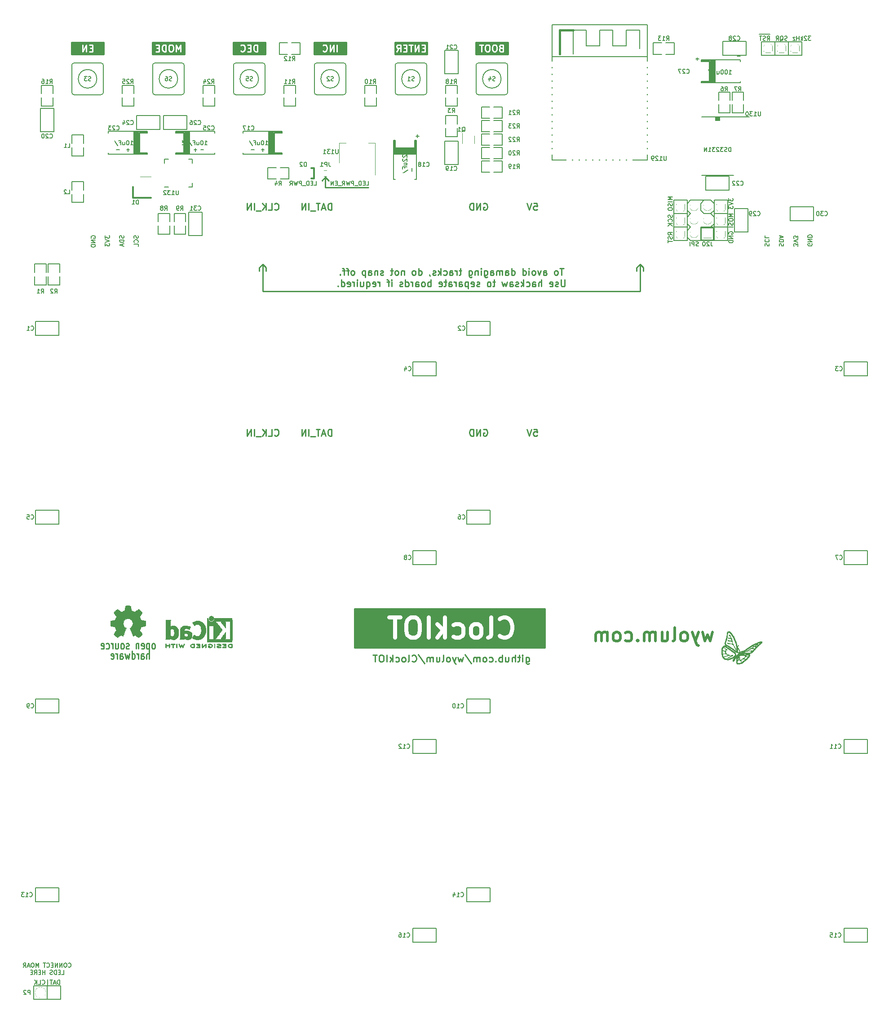
<source format=gbo>
G04 #@! TF.GenerationSoftware,KiCad,Pcbnew,5.0.0-rc2-unknown-d03e92a~65~ubuntu16.04.1*
G04 #@! TF.CreationDate,2018-06-02T21:30:31+05:30*
G04 #@! TF.ProjectId,ClockIOT,436C6F636B494F542E6B696361645F70,rev 1*
G04 #@! TF.SameCoordinates,PX2fd7508PY2fd7508*
G04 #@! TF.FileFunction,Legend,Bot*
G04 #@! TF.FilePolarity,Positive*
%FSLAX46Y46*%
G04 Gerber Fmt 4.6, Leading zero omitted, Abs format (unit mm)*
G04 Created by KiCad (PCBNEW 5.0.0-rc2-unknown-d03e92a~65~ubuntu16.04.1) date Sat Jun  2 21:30:31 2018*
%MOMM*%
%LPD*%
G01*
G04 APERTURE LIST*
%ADD10C,0.254000*%
%ADD11C,0.150000*%
%ADD12C,0.508000*%
%ADD13C,0.152400*%
%ADD14C,0.127000*%
%ADD15C,0.300000*%
%ADD16C,0.120000*%
%ADD17C,0.200000*%
%ADD18C,0.400000*%
%ADD19C,0.002540*%
%ADD20C,0.010000*%
%ADD21C,0.762000*%
%ADD22R,1.498600X1.300480*%
%ADD23C,2.000000*%
%ADD24C,1.270000*%
%ADD25R,2.100000X1.400000*%
%ADD26R,3.048000X3.048000*%
%ADD27R,1.400000X1.200000*%
%ADD28R,1.400000X1.400000*%
%ADD29C,1.450000*%
%ADD30O,1.900000X1.200000*%
%ADD31C,0.800000*%
%ADD32C,6.400000*%
%ADD33O,0.850000X0.300000*%
%ADD34O,0.300000X0.850000*%
%ADD35R,1.675000X1.675000*%
%ADD36R,1.550000X1.350000*%
%ADD37C,3.200000*%
%ADD38R,1.350000X1.550000*%
%ADD39R,1.500000X2.000000*%
%ADD40R,3.800000X2.000000*%
%ADD41R,1.300480X1.498600*%
%ADD42R,0.400000X0.650000*%
%ADD43C,1.600000*%
%ADD44R,1.998980X0.599440*%
%ADD45C,5.200000*%
%ADD46C,1.524000*%
%ADD47R,1.524000X1.524000*%
%ADD48C,1.800000*%
%ADD49R,0.400000X0.600000*%
%ADD50O,1.000000X2.000000*%
%ADD51O,2.000000X1.000000*%
%ADD52R,4.000000X4.000000*%
%ADD53R,2.000000X1.000000*%
%ADD54R,1.000000X2.000000*%
%ADD55R,1.198880X1.198880*%
%ADD56C,0.508000*%
%ADD57R,2.000000X2.000000*%
%ADD58O,2.000000X2.000000*%
%ADD59C,2.082800*%
G04 APERTURE END LIST*
D10*
X57531000Y-29972000D02*
X57531000Y-28067000D01*
X47927380Y-34108571D02*
X47987857Y-34169047D01*
X48169285Y-34229523D01*
X48290238Y-34229523D01*
X48471666Y-34169047D01*
X48592619Y-34048095D01*
X48653095Y-33927142D01*
X48713571Y-33685238D01*
X48713571Y-33503809D01*
X48653095Y-33261904D01*
X48592619Y-33140952D01*
X48471666Y-33020000D01*
X48290238Y-32959523D01*
X48169285Y-32959523D01*
X47987857Y-33020000D01*
X47927380Y-33080476D01*
X46778333Y-34229523D02*
X47383095Y-34229523D01*
X47383095Y-32959523D01*
X46355000Y-34229523D02*
X46355000Y-32959523D01*
X45629285Y-34229523D02*
X46173571Y-33503809D01*
X45629285Y-32959523D02*
X46355000Y-33685238D01*
X45387380Y-34350476D02*
X44419761Y-34350476D01*
X44117380Y-34229523D02*
X44117380Y-32959523D01*
X43512619Y-34229523D02*
X43512619Y-32959523D01*
X42786904Y-34229523D01*
X42786904Y-32959523D01*
X58692142Y-34229523D02*
X58692142Y-32959523D01*
X58389761Y-32959523D01*
X58208333Y-33020000D01*
X58087380Y-33140952D01*
X58026904Y-33261904D01*
X57966428Y-33503809D01*
X57966428Y-33685238D01*
X58026904Y-33927142D01*
X58087380Y-34048095D01*
X58208333Y-34169047D01*
X58389761Y-34229523D01*
X58692142Y-34229523D01*
X57482619Y-33866666D02*
X56877857Y-33866666D01*
X57603571Y-34229523D02*
X57180238Y-32959523D01*
X56756904Y-34229523D01*
X56515000Y-32959523D02*
X55789285Y-32959523D01*
X56152142Y-34229523D02*
X56152142Y-32959523D01*
X55668333Y-34350476D02*
X54700714Y-34350476D01*
X54398333Y-34229523D02*
X54398333Y-32959523D01*
X53793571Y-34229523D02*
X53793571Y-32959523D01*
X53067857Y-34229523D01*
X53067857Y-32959523D01*
X87327619Y-33020000D02*
X87448571Y-32959523D01*
X87630000Y-32959523D01*
X87811428Y-33020000D01*
X87932380Y-33140952D01*
X87992857Y-33261904D01*
X88053333Y-33503809D01*
X88053333Y-33685238D01*
X87992857Y-33927142D01*
X87932380Y-34048095D01*
X87811428Y-34169047D01*
X87630000Y-34229523D01*
X87509047Y-34229523D01*
X87327619Y-34169047D01*
X87267142Y-34108571D01*
X87267142Y-33685238D01*
X87509047Y-33685238D01*
X86722857Y-34229523D02*
X86722857Y-32959523D01*
X85997142Y-34229523D01*
X85997142Y-32959523D01*
X85392380Y-34229523D02*
X85392380Y-32959523D01*
X85090000Y-32959523D01*
X84908571Y-33020000D01*
X84787619Y-33140952D01*
X84727142Y-33261904D01*
X84666666Y-33503809D01*
X84666666Y-33685238D01*
X84727142Y-33927142D01*
X84787619Y-34048095D01*
X84908571Y-34169047D01*
X85090000Y-34229523D01*
X85392380Y-34229523D01*
X96761904Y-32959523D02*
X97366666Y-32959523D01*
X97427142Y-33564285D01*
X97366666Y-33503809D01*
X97245714Y-33443333D01*
X96943333Y-33443333D01*
X96822380Y-33503809D01*
X96761904Y-33564285D01*
X96701428Y-33685238D01*
X96701428Y-33987619D01*
X96761904Y-34108571D01*
X96822380Y-34169047D01*
X96943333Y-34229523D01*
X97245714Y-34229523D01*
X97366666Y-34169047D01*
X97427142Y-34108571D01*
X96338571Y-32959523D02*
X95915238Y-34229523D01*
X95491904Y-32959523D01*
X57531000Y-29972000D02*
X65659000Y-29972000D01*
X57531000Y-28067000D02*
X56896000Y-28702000D01*
X58166000Y-28702000D02*
X57531000Y-28067000D01*
D11*
X149230000Y-40567976D02*
X149268095Y-40644166D01*
X149268095Y-40758452D01*
X149230000Y-40872738D01*
X149153809Y-40948928D01*
X149077619Y-40987023D01*
X148925238Y-41025119D01*
X148810952Y-41025119D01*
X148658571Y-40987023D01*
X148582380Y-40948928D01*
X148506190Y-40872738D01*
X148468095Y-40758452D01*
X148468095Y-40682261D01*
X148506190Y-40567976D01*
X148544285Y-40529880D01*
X148810952Y-40529880D01*
X148810952Y-40682261D01*
X148468095Y-40187023D02*
X149268095Y-40187023D01*
X148468095Y-39729880D01*
X149268095Y-39729880D01*
X148468095Y-39348928D02*
X149268095Y-39348928D01*
X149268095Y-39158452D01*
X149230000Y-39044166D01*
X149153809Y-38967976D01*
X149077619Y-38929880D01*
X148925238Y-38891785D01*
X148810952Y-38891785D01*
X148658571Y-38929880D01*
X148582380Y-38967976D01*
X148506190Y-39044166D01*
X148468095Y-39158452D01*
X148468095Y-39348928D01*
X146568095Y-41063214D02*
X146568095Y-40567976D01*
X146263333Y-40834642D01*
X146263333Y-40720357D01*
X146225238Y-40644166D01*
X146187142Y-40606071D01*
X146110952Y-40567976D01*
X145920476Y-40567976D01*
X145844285Y-40606071D01*
X145806190Y-40644166D01*
X145768095Y-40720357D01*
X145768095Y-40948928D01*
X145806190Y-41025119D01*
X145844285Y-41063214D01*
X146568095Y-40339404D02*
X145768095Y-40072738D01*
X146568095Y-39806071D01*
X146568095Y-39615595D02*
X146568095Y-39120357D01*
X146263333Y-39387023D01*
X146263333Y-39272738D01*
X146225238Y-39196547D01*
X146187142Y-39158452D01*
X146110952Y-39120357D01*
X145920476Y-39120357D01*
X145844285Y-39158452D01*
X145806190Y-39196547D01*
X145768095Y-39272738D01*
X145768095Y-39501309D01*
X145806190Y-39577500D01*
X145844285Y-39615595D01*
X143106190Y-41025119D02*
X143068095Y-40910833D01*
X143068095Y-40720357D01*
X143106190Y-40644166D01*
X143144285Y-40606071D01*
X143220476Y-40567976D01*
X143296666Y-40567976D01*
X143372857Y-40606071D01*
X143410952Y-40644166D01*
X143449047Y-40720357D01*
X143487142Y-40872738D01*
X143525238Y-40948928D01*
X143563333Y-40987023D01*
X143639523Y-41025119D01*
X143715714Y-41025119D01*
X143791904Y-40987023D01*
X143830000Y-40948928D01*
X143868095Y-40872738D01*
X143868095Y-40682261D01*
X143830000Y-40567976D01*
X143068095Y-40225119D02*
X143868095Y-40225119D01*
X143868095Y-40034642D01*
X143830000Y-39920357D01*
X143753809Y-39844166D01*
X143677619Y-39806071D01*
X143525238Y-39767976D01*
X143410952Y-39767976D01*
X143258571Y-39806071D01*
X143182380Y-39844166D01*
X143106190Y-39920357D01*
X143068095Y-40034642D01*
X143068095Y-40225119D01*
X143296666Y-39463214D02*
X143296666Y-39082261D01*
X143068095Y-39539404D02*
X143868095Y-39272738D01*
X143068095Y-39006071D01*
X140406190Y-41025119D02*
X140368095Y-40910833D01*
X140368095Y-40720357D01*
X140406190Y-40644166D01*
X140444285Y-40606071D01*
X140520476Y-40567976D01*
X140596666Y-40567976D01*
X140672857Y-40606071D01*
X140710952Y-40644166D01*
X140749047Y-40720357D01*
X140787142Y-40872738D01*
X140825238Y-40948928D01*
X140863333Y-40987023D01*
X140939523Y-41025119D01*
X141015714Y-41025119D01*
X141091904Y-40987023D01*
X141130000Y-40948928D01*
X141168095Y-40872738D01*
X141168095Y-40682261D01*
X141130000Y-40567976D01*
X140444285Y-39767976D02*
X140406190Y-39806071D01*
X140368095Y-39920357D01*
X140368095Y-39996547D01*
X140406190Y-40110833D01*
X140482380Y-40187023D01*
X140558571Y-40225119D01*
X140710952Y-40263214D01*
X140825238Y-40263214D01*
X140977619Y-40225119D01*
X141053809Y-40187023D01*
X141130000Y-40110833D01*
X141168095Y-39996547D01*
X141168095Y-39920357D01*
X141130000Y-39806071D01*
X141091904Y-39767976D01*
X140368095Y-39044166D02*
X140368095Y-39425119D01*
X141168095Y-39425119D01*
X13385000Y-39542023D02*
X13346904Y-39465833D01*
X13346904Y-39351547D01*
X13385000Y-39237261D01*
X13461190Y-39161071D01*
X13537380Y-39122976D01*
X13689761Y-39084880D01*
X13804047Y-39084880D01*
X13956428Y-39122976D01*
X14032619Y-39161071D01*
X14108809Y-39237261D01*
X14146904Y-39351547D01*
X14146904Y-39427738D01*
X14108809Y-39542023D01*
X14070714Y-39580119D01*
X13804047Y-39580119D01*
X13804047Y-39427738D01*
X14146904Y-39922976D02*
X13346904Y-39922976D01*
X14146904Y-40380119D01*
X13346904Y-40380119D01*
X14146904Y-40761071D02*
X13346904Y-40761071D01*
X13346904Y-40951547D01*
X13385000Y-41065833D01*
X13461190Y-41142023D01*
X13537380Y-41180119D01*
X13689761Y-41218214D01*
X13804047Y-41218214D01*
X13956428Y-41180119D01*
X14032619Y-41142023D01*
X14108809Y-41065833D01*
X14146904Y-40951547D01*
X14146904Y-40761071D01*
X16046904Y-39046785D02*
X16046904Y-39542023D01*
X16351666Y-39275357D01*
X16351666Y-39389642D01*
X16389761Y-39465833D01*
X16427857Y-39503928D01*
X16504047Y-39542023D01*
X16694523Y-39542023D01*
X16770714Y-39503928D01*
X16808809Y-39465833D01*
X16846904Y-39389642D01*
X16846904Y-39161071D01*
X16808809Y-39084880D01*
X16770714Y-39046785D01*
X16046904Y-39770595D02*
X16846904Y-40037261D01*
X16046904Y-40303928D01*
X16046904Y-40494404D02*
X16046904Y-40989642D01*
X16351666Y-40722976D01*
X16351666Y-40837261D01*
X16389761Y-40913452D01*
X16427857Y-40951547D01*
X16504047Y-40989642D01*
X16694523Y-40989642D01*
X16770714Y-40951547D01*
X16808809Y-40913452D01*
X16846904Y-40837261D01*
X16846904Y-40608690D01*
X16808809Y-40532500D01*
X16770714Y-40494404D01*
X19508809Y-39084880D02*
X19546904Y-39199166D01*
X19546904Y-39389642D01*
X19508809Y-39465833D01*
X19470714Y-39503928D01*
X19394523Y-39542023D01*
X19318333Y-39542023D01*
X19242142Y-39503928D01*
X19204047Y-39465833D01*
X19165952Y-39389642D01*
X19127857Y-39237261D01*
X19089761Y-39161071D01*
X19051666Y-39122976D01*
X18975476Y-39084880D01*
X18899285Y-39084880D01*
X18823095Y-39122976D01*
X18785000Y-39161071D01*
X18746904Y-39237261D01*
X18746904Y-39427738D01*
X18785000Y-39542023D01*
X19546904Y-39884880D02*
X18746904Y-39884880D01*
X18746904Y-40075357D01*
X18785000Y-40189642D01*
X18861190Y-40265833D01*
X18937380Y-40303928D01*
X19089761Y-40342023D01*
X19204047Y-40342023D01*
X19356428Y-40303928D01*
X19432619Y-40265833D01*
X19508809Y-40189642D01*
X19546904Y-40075357D01*
X19546904Y-39884880D01*
X19318333Y-40646785D02*
X19318333Y-41027738D01*
X19546904Y-40570595D02*
X18746904Y-40837261D01*
X19546904Y-41103928D01*
X22208809Y-39084880D02*
X22246904Y-39199166D01*
X22246904Y-39389642D01*
X22208809Y-39465833D01*
X22170714Y-39503928D01*
X22094523Y-39542023D01*
X22018333Y-39542023D01*
X21942142Y-39503928D01*
X21904047Y-39465833D01*
X21865952Y-39389642D01*
X21827857Y-39237261D01*
X21789761Y-39161071D01*
X21751666Y-39122976D01*
X21675476Y-39084880D01*
X21599285Y-39084880D01*
X21523095Y-39122976D01*
X21485000Y-39161071D01*
X21446904Y-39237261D01*
X21446904Y-39427738D01*
X21485000Y-39542023D01*
X22170714Y-40342023D02*
X22208809Y-40303928D01*
X22246904Y-40189642D01*
X22246904Y-40113452D01*
X22208809Y-39999166D01*
X22132619Y-39922976D01*
X22056428Y-39884880D01*
X21904047Y-39846785D01*
X21789761Y-39846785D01*
X21637380Y-39884880D01*
X21561190Y-39922976D01*
X21485000Y-39999166D01*
X21446904Y-40113452D01*
X21446904Y-40189642D01*
X21485000Y-40303928D01*
X21523095Y-40342023D01*
X22246904Y-41065833D02*
X22246904Y-40684880D01*
X21446904Y-40684880D01*
D10*
X95318942Y-118472857D02*
X95318942Y-119500952D01*
X95383047Y-119621904D01*
X95447152Y-119682380D01*
X95575361Y-119742857D01*
X95767676Y-119742857D01*
X95895885Y-119682380D01*
X95318942Y-119259047D02*
X95447152Y-119319523D01*
X95703571Y-119319523D01*
X95831780Y-119259047D01*
X95895885Y-119198571D01*
X95959990Y-119077619D01*
X95959990Y-118714761D01*
X95895885Y-118593809D01*
X95831780Y-118533333D01*
X95703571Y-118472857D01*
X95447152Y-118472857D01*
X95318942Y-118533333D01*
X94677895Y-119319523D02*
X94677895Y-118472857D01*
X94677895Y-118049523D02*
X94742000Y-118110000D01*
X94677895Y-118170476D01*
X94613790Y-118110000D01*
X94677895Y-118049523D01*
X94677895Y-118170476D01*
X94229161Y-118472857D02*
X93716323Y-118472857D01*
X94036847Y-118049523D02*
X94036847Y-119138095D01*
X93972742Y-119259047D01*
X93844533Y-119319523D01*
X93716323Y-119319523D01*
X93267590Y-119319523D02*
X93267590Y-118049523D01*
X92690647Y-119319523D02*
X92690647Y-118654285D01*
X92754752Y-118533333D01*
X92882961Y-118472857D01*
X93075276Y-118472857D01*
X93203485Y-118533333D01*
X93267590Y-118593809D01*
X91472657Y-118472857D02*
X91472657Y-119319523D01*
X92049600Y-118472857D02*
X92049600Y-119138095D01*
X91985495Y-119259047D01*
X91857285Y-119319523D01*
X91664971Y-119319523D01*
X91536761Y-119259047D01*
X91472657Y-119198571D01*
X90831609Y-119319523D02*
X90831609Y-118049523D01*
X90831609Y-118533333D02*
X90703400Y-118472857D01*
X90446980Y-118472857D01*
X90318771Y-118533333D01*
X90254666Y-118593809D01*
X90190561Y-118714761D01*
X90190561Y-119077619D01*
X90254666Y-119198571D01*
X90318771Y-119259047D01*
X90446980Y-119319523D01*
X90703400Y-119319523D01*
X90831609Y-119259047D01*
X89613619Y-119198571D02*
X89549514Y-119259047D01*
X89613619Y-119319523D01*
X89677723Y-119259047D01*
X89613619Y-119198571D01*
X89613619Y-119319523D01*
X88395628Y-119259047D02*
X88523838Y-119319523D01*
X88780257Y-119319523D01*
X88908466Y-119259047D01*
X88972571Y-119198571D01*
X89036676Y-119077619D01*
X89036676Y-118714761D01*
X88972571Y-118593809D01*
X88908466Y-118533333D01*
X88780257Y-118472857D01*
X88523838Y-118472857D01*
X88395628Y-118533333D01*
X87626371Y-119319523D02*
X87754580Y-119259047D01*
X87818685Y-119198571D01*
X87882790Y-119077619D01*
X87882790Y-118714761D01*
X87818685Y-118593809D01*
X87754580Y-118533333D01*
X87626371Y-118472857D01*
X87434057Y-118472857D01*
X87305847Y-118533333D01*
X87241742Y-118593809D01*
X87177638Y-118714761D01*
X87177638Y-119077619D01*
X87241742Y-119198571D01*
X87305847Y-119259047D01*
X87434057Y-119319523D01*
X87626371Y-119319523D01*
X86600695Y-119319523D02*
X86600695Y-118472857D01*
X86600695Y-118593809D02*
X86536590Y-118533333D01*
X86408380Y-118472857D01*
X86216066Y-118472857D01*
X86087857Y-118533333D01*
X86023752Y-118654285D01*
X86023752Y-119319523D01*
X86023752Y-118654285D02*
X85959647Y-118533333D01*
X85831438Y-118472857D01*
X85639123Y-118472857D01*
X85510914Y-118533333D01*
X85446809Y-118654285D01*
X85446809Y-119319523D01*
X83844190Y-117989047D02*
X84998076Y-119621904D01*
X83523666Y-118472857D02*
X83267247Y-119319523D01*
X83010828Y-118714761D01*
X82754409Y-119319523D01*
X82497990Y-118472857D01*
X82113361Y-118472857D02*
X81792838Y-119319523D01*
X81472314Y-118472857D02*
X81792838Y-119319523D01*
X81921047Y-119621904D01*
X81985152Y-119682380D01*
X82113361Y-119742857D01*
X80767161Y-119319523D02*
X80895371Y-119259047D01*
X80959476Y-119198571D01*
X81023580Y-119077619D01*
X81023580Y-118714761D01*
X80959476Y-118593809D01*
X80895371Y-118533333D01*
X80767161Y-118472857D01*
X80574847Y-118472857D01*
X80446638Y-118533333D01*
X80382533Y-118593809D01*
X80318428Y-118714761D01*
X80318428Y-119077619D01*
X80382533Y-119198571D01*
X80446638Y-119259047D01*
X80574847Y-119319523D01*
X80767161Y-119319523D01*
X79549171Y-119319523D02*
X79677380Y-119259047D01*
X79741485Y-119138095D01*
X79741485Y-118049523D01*
X78459390Y-118472857D02*
X78459390Y-119319523D01*
X79036333Y-118472857D02*
X79036333Y-119138095D01*
X78972228Y-119259047D01*
X78844019Y-119319523D01*
X78651704Y-119319523D01*
X78523495Y-119259047D01*
X78459390Y-119198571D01*
X77818342Y-119319523D02*
X77818342Y-118472857D01*
X77818342Y-118593809D02*
X77754238Y-118533333D01*
X77626028Y-118472857D01*
X77433714Y-118472857D01*
X77305504Y-118533333D01*
X77241400Y-118654285D01*
X77241400Y-119319523D01*
X77241400Y-118654285D02*
X77177295Y-118533333D01*
X77049085Y-118472857D01*
X76856771Y-118472857D01*
X76728561Y-118533333D01*
X76664457Y-118654285D01*
X76664457Y-119319523D01*
X75061838Y-117989047D02*
X76215723Y-119621904D01*
X73843847Y-119198571D02*
X73907952Y-119259047D01*
X74100266Y-119319523D01*
X74228476Y-119319523D01*
X74420790Y-119259047D01*
X74549000Y-119138095D01*
X74613104Y-119017142D01*
X74677209Y-118775238D01*
X74677209Y-118593809D01*
X74613104Y-118351904D01*
X74549000Y-118230952D01*
X74420790Y-118110000D01*
X74228476Y-118049523D01*
X74100266Y-118049523D01*
X73907952Y-118110000D01*
X73843847Y-118170476D01*
X73074590Y-119319523D02*
X73202800Y-119259047D01*
X73266904Y-119138095D01*
X73266904Y-118049523D01*
X72369438Y-119319523D02*
X72497647Y-119259047D01*
X72561752Y-119198571D01*
X72625857Y-119077619D01*
X72625857Y-118714761D01*
X72561752Y-118593809D01*
X72497647Y-118533333D01*
X72369438Y-118472857D01*
X72177123Y-118472857D01*
X72048914Y-118533333D01*
X71984809Y-118593809D01*
X71920704Y-118714761D01*
X71920704Y-119077619D01*
X71984809Y-119198571D01*
X72048914Y-119259047D01*
X72177123Y-119319523D01*
X72369438Y-119319523D01*
X70766819Y-119259047D02*
X70895028Y-119319523D01*
X71151447Y-119319523D01*
X71279657Y-119259047D01*
X71343761Y-119198571D01*
X71407866Y-119077619D01*
X71407866Y-118714761D01*
X71343761Y-118593809D01*
X71279657Y-118533333D01*
X71151447Y-118472857D01*
X70895028Y-118472857D01*
X70766819Y-118533333D01*
X70189876Y-119319523D02*
X70189876Y-118049523D01*
X70061666Y-118835714D02*
X69677038Y-119319523D01*
X69677038Y-118472857D02*
X70189876Y-118956666D01*
X69100095Y-119319523D02*
X69100095Y-118049523D01*
X68202628Y-118049523D02*
X67946209Y-118049523D01*
X67818000Y-118110000D01*
X67689790Y-118230952D01*
X67625685Y-118472857D01*
X67625685Y-118896190D01*
X67689790Y-119138095D01*
X67818000Y-119259047D01*
X67946209Y-119319523D01*
X68202628Y-119319523D01*
X68330838Y-119259047D01*
X68459047Y-119138095D01*
X68523152Y-118896190D01*
X68523152Y-118472857D01*
X68459047Y-118230952D01*
X68330838Y-118110000D01*
X68202628Y-118049523D01*
X67241057Y-118049523D02*
X66471800Y-118049523D01*
X66856428Y-119319523D02*
X66856428Y-118049523D01*
X116205000Y-45720000D02*
X116205000Y-45720000D01*
X116205000Y-45085000D02*
X116205000Y-45720000D01*
X116840000Y-44450000D02*
X116205000Y-45085000D01*
X117475000Y-45720000D02*
X117475000Y-45720000D01*
X117475000Y-45085000D02*
X117475000Y-45720000D01*
X116840000Y-44450000D02*
X117475000Y-45085000D01*
X116840000Y-49530000D02*
X116840000Y-44450000D01*
X81280000Y-49530000D02*
X116840000Y-49530000D01*
X45085000Y-45720000D02*
X45085000Y-45720000D01*
X45085000Y-45085000D02*
X45085000Y-45720000D01*
X45720000Y-44450000D02*
X45085000Y-45085000D01*
X46355000Y-45720000D02*
X46355000Y-45085000D01*
X45720000Y-44450000D02*
X46355000Y-45085000D01*
X45720000Y-49530000D02*
X45720000Y-44450000D01*
X81280000Y-49530000D02*
X45720000Y-49530000D01*
X102416428Y-45215023D02*
X101690714Y-45215023D01*
X102053571Y-46485023D02*
X102053571Y-45215023D01*
X101085952Y-46485023D02*
X101206904Y-46424547D01*
X101267380Y-46364071D01*
X101327857Y-46243119D01*
X101327857Y-45880261D01*
X101267380Y-45759309D01*
X101206904Y-45698833D01*
X101085952Y-45638357D01*
X100904523Y-45638357D01*
X100783571Y-45698833D01*
X100723095Y-45759309D01*
X100662619Y-45880261D01*
X100662619Y-46243119D01*
X100723095Y-46364071D01*
X100783571Y-46424547D01*
X100904523Y-46485023D01*
X101085952Y-46485023D01*
X98606428Y-46485023D02*
X98606428Y-45819785D01*
X98666904Y-45698833D01*
X98787857Y-45638357D01*
X99029761Y-45638357D01*
X99150714Y-45698833D01*
X98606428Y-46424547D02*
X98727380Y-46485023D01*
X99029761Y-46485023D01*
X99150714Y-46424547D01*
X99211190Y-46303595D01*
X99211190Y-46182642D01*
X99150714Y-46061690D01*
X99029761Y-46001214D01*
X98727380Y-46001214D01*
X98606428Y-45940738D01*
X98122619Y-45638357D02*
X97820238Y-46485023D01*
X97517857Y-45638357D01*
X96852619Y-46485023D02*
X96973571Y-46424547D01*
X97034047Y-46364071D01*
X97094523Y-46243119D01*
X97094523Y-45880261D01*
X97034047Y-45759309D01*
X96973571Y-45698833D01*
X96852619Y-45638357D01*
X96671190Y-45638357D01*
X96550238Y-45698833D01*
X96489761Y-45759309D01*
X96429285Y-45880261D01*
X96429285Y-46243119D01*
X96489761Y-46364071D01*
X96550238Y-46424547D01*
X96671190Y-46485023D01*
X96852619Y-46485023D01*
X95885000Y-46485023D02*
X95885000Y-45638357D01*
X95885000Y-45215023D02*
X95945476Y-45275500D01*
X95885000Y-45335976D01*
X95824523Y-45275500D01*
X95885000Y-45215023D01*
X95885000Y-45335976D01*
X94735952Y-46485023D02*
X94735952Y-45215023D01*
X94735952Y-46424547D02*
X94856904Y-46485023D01*
X95098809Y-46485023D01*
X95219761Y-46424547D01*
X95280238Y-46364071D01*
X95340714Y-46243119D01*
X95340714Y-45880261D01*
X95280238Y-45759309D01*
X95219761Y-45698833D01*
X95098809Y-45638357D01*
X94856904Y-45638357D01*
X94735952Y-45698833D01*
X92619285Y-46485023D02*
X92619285Y-45215023D01*
X92619285Y-46424547D02*
X92740238Y-46485023D01*
X92982142Y-46485023D01*
X93103095Y-46424547D01*
X93163571Y-46364071D01*
X93224047Y-46243119D01*
X93224047Y-45880261D01*
X93163571Y-45759309D01*
X93103095Y-45698833D01*
X92982142Y-45638357D01*
X92740238Y-45638357D01*
X92619285Y-45698833D01*
X91470238Y-46485023D02*
X91470238Y-45819785D01*
X91530714Y-45698833D01*
X91651666Y-45638357D01*
X91893571Y-45638357D01*
X92014523Y-45698833D01*
X91470238Y-46424547D02*
X91591190Y-46485023D01*
X91893571Y-46485023D01*
X92014523Y-46424547D01*
X92075000Y-46303595D01*
X92075000Y-46182642D01*
X92014523Y-46061690D01*
X91893571Y-46001214D01*
X91591190Y-46001214D01*
X91470238Y-45940738D01*
X90865476Y-46485023D02*
X90865476Y-45638357D01*
X90865476Y-45759309D02*
X90805000Y-45698833D01*
X90684047Y-45638357D01*
X90502619Y-45638357D01*
X90381666Y-45698833D01*
X90321190Y-45819785D01*
X90321190Y-46485023D01*
X90321190Y-45819785D02*
X90260714Y-45698833D01*
X90139761Y-45638357D01*
X89958333Y-45638357D01*
X89837380Y-45698833D01*
X89776904Y-45819785D01*
X89776904Y-46485023D01*
X88627857Y-46485023D02*
X88627857Y-45819785D01*
X88688333Y-45698833D01*
X88809285Y-45638357D01*
X89051190Y-45638357D01*
X89172142Y-45698833D01*
X88627857Y-46424547D02*
X88748809Y-46485023D01*
X89051190Y-46485023D01*
X89172142Y-46424547D01*
X89232619Y-46303595D01*
X89232619Y-46182642D01*
X89172142Y-46061690D01*
X89051190Y-46001214D01*
X88748809Y-46001214D01*
X88627857Y-45940738D01*
X87478809Y-45638357D02*
X87478809Y-46666452D01*
X87539285Y-46787404D01*
X87599761Y-46847880D01*
X87720714Y-46908357D01*
X87902142Y-46908357D01*
X88023095Y-46847880D01*
X87478809Y-46424547D02*
X87599761Y-46485023D01*
X87841666Y-46485023D01*
X87962619Y-46424547D01*
X88023095Y-46364071D01*
X88083571Y-46243119D01*
X88083571Y-45880261D01*
X88023095Y-45759309D01*
X87962619Y-45698833D01*
X87841666Y-45638357D01*
X87599761Y-45638357D01*
X87478809Y-45698833D01*
X86874047Y-46485023D02*
X86874047Y-45638357D01*
X86874047Y-45215023D02*
X86934523Y-45275500D01*
X86874047Y-45335976D01*
X86813571Y-45275500D01*
X86874047Y-45215023D01*
X86874047Y-45335976D01*
X86269285Y-45638357D02*
X86269285Y-46485023D01*
X86269285Y-45759309D02*
X86208809Y-45698833D01*
X86087857Y-45638357D01*
X85906428Y-45638357D01*
X85785476Y-45698833D01*
X85725000Y-45819785D01*
X85725000Y-46485023D01*
X84575952Y-45638357D02*
X84575952Y-46666452D01*
X84636428Y-46787404D01*
X84696904Y-46847880D01*
X84817857Y-46908357D01*
X84999285Y-46908357D01*
X85120238Y-46847880D01*
X84575952Y-46424547D02*
X84696904Y-46485023D01*
X84938809Y-46485023D01*
X85059761Y-46424547D01*
X85120238Y-46364071D01*
X85180714Y-46243119D01*
X85180714Y-45880261D01*
X85120238Y-45759309D01*
X85059761Y-45698833D01*
X84938809Y-45638357D01*
X84696904Y-45638357D01*
X84575952Y-45698833D01*
X83185000Y-45638357D02*
X82701190Y-45638357D01*
X83003571Y-45215023D02*
X83003571Y-46303595D01*
X82943095Y-46424547D01*
X82822142Y-46485023D01*
X82701190Y-46485023D01*
X82277857Y-46485023D02*
X82277857Y-45638357D01*
X82277857Y-45880261D02*
X82217380Y-45759309D01*
X82156904Y-45698833D01*
X82035952Y-45638357D01*
X81915000Y-45638357D01*
X80947380Y-46485023D02*
X80947380Y-45819785D01*
X81007857Y-45698833D01*
X81128809Y-45638357D01*
X81370714Y-45638357D01*
X81491666Y-45698833D01*
X80947380Y-46424547D02*
X81068333Y-46485023D01*
X81370714Y-46485023D01*
X81491666Y-46424547D01*
X81552142Y-46303595D01*
X81552142Y-46182642D01*
X81491666Y-46061690D01*
X81370714Y-46001214D01*
X81068333Y-46001214D01*
X80947380Y-45940738D01*
X79798333Y-46424547D02*
X79919285Y-46485023D01*
X80161190Y-46485023D01*
X80282142Y-46424547D01*
X80342619Y-46364071D01*
X80403095Y-46243119D01*
X80403095Y-45880261D01*
X80342619Y-45759309D01*
X80282142Y-45698833D01*
X80161190Y-45638357D01*
X79919285Y-45638357D01*
X79798333Y-45698833D01*
X79254047Y-46485023D02*
X79254047Y-45215023D01*
X79133095Y-46001214D02*
X78770238Y-46485023D01*
X78770238Y-45638357D02*
X79254047Y-46122166D01*
X78286428Y-46424547D02*
X78165476Y-46485023D01*
X77923571Y-46485023D01*
X77802619Y-46424547D01*
X77742142Y-46303595D01*
X77742142Y-46243119D01*
X77802619Y-46122166D01*
X77923571Y-46061690D01*
X78105000Y-46061690D01*
X78225952Y-46001214D01*
X78286428Y-45880261D01*
X78286428Y-45819785D01*
X78225952Y-45698833D01*
X78105000Y-45638357D01*
X77923571Y-45638357D01*
X77802619Y-45698833D01*
X77137380Y-46424547D02*
X77137380Y-46485023D01*
X77197857Y-46605976D01*
X77258333Y-46666452D01*
X75081190Y-46485023D02*
X75081190Y-45215023D01*
X75081190Y-46424547D02*
X75202142Y-46485023D01*
X75444047Y-46485023D01*
X75565000Y-46424547D01*
X75625476Y-46364071D01*
X75685952Y-46243119D01*
X75685952Y-45880261D01*
X75625476Y-45759309D01*
X75565000Y-45698833D01*
X75444047Y-45638357D01*
X75202142Y-45638357D01*
X75081190Y-45698833D01*
X74295000Y-46485023D02*
X74415952Y-46424547D01*
X74476428Y-46364071D01*
X74536904Y-46243119D01*
X74536904Y-45880261D01*
X74476428Y-45759309D01*
X74415952Y-45698833D01*
X74295000Y-45638357D01*
X74113571Y-45638357D01*
X73992619Y-45698833D01*
X73932142Y-45759309D01*
X73871666Y-45880261D01*
X73871666Y-46243119D01*
X73932142Y-46364071D01*
X73992619Y-46424547D01*
X74113571Y-46485023D01*
X74295000Y-46485023D01*
X72359761Y-45638357D02*
X72359761Y-46485023D01*
X72359761Y-45759309D02*
X72299285Y-45698833D01*
X72178333Y-45638357D01*
X71996904Y-45638357D01*
X71875952Y-45698833D01*
X71815476Y-45819785D01*
X71815476Y-46485023D01*
X71029285Y-46485023D02*
X71150238Y-46424547D01*
X71210714Y-46364071D01*
X71271190Y-46243119D01*
X71271190Y-45880261D01*
X71210714Y-45759309D01*
X71150238Y-45698833D01*
X71029285Y-45638357D01*
X70847857Y-45638357D01*
X70726904Y-45698833D01*
X70666428Y-45759309D01*
X70605952Y-45880261D01*
X70605952Y-46243119D01*
X70666428Y-46364071D01*
X70726904Y-46424547D01*
X70847857Y-46485023D01*
X71029285Y-46485023D01*
X70243095Y-45638357D02*
X69759285Y-45638357D01*
X70061666Y-45215023D02*
X70061666Y-46303595D01*
X70001190Y-46424547D01*
X69880238Y-46485023D01*
X69759285Y-46485023D01*
X68428809Y-46424547D02*
X68307857Y-46485023D01*
X68065952Y-46485023D01*
X67945000Y-46424547D01*
X67884523Y-46303595D01*
X67884523Y-46243119D01*
X67945000Y-46122166D01*
X68065952Y-46061690D01*
X68247380Y-46061690D01*
X68368333Y-46001214D01*
X68428809Y-45880261D01*
X68428809Y-45819785D01*
X68368333Y-45698833D01*
X68247380Y-45638357D01*
X68065952Y-45638357D01*
X67945000Y-45698833D01*
X67340238Y-45638357D02*
X67340238Y-46485023D01*
X67340238Y-45759309D02*
X67279761Y-45698833D01*
X67158809Y-45638357D01*
X66977380Y-45638357D01*
X66856428Y-45698833D01*
X66795952Y-45819785D01*
X66795952Y-46485023D01*
X65646904Y-46485023D02*
X65646904Y-45819785D01*
X65707380Y-45698833D01*
X65828333Y-45638357D01*
X66070238Y-45638357D01*
X66191190Y-45698833D01*
X65646904Y-46424547D02*
X65767857Y-46485023D01*
X66070238Y-46485023D01*
X66191190Y-46424547D01*
X66251666Y-46303595D01*
X66251666Y-46182642D01*
X66191190Y-46061690D01*
X66070238Y-46001214D01*
X65767857Y-46001214D01*
X65646904Y-45940738D01*
X65042142Y-45638357D02*
X65042142Y-46908357D01*
X65042142Y-45698833D02*
X64921190Y-45638357D01*
X64679285Y-45638357D01*
X64558333Y-45698833D01*
X64497857Y-45759309D01*
X64437380Y-45880261D01*
X64437380Y-46243119D01*
X64497857Y-46364071D01*
X64558333Y-46424547D01*
X64679285Y-46485023D01*
X64921190Y-46485023D01*
X65042142Y-46424547D01*
X62744047Y-46485023D02*
X62865000Y-46424547D01*
X62925476Y-46364071D01*
X62985952Y-46243119D01*
X62985952Y-45880261D01*
X62925476Y-45759309D01*
X62865000Y-45698833D01*
X62744047Y-45638357D01*
X62562619Y-45638357D01*
X62441666Y-45698833D01*
X62381190Y-45759309D01*
X62320714Y-45880261D01*
X62320714Y-46243119D01*
X62381190Y-46364071D01*
X62441666Y-46424547D01*
X62562619Y-46485023D01*
X62744047Y-46485023D01*
X61957857Y-45638357D02*
X61474047Y-45638357D01*
X61776428Y-46485023D02*
X61776428Y-45396452D01*
X61715952Y-45275500D01*
X61595000Y-45215023D01*
X61474047Y-45215023D01*
X61232142Y-45638357D02*
X60748333Y-45638357D01*
X61050714Y-46485023D02*
X61050714Y-45396452D01*
X60990238Y-45275500D01*
X60869285Y-45215023D01*
X60748333Y-45215023D01*
X60325000Y-46364071D02*
X60264523Y-46424547D01*
X60325000Y-46485023D01*
X60385476Y-46424547D01*
X60325000Y-46364071D01*
X60325000Y-46485023D01*
X102658333Y-47374023D02*
X102658333Y-48402119D01*
X102597857Y-48523071D01*
X102537380Y-48583547D01*
X102416428Y-48644023D01*
X102174523Y-48644023D01*
X102053571Y-48583547D01*
X101993095Y-48523071D01*
X101932619Y-48402119D01*
X101932619Y-47374023D01*
X101388333Y-48583547D02*
X101267380Y-48644023D01*
X101025476Y-48644023D01*
X100904523Y-48583547D01*
X100844047Y-48462595D01*
X100844047Y-48402119D01*
X100904523Y-48281166D01*
X101025476Y-48220690D01*
X101206904Y-48220690D01*
X101327857Y-48160214D01*
X101388333Y-48039261D01*
X101388333Y-47978785D01*
X101327857Y-47857833D01*
X101206904Y-47797357D01*
X101025476Y-47797357D01*
X100904523Y-47857833D01*
X99815952Y-48583547D02*
X99936904Y-48644023D01*
X100178809Y-48644023D01*
X100299761Y-48583547D01*
X100360238Y-48462595D01*
X100360238Y-47978785D01*
X100299761Y-47857833D01*
X100178809Y-47797357D01*
X99936904Y-47797357D01*
X99815952Y-47857833D01*
X99755476Y-47978785D01*
X99755476Y-48099738D01*
X100360238Y-48220690D01*
X98243571Y-48644023D02*
X98243571Y-47374023D01*
X97699285Y-48644023D02*
X97699285Y-47978785D01*
X97759761Y-47857833D01*
X97880714Y-47797357D01*
X98062142Y-47797357D01*
X98183095Y-47857833D01*
X98243571Y-47918309D01*
X96550238Y-48644023D02*
X96550238Y-47978785D01*
X96610714Y-47857833D01*
X96731666Y-47797357D01*
X96973571Y-47797357D01*
X97094523Y-47857833D01*
X96550238Y-48583547D02*
X96671190Y-48644023D01*
X96973571Y-48644023D01*
X97094523Y-48583547D01*
X97155000Y-48462595D01*
X97155000Y-48341642D01*
X97094523Y-48220690D01*
X96973571Y-48160214D01*
X96671190Y-48160214D01*
X96550238Y-48099738D01*
X95401190Y-48583547D02*
X95522142Y-48644023D01*
X95764047Y-48644023D01*
X95885000Y-48583547D01*
X95945476Y-48523071D01*
X96005952Y-48402119D01*
X96005952Y-48039261D01*
X95945476Y-47918309D01*
X95885000Y-47857833D01*
X95764047Y-47797357D01*
X95522142Y-47797357D01*
X95401190Y-47857833D01*
X94856904Y-48644023D02*
X94856904Y-47374023D01*
X94735952Y-48160214D02*
X94373095Y-48644023D01*
X94373095Y-47797357D02*
X94856904Y-48281166D01*
X93889285Y-48583547D02*
X93768333Y-48644023D01*
X93526428Y-48644023D01*
X93405476Y-48583547D01*
X93345000Y-48462595D01*
X93345000Y-48402119D01*
X93405476Y-48281166D01*
X93526428Y-48220690D01*
X93707857Y-48220690D01*
X93828809Y-48160214D01*
X93889285Y-48039261D01*
X93889285Y-47978785D01*
X93828809Y-47857833D01*
X93707857Y-47797357D01*
X93526428Y-47797357D01*
X93405476Y-47857833D01*
X92256428Y-48644023D02*
X92256428Y-47978785D01*
X92316904Y-47857833D01*
X92437857Y-47797357D01*
X92679761Y-47797357D01*
X92800714Y-47857833D01*
X92256428Y-48583547D02*
X92377380Y-48644023D01*
X92679761Y-48644023D01*
X92800714Y-48583547D01*
X92861190Y-48462595D01*
X92861190Y-48341642D01*
X92800714Y-48220690D01*
X92679761Y-48160214D01*
X92377380Y-48160214D01*
X92256428Y-48099738D01*
X91772619Y-47797357D02*
X91530714Y-48644023D01*
X91288809Y-48039261D01*
X91046904Y-48644023D01*
X90805000Y-47797357D01*
X89535000Y-47797357D02*
X89051190Y-47797357D01*
X89353571Y-47374023D02*
X89353571Y-48462595D01*
X89293095Y-48583547D01*
X89172142Y-48644023D01*
X89051190Y-48644023D01*
X88446428Y-48644023D02*
X88567380Y-48583547D01*
X88627857Y-48523071D01*
X88688333Y-48402119D01*
X88688333Y-48039261D01*
X88627857Y-47918309D01*
X88567380Y-47857833D01*
X88446428Y-47797357D01*
X88265000Y-47797357D01*
X88144047Y-47857833D01*
X88083571Y-47918309D01*
X88023095Y-48039261D01*
X88023095Y-48402119D01*
X88083571Y-48523071D01*
X88144047Y-48583547D01*
X88265000Y-48644023D01*
X88446428Y-48644023D01*
X86571666Y-48583547D02*
X86450714Y-48644023D01*
X86208809Y-48644023D01*
X86087857Y-48583547D01*
X86027380Y-48462595D01*
X86027380Y-48402119D01*
X86087857Y-48281166D01*
X86208809Y-48220690D01*
X86390238Y-48220690D01*
X86511190Y-48160214D01*
X86571666Y-48039261D01*
X86571666Y-47978785D01*
X86511190Y-47857833D01*
X86390238Y-47797357D01*
X86208809Y-47797357D01*
X86087857Y-47857833D01*
X84999285Y-48583547D02*
X85120238Y-48644023D01*
X85362142Y-48644023D01*
X85483095Y-48583547D01*
X85543571Y-48462595D01*
X85543571Y-47978785D01*
X85483095Y-47857833D01*
X85362142Y-47797357D01*
X85120238Y-47797357D01*
X84999285Y-47857833D01*
X84938809Y-47978785D01*
X84938809Y-48099738D01*
X85543571Y-48220690D01*
X84394523Y-47797357D02*
X84394523Y-49067357D01*
X84394523Y-47857833D02*
X84273571Y-47797357D01*
X84031666Y-47797357D01*
X83910714Y-47857833D01*
X83850238Y-47918309D01*
X83789761Y-48039261D01*
X83789761Y-48402119D01*
X83850238Y-48523071D01*
X83910714Y-48583547D01*
X84031666Y-48644023D01*
X84273571Y-48644023D01*
X84394523Y-48583547D01*
X82701190Y-48644023D02*
X82701190Y-47978785D01*
X82761666Y-47857833D01*
X82882619Y-47797357D01*
X83124523Y-47797357D01*
X83245476Y-47857833D01*
X82701190Y-48583547D02*
X82822142Y-48644023D01*
X83124523Y-48644023D01*
X83245476Y-48583547D01*
X83305952Y-48462595D01*
X83305952Y-48341642D01*
X83245476Y-48220690D01*
X83124523Y-48160214D01*
X82822142Y-48160214D01*
X82701190Y-48099738D01*
X82096428Y-48644023D02*
X82096428Y-47797357D01*
X82096428Y-48039261D02*
X82035952Y-47918309D01*
X81975476Y-47857833D01*
X81854523Y-47797357D01*
X81733571Y-47797357D01*
X80765952Y-48644023D02*
X80765952Y-47978785D01*
X80826428Y-47857833D01*
X80947380Y-47797357D01*
X81189285Y-47797357D01*
X81310238Y-47857833D01*
X80765952Y-48583547D02*
X80886904Y-48644023D01*
X81189285Y-48644023D01*
X81310238Y-48583547D01*
X81370714Y-48462595D01*
X81370714Y-48341642D01*
X81310238Y-48220690D01*
X81189285Y-48160214D01*
X80886904Y-48160214D01*
X80765952Y-48099738D01*
X80342619Y-47797357D02*
X79858809Y-47797357D01*
X80161190Y-47374023D02*
X80161190Y-48462595D01*
X80100714Y-48583547D01*
X79979761Y-48644023D01*
X79858809Y-48644023D01*
X78951666Y-48583547D02*
X79072619Y-48644023D01*
X79314523Y-48644023D01*
X79435476Y-48583547D01*
X79495952Y-48462595D01*
X79495952Y-47978785D01*
X79435476Y-47857833D01*
X79314523Y-47797357D01*
X79072619Y-47797357D01*
X78951666Y-47857833D01*
X78891190Y-47978785D01*
X78891190Y-48099738D01*
X79495952Y-48220690D01*
X77379285Y-48644023D02*
X77379285Y-47374023D01*
X77379285Y-47857833D02*
X77258333Y-47797357D01*
X77016428Y-47797357D01*
X76895476Y-47857833D01*
X76834999Y-47918309D01*
X76774523Y-48039261D01*
X76774523Y-48402119D01*
X76834999Y-48523071D01*
X76895476Y-48583547D01*
X77016428Y-48644023D01*
X77258333Y-48644023D01*
X77379285Y-48583547D01*
X76048809Y-48644023D02*
X76169761Y-48583547D01*
X76230238Y-48523071D01*
X76290714Y-48402119D01*
X76290714Y-48039261D01*
X76230238Y-47918309D01*
X76169761Y-47857833D01*
X76048809Y-47797357D01*
X75867380Y-47797357D01*
X75746428Y-47857833D01*
X75685952Y-47918309D01*
X75625476Y-48039261D01*
X75625476Y-48402119D01*
X75685952Y-48523071D01*
X75746428Y-48583547D01*
X75867380Y-48644023D01*
X76048809Y-48644023D01*
X74536904Y-48644023D02*
X74536904Y-47978785D01*
X74597380Y-47857833D01*
X74718333Y-47797357D01*
X74960238Y-47797357D01*
X75081190Y-47857833D01*
X74536904Y-48583547D02*
X74657857Y-48644023D01*
X74960238Y-48644023D01*
X75081190Y-48583547D01*
X75141666Y-48462595D01*
X75141666Y-48341642D01*
X75081190Y-48220690D01*
X74960238Y-48160214D01*
X74657857Y-48160214D01*
X74536904Y-48099738D01*
X73932142Y-48644023D02*
X73932142Y-47797357D01*
X73932142Y-48039261D02*
X73871666Y-47918309D01*
X73811190Y-47857833D01*
X73690238Y-47797357D01*
X73569285Y-47797357D01*
X72601666Y-48644023D02*
X72601666Y-47374023D01*
X72601666Y-48583547D02*
X72722619Y-48644023D01*
X72964523Y-48644023D01*
X73085476Y-48583547D01*
X73145952Y-48523071D01*
X73206428Y-48402119D01*
X73206428Y-48039261D01*
X73145952Y-47918309D01*
X73085476Y-47857833D01*
X72964523Y-47797357D01*
X72722619Y-47797357D01*
X72601666Y-47857833D01*
X72057380Y-48583547D02*
X71936428Y-48644023D01*
X71694523Y-48644023D01*
X71573571Y-48583547D01*
X71513095Y-48462595D01*
X71513095Y-48402119D01*
X71573571Y-48281166D01*
X71694523Y-48220690D01*
X71875952Y-48220690D01*
X71996904Y-48160214D01*
X72057380Y-48039261D01*
X72057380Y-47978785D01*
X71996904Y-47857833D01*
X71875952Y-47797357D01*
X71694523Y-47797357D01*
X71573571Y-47857833D01*
X70001190Y-48644023D02*
X70001190Y-47797357D01*
X70001190Y-47374023D02*
X70061666Y-47434500D01*
X70001190Y-47494976D01*
X69940714Y-47434500D01*
X70001190Y-47374023D01*
X70001190Y-47494976D01*
X69577857Y-47797357D02*
X69094047Y-47797357D01*
X69396428Y-48644023D02*
X69396428Y-47555452D01*
X69335952Y-47434500D01*
X69214999Y-47374023D01*
X69094047Y-47374023D01*
X67703095Y-48644023D02*
X67703095Y-47797357D01*
X67703095Y-48039261D02*
X67642619Y-47918309D01*
X67582142Y-47857833D01*
X67461190Y-47797357D01*
X67340238Y-47797357D01*
X66433095Y-48583547D02*
X66554047Y-48644023D01*
X66795952Y-48644023D01*
X66916904Y-48583547D01*
X66977380Y-48462595D01*
X66977380Y-47978785D01*
X66916904Y-47857833D01*
X66795952Y-47797357D01*
X66554047Y-47797357D01*
X66433095Y-47857833D01*
X66372619Y-47978785D01*
X66372619Y-48099738D01*
X66977380Y-48220690D01*
X65284047Y-47797357D02*
X65284047Y-49067357D01*
X65284047Y-48583547D02*
X65404999Y-48644023D01*
X65646904Y-48644023D01*
X65767857Y-48583547D01*
X65828333Y-48523071D01*
X65888809Y-48402119D01*
X65888809Y-48039261D01*
X65828333Y-47918309D01*
X65767857Y-47857833D01*
X65646904Y-47797357D01*
X65404999Y-47797357D01*
X65284047Y-47857833D01*
X64134999Y-47797357D02*
X64134999Y-48644023D01*
X64679285Y-47797357D02*
X64679285Y-48462595D01*
X64618809Y-48583547D01*
X64497857Y-48644023D01*
X64316428Y-48644023D01*
X64195476Y-48583547D01*
X64134999Y-48523071D01*
X63530238Y-48644023D02*
X63530238Y-47797357D01*
X63530238Y-47374023D02*
X63590714Y-47434500D01*
X63530238Y-47494976D01*
X63469761Y-47434500D01*
X63530238Y-47374023D01*
X63530238Y-47494976D01*
X62925476Y-48644023D02*
X62925476Y-47797357D01*
X62925476Y-48039261D02*
X62864999Y-47918309D01*
X62804523Y-47857833D01*
X62683571Y-47797357D01*
X62562619Y-47797357D01*
X61655476Y-48583547D02*
X61776428Y-48644023D01*
X62018333Y-48644023D01*
X62139285Y-48583547D01*
X62199761Y-48462595D01*
X62199761Y-47978785D01*
X62139285Y-47857833D01*
X62018333Y-47797357D01*
X61776428Y-47797357D01*
X61655476Y-47857833D01*
X61594999Y-47978785D01*
X61594999Y-48099738D01*
X62199761Y-48220690D01*
X60506428Y-48644023D02*
X60506428Y-47374023D01*
X60506428Y-48583547D02*
X60627380Y-48644023D01*
X60869285Y-48644023D01*
X60990238Y-48583547D01*
X61050714Y-48523071D01*
X61111190Y-48402119D01*
X61111190Y-48039261D01*
X61050714Y-47918309D01*
X60990238Y-47857833D01*
X60869285Y-47797357D01*
X60627380Y-47797357D01*
X60506428Y-47857833D01*
X59901666Y-48523071D02*
X59841190Y-48583547D01*
X59901666Y-48644023D01*
X59962142Y-48583547D01*
X59901666Y-48523071D01*
X59901666Y-48644023D01*
D12*
X130507619Y-113755714D02*
X130023809Y-115449047D01*
X129540000Y-114239523D01*
X129056190Y-115449047D01*
X128572380Y-113755714D01*
X127846666Y-113755714D02*
X127241904Y-115449047D01*
X126637142Y-113755714D02*
X127241904Y-115449047D01*
X127483809Y-116053809D01*
X127604761Y-116174761D01*
X127846666Y-116295714D01*
X125306666Y-115449047D02*
X125548571Y-115328095D01*
X125669523Y-115207142D01*
X125790476Y-114965238D01*
X125790476Y-114239523D01*
X125669523Y-113997619D01*
X125548571Y-113876666D01*
X125306666Y-113755714D01*
X124943809Y-113755714D01*
X124701904Y-113876666D01*
X124580952Y-113997619D01*
X124460000Y-114239523D01*
X124460000Y-114965238D01*
X124580952Y-115207142D01*
X124701904Y-115328095D01*
X124943809Y-115449047D01*
X125306666Y-115449047D01*
X123008571Y-115449047D02*
X123250476Y-115328095D01*
X123371428Y-115086190D01*
X123371428Y-112909047D01*
X120952380Y-113755714D02*
X120952380Y-115449047D01*
X122040952Y-113755714D02*
X122040952Y-115086190D01*
X121920000Y-115328095D01*
X121678095Y-115449047D01*
X121315238Y-115449047D01*
X121073333Y-115328095D01*
X120952380Y-115207142D01*
X119742857Y-115449047D02*
X119742857Y-113755714D01*
X119742857Y-113997619D02*
X119621904Y-113876666D01*
X119380000Y-113755714D01*
X119017142Y-113755714D01*
X118775238Y-113876666D01*
X118654285Y-114118571D01*
X118654285Y-115449047D01*
X118654285Y-114118571D02*
X118533333Y-113876666D01*
X118291428Y-113755714D01*
X117928571Y-113755714D01*
X117686666Y-113876666D01*
X117565714Y-114118571D01*
X117565714Y-115449047D01*
X116356190Y-115207142D02*
X116235238Y-115328095D01*
X116356190Y-115449047D01*
X116477142Y-115328095D01*
X116356190Y-115207142D01*
X116356190Y-115449047D01*
X114058095Y-115328095D02*
X114300000Y-115449047D01*
X114783809Y-115449047D01*
X115025714Y-115328095D01*
X115146666Y-115207142D01*
X115267619Y-114965238D01*
X115267619Y-114239523D01*
X115146666Y-113997619D01*
X115025714Y-113876666D01*
X114783809Y-113755714D01*
X114300000Y-113755714D01*
X114058095Y-113876666D01*
X112606666Y-115449047D02*
X112848571Y-115328095D01*
X112969523Y-115207142D01*
X113090476Y-114965238D01*
X113090476Y-114239523D01*
X112969523Y-113997619D01*
X112848571Y-113876666D01*
X112606666Y-113755714D01*
X112243809Y-113755714D01*
X112001904Y-113876666D01*
X111880952Y-113997619D01*
X111760000Y-114239523D01*
X111760000Y-114965238D01*
X111880952Y-115207142D01*
X112001904Y-115328095D01*
X112243809Y-115449047D01*
X112606666Y-115449047D01*
X110671428Y-115449047D02*
X110671428Y-113755714D01*
X110671428Y-113997619D02*
X110550476Y-113876666D01*
X110308571Y-113755714D01*
X109945714Y-113755714D01*
X109703809Y-113876666D01*
X109582857Y-114118571D01*
X109582857Y-115449047D01*
X109582857Y-114118571D02*
X109461904Y-113876666D01*
X109220000Y-113755714D01*
X108857142Y-113755714D01*
X108615238Y-113876666D01*
X108494285Y-114118571D01*
X108494285Y-115449047D01*
D10*
X24318685Y-118799428D02*
X24318685Y-117275428D01*
X23828828Y-118799428D02*
X23828828Y-118001142D01*
X23883257Y-117856000D01*
X23992114Y-117783428D01*
X24155400Y-117783428D01*
X24264257Y-117856000D01*
X24318685Y-117928571D01*
X22794685Y-118799428D02*
X22794685Y-118001142D01*
X22849114Y-117856000D01*
X22957971Y-117783428D01*
X23175685Y-117783428D01*
X23284542Y-117856000D01*
X22794685Y-118726857D02*
X22903542Y-118799428D01*
X23175685Y-118799428D01*
X23284542Y-118726857D01*
X23338971Y-118581714D01*
X23338971Y-118436571D01*
X23284542Y-118291428D01*
X23175685Y-118218857D01*
X22903542Y-118218857D01*
X22794685Y-118146285D01*
X22250400Y-118799428D02*
X22250400Y-117783428D01*
X22250400Y-118073714D02*
X22195971Y-117928571D01*
X22141542Y-117856000D01*
X22032685Y-117783428D01*
X21923828Y-117783428D01*
X21052971Y-118799428D02*
X21052971Y-117275428D01*
X21052971Y-118726857D02*
X21161828Y-118799428D01*
X21379542Y-118799428D01*
X21488400Y-118726857D01*
X21542828Y-118654285D01*
X21597257Y-118509142D01*
X21597257Y-118073714D01*
X21542828Y-117928571D01*
X21488400Y-117856000D01*
X21379542Y-117783428D01*
X21161828Y-117783428D01*
X21052971Y-117856000D01*
X20617542Y-117783428D02*
X20399828Y-118799428D01*
X20182114Y-118073714D01*
X19964400Y-118799428D01*
X19746685Y-117783428D01*
X18821400Y-118799428D02*
X18821400Y-118001142D01*
X18875828Y-117856000D01*
X18984685Y-117783428D01*
X19202400Y-117783428D01*
X19311257Y-117856000D01*
X18821400Y-118726857D02*
X18930257Y-118799428D01*
X19202400Y-118799428D01*
X19311257Y-118726857D01*
X19365685Y-118581714D01*
X19365685Y-118436571D01*
X19311257Y-118291428D01*
X19202400Y-118218857D01*
X18930257Y-118218857D01*
X18821400Y-118146285D01*
X18277114Y-118799428D02*
X18277114Y-117783428D01*
X18277114Y-118073714D02*
X18222685Y-117928571D01*
X18168257Y-117856000D01*
X18059400Y-117783428D01*
X17950542Y-117783428D01*
X17134114Y-118726857D02*
X17242971Y-118799428D01*
X17460685Y-118799428D01*
X17569542Y-118726857D01*
X17623971Y-118581714D01*
X17623971Y-118001142D01*
X17569542Y-117856000D01*
X17460685Y-117783428D01*
X17242971Y-117783428D01*
X17134114Y-117856000D01*
X17079685Y-118001142D01*
X17079685Y-118146285D01*
X17623971Y-118291428D01*
X25191357Y-116894428D02*
X25300214Y-116821857D01*
X25354642Y-116749285D01*
X25409071Y-116604142D01*
X25409071Y-116168714D01*
X25354642Y-116023571D01*
X25300214Y-115951000D01*
X25191357Y-115878428D01*
X25028071Y-115878428D01*
X24919214Y-115951000D01*
X24864785Y-116023571D01*
X24810357Y-116168714D01*
X24810357Y-116604142D01*
X24864785Y-116749285D01*
X24919214Y-116821857D01*
X25028071Y-116894428D01*
X25191357Y-116894428D01*
X24320500Y-115878428D02*
X24320500Y-117402428D01*
X24320500Y-115951000D02*
X24211642Y-115878428D01*
X23993928Y-115878428D01*
X23885071Y-115951000D01*
X23830642Y-116023571D01*
X23776214Y-116168714D01*
X23776214Y-116604142D01*
X23830642Y-116749285D01*
X23885071Y-116821857D01*
X23993928Y-116894428D01*
X24211642Y-116894428D01*
X24320500Y-116821857D01*
X22850928Y-116821857D02*
X22959785Y-116894428D01*
X23177500Y-116894428D01*
X23286357Y-116821857D01*
X23340785Y-116676714D01*
X23340785Y-116096142D01*
X23286357Y-115951000D01*
X23177500Y-115878428D01*
X22959785Y-115878428D01*
X22850928Y-115951000D01*
X22796500Y-116096142D01*
X22796500Y-116241285D01*
X23340785Y-116386428D01*
X22306642Y-115878428D02*
X22306642Y-116894428D01*
X22306642Y-116023571D02*
X22252214Y-115951000D01*
X22143357Y-115878428D01*
X21980071Y-115878428D01*
X21871214Y-115951000D01*
X21816785Y-116096142D01*
X21816785Y-116894428D01*
X20456071Y-116821857D02*
X20347214Y-116894428D01*
X20129500Y-116894428D01*
X20020642Y-116821857D01*
X19966214Y-116676714D01*
X19966214Y-116604142D01*
X20020642Y-116459000D01*
X20129500Y-116386428D01*
X20292785Y-116386428D01*
X20401642Y-116313857D01*
X20456071Y-116168714D01*
X20456071Y-116096142D01*
X20401642Y-115951000D01*
X20292785Y-115878428D01*
X20129500Y-115878428D01*
X20020642Y-115951000D01*
X19313071Y-116894428D02*
X19421928Y-116821857D01*
X19476357Y-116749285D01*
X19530785Y-116604142D01*
X19530785Y-116168714D01*
X19476357Y-116023571D01*
X19421928Y-115951000D01*
X19313071Y-115878428D01*
X19149785Y-115878428D01*
X19040928Y-115951000D01*
X18986500Y-116023571D01*
X18932071Y-116168714D01*
X18932071Y-116604142D01*
X18986500Y-116749285D01*
X19040928Y-116821857D01*
X19149785Y-116894428D01*
X19313071Y-116894428D01*
X17952357Y-115878428D02*
X17952357Y-116894428D01*
X18442214Y-115878428D02*
X18442214Y-116676714D01*
X18387785Y-116821857D01*
X18278928Y-116894428D01*
X18115642Y-116894428D01*
X18006785Y-116821857D01*
X17952357Y-116749285D01*
X17408071Y-116894428D02*
X17408071Y-115878428D01*
X17408071Y-116168714D02*
X17353642Y-116023571D01*
X17299214Y-115951000D01*
X17190357Y-115878428D01*
X17081500Y-115878428D01*
X16210642Y-116821857D02*
X16319500Y-116894428D01*
X16537214Y-116894428D01*
X16646071Y-116821857D01*
X16700500Y-116749285D01*
X16754928Y-116604142D01*
X16754928Y-116168714D01*
X16700500Y-116023571D01*
X16646071Y-115951000D01*
X16537214Y-115878428D01*
X16319500Y-115878428D01*
X16210642Y-115951000D01*
X15285357Y-116821857D02*
X15394214Y-116894428D01*
X15611928Y-116894428D01*
X15720785Y-116821857D01*
X15775214Y-116676714D01*
X15775214Y-116096142D01*
X15720785Y-115951000D01*
X15611928Y-115878428D01*
X15394214Y-115878428D01*
X15285357Y-115951000D01*
X15230928Y-116096142D01*
X15230928Y-116241285D01*
X15775214Y-116386428D01*
D11*
X9080000Y-176775714D02*
X9118095Y-176813809D01*
X9232380Y-176851904D01*
X9308571Y-176851904D01*
X9422857Y-176813809D01*
X9499047Y-176737619D01*
X9537142Y-176661428D01*
X9575238Y-176509047D01*
X9575238Y-176394761D01*
X9537142Y-176242380D01*
X9499047Y-176166190D01*
X9422857Y-176090000D01*
X9308571Y-176051904D01*
X9232380Y-176051904D01*
X9118095Y-176090000D01*
X9080000Y-176128095D01*
X8584761Y-176051904D02*
X8432380Y-176051904D01*
X8356190Y-176090000D01*
X8280000Y-176166190D01*
X8241904Y-176318571D01*
X8241904Y-176585238D01*
X8280000Y-176737619D01*
X8356190Y-176813809D01*
X8432380Y-176851904D01*
X8584761Y-176851904D01*
X8660952Y-176813809D01*
X8737142Y-176737619D01*
X8775238Y-176585238D01*
X8775238Y-176318571D01*
X8737142Y-176166190D01*
X8660952Y-176090000D01*
X8584761Y-176051904D01*
X7899047Y-176851904D02*
X7899047Y-176051904D01*
X7441904Y-176851904D01*
X7441904Y-176051904D01*
X7060952Y-176851904D02*
X7060952Y-176051904D01*
X6603809Y-176851904D01*
X6603809Y-176051904D01*
X6222857Y-176432857D02*
X5956190Y-176432857D01*
X5841904Y-176851904D02*
X6222857Y-176851904D01*
X6222857Y-176051904D01*
X5841904Y-176051904D01*
X5041904Y-176775714D02*
X5080000Y-176813809D01*
X5194285Y-176851904D01*
X5270476Y-176851904D01*
X5384761Y-176813809D01*
X5460952Y-176737619D01*
X5499047Y-176661428D01*
X5537142Y-176509047D01*
X5537142Y-176394761D01*
X5499047Y-176242380D01*
X5460952Y-176166190D01*
X5384761Y-176090000D01*
X5270476Y-176051904D01*
X5194285Y-176051904D01*
X5080000Y-176090000D01*
X5041904Y-176128095D01*
X4813333Y-176051904D02*
X4356190Y-176051904D01*
X4584761Y-176851904D02*
X4584761Y-176051904D01*
X3480000Y-176851904D02*
X3480000Y-176051904D01*
X3213333Y-176623333D01*
X2946666Y-176051904D01*
X2946666Y-176851904D01*
X2413333Y-176051904D02*
X2260952Y-176051904D01*
X2184761Y-176090000D01*
X2108571Y-176166190D01*
X2070476Y-176318571D01*
X2070476Y-176585238D01*
X2108571Y-176737619D01*
X2184761Y-176813809D01*
X2260952Y-176851904D01*
X2413333Y-176851904D01*
X2489523Y-176813809D01*
X2565714Y-176737619D01*
X2603809Y-176585238D01*
X2603809Y-176318571D01*
X2565714Y-176166190D01*
X2489523Y-176090000D01*
X2413333Y-176051904D01*
X1765714Y-176623333D02*
X1384761Y-176623333D01*
X1841904Y-176851904D02*
X1575238Y-176051904D01*
X1308571Y-176851904D01*
X584761Y-176851904D02*
X851428Y-176470952D01*
X1041904Y-176851904D02*
X1041904Y-176051904D01*
X737142Y-176051904D01*
X660952Y-176090000D01*
X622857Y-176128095D01*
X584761Y-176204285D01*
X584761Y-176318571D01*
X622857Y-176394761D01*
X660952Y-176432857D01*
X737142Y-176470952D01*
X1041904Y-176470952D01*
X7822857Y-178201904D02*
X8203809Y-178201904D01*
X8203809Y-177401904D01*
X7556190Y-177782857D02*
X7289523Y-177782857D01*
X7175238Y-178201904D02*
X7556190Y-178201904D01*
X7556190Y-177401904D01*
X7175238Y-177401904D01*
X6832380Y-178201904D02*
X6832380Y-177401904D01*
X6641904Y-177401904D01*
X6527619Y-177440000D01*
X6451428Y-177516190D01*
X6413333Y-177592380D01*
X6375238Y-177744761D01*
X6375238Y-177859047D01*
X6413333Y-178011428D01*
X6451428Y-178087619D01*
X6527619Y-178163809D01*
X6641904Y-178201904D01*
X6832380Y-178201904D01*
X6070476Y-178163809D02*
X5956190Y-178201904D01*
X5765714Y-178201904D01*
X5689523Y-178163809D01*
X5651428Y-178125714D01*
X5613333Y-178049523D01*
X5613333Y-177973333D01*
X5651428Y-177897142D01*
X5689523Y-177859047D01*
X5765714Y-177820952D01*
X5918095Y-177782857D01*
X5994285Y-177744761D01*
X6032380Y-177706666D01*
X6070476Y-177630476D01*
X6070476Y-177554285D01*
X6032380Y-177478095D01*
X5994285Y-177440000D01*
X5918095Y-177401904D01*
X5727619Y-177401904D01*
X5613333Y-177440000D01*
X4660952Y-178201904D02*
X4660952Y-177401904D01*
X4660952Y-177782857D02*
X4203809Y-177782857D01*
X4203809Y-178201904D02*
X4203809Y-177401904D01*
X3822857Y-177782857D02*
X3556190Y-177782857D01*
X3441904Y-178201904D02*
X3822857Y-178201904D01*
X3822857Y-177401904D01*
X3441904Y-177401904D01*
X2641904Y-178201904D02*
X2908571Y-177820952D01*
X3099047Y-178201904D02*
X3099047Y-177401904D01*
X2794285Y-177401904D01*
X2718095Y-177440000D01*
X2680000Y-177478095D01*
X2641904Y-177554285D01*
X2641904Y-177668571D01*
X2680000Y-177744761D01*
X2718095Y-177782857D01*
X2794285Y-177820952D01*
X3099047Y-177820952D01*
X2299047Y-177782857D02*
X2032380Y-177782857D01*
X1918095Y-178201904D02*
X2299047Y-178201904D01*
X2299047Y-177401904D01*
X1918095Y-177401904D01*
X7441904Y-180066904D02*
X7441904Y-179266904D01*
X7251428Y-179266904D01*
X7137142Y-179305000D01*
X7060952Y-179381190D01*
X7022857Y-179457380D01*
X6984761Y-179609761D01*
X6984761Y-179724047D01*
X7022857Y-179876428D01*
X7060952Y-179952619D01*
X7137142Y-180028809D01*
X7251428Y-180066904D01*
X7441904Y-180066904D01*
X6680000Y-179838333D02*
X6299047Y-179838333D01*
X6756190Y-180066904D02*
X6489523Y-179266904D01*
X6222857Y-180066904D01*
X6070476Y-179266904D02*
X5613333Y-179266904D01*
X5841904Y-180066904D02*
X5841904Y-179266904D01*
X5156190Y-180333571D02*
X5156190Y-179190714D01*
X4127619Y-179990714D02*
X4165714Y-180028809D01*
X4280000Y-180066904D01*
X4356190Y-180066904D01*
X4470476Y-180028809D01*
X4546666Y-179952619D01*
X4584761Y-179876428D01*
X4622857Y-179724047D01*
X4622857Y-179609761D01*
X4584761Y-179457380D01*
X4546666Y-179381190D01*
X4470476Y-179305000D01*
X4356190Y-179266904D01*
X4280000Y-179266904D01*
X4165714Y-179305000D01*
X4127619Y-179343095D01*
X3403809Y-180066904D02*
X3784761Y-180066904D01*
X3784761Y-179266904D01*
X3137142Y-180066904D02*
X3137142Y-179266904D01*
X2680000Y-180066904D02*
X3022857Y-179609761D01*
X2680000Y-179266904D02*
X3137142Y-179724047D01*
D10*
X58692142Y-76774523D02*
X58692142Y-75504523D01*
X58389761Y-75504523D01*
X58208333Y-75565000D01*
X58087380Y-75685952D01*
X58026904Y-75806904D01*
X57966428Y-76048809D01*
X57966428Y-76230238D01*
X58026904Y-76472142D01*
X58087380Y-76593095D01*
X58208333Y-76714047D01*
X58389761Y-76774523D01*
X58692142Y-76774523D01*
X57482619Y-76411666D02*
X56877857Y-76411666D01*
X57603571Y-76774523D02*
X57180238Y-75504523D01*
X56756904Y-76774523D01*
X56515000Y-75504523D02*
X55789285Y-75504523D01*
X56152142Y-76774523D02*
X56152142Y-75504523D01*
X55668333Y-76895476D02*
X54700714Y-76895476D01*
X54398333Y-76774523D02*
X54398333Y-75504523D01*
X53793571Y-76774523D02*
X53793571Y-75504523D01*
X53067857Y-76774523D01*
X53067857Y-75504523D01*
X47927380Y-76653571D02*
X47987857Y-76714047D01*
X48169285Y-76774523D01*
X48290238Y-76774523D01*
X48471666Y-76714047D01*
X48592619Y-76593095D01*
X48653095Y-76472142D01*
X48713571Y-76230238D01*
X48713571Y-76048809D01*
X48653095Y-75806904D01*
X48592619Y-75685952D01*
X48471666Y-75565000D01*
X48290238Y-75504523D01*
X48169285Y-75504523D01*
X47987857Y-75565000D01*
X47927380Y-75625476D01*
X46778333Y-76774523D02*
X47383095Y-76774523D01*
X47383095Y-75504523D01*
X46355000Y-76774523D02*
X46355000Y-75504523D01*
X45629285Y-76774523D02*
X46173571Y-76048809D01*
X45629285Y-75504523D02*
X46355000Y-76230238D01*
X45387380Y-76895476D02*
X44419761Y-76895476D01*
X44117380Y-76774523D02*
X44117380Y-75504523D01*
X43512619Y-76774523D02*
X43512619Y-75504523D01*
X42786904Y-76774523D01*
X42786904Y-75504523D01*
X96761904Y-75504523D02*
X97366666Y-75504523D01*
X97427142Y-76109285D01*
X97366666Y-76048809D01*
X97245714Y-75988333D01*
X96943333Y-75988333D01*
X96822380Y-76048809D01*
X96761904Y-76109285D01*
X96701428Y-76230238D01*
X96701428Y-76532619D01*
X96761904Y-76653571D01*
X96822380Y-76714047D01*
X96943333Y-76774523D01*
X97245714Y-76774523D01*
X97366666Y-76714047D01*
X97427142Y-76653571D01*
X96338571Y-75504523D02*
X95915238Y-76774523D01*
X95491904Y-75504523D01*
X87327619Y-75565000D02*
X87448571Y-75504523D01*
X87630000Y-75504523D01*
X87811428Y-75565000D01*
X87932380Y-75685952D01*
X87992857Y-75806904D01*
X88053333Y-76048809D01*
X88053333Y-76230238D01*
X87992857Y-76472142D01*
X87932380Y-76593095D01*
X87811428Y-76714047D01*
X87630000Y-76774523D01*
X87509047Y-76774523D01*
X87327619Y-76714047D01*
X87267142Y-76653571D01*
X87267142Y-76230238D01*
X87509047Y-76230238D01*
X86722857Y-76774523D02*
X86722857Y-75504523D01*
X85997142Y-76774523D01*
X85997142Y-75504523D01*
X85392380Y-76774523D02*
X85392380Y-75504523D01*
X85090000Y-75504523D01*
X84908571Y-75565000D01*
X84787619Y-75685952D01*
X84727142Y-75806904D01*
X84666666Y-76048809D01*
X84666666Y-76230238D01*
X84727142Y-76472142D01*
X84787619Y-76593095D01*
X84908571Y-76714047D01*
X85090000Y-76774523D01*
X85392380Y-76774523D01*
D13*
G04 #@! TO.C,L2*
X11914500Y-31216000D02*
X11914500Y-32803500D01*
X11914500Y-32803500D02*
X9755500Y-32803500D01*
X9755500Y-32803500D02*
X9755500Y-31216000D01*
X9755500Y-30454000D02*
X9755500Y-28930000D01*
X9755500Y-28930000D02*
X9755500Y-28866500D01*
X9755500Y-28866500D02*
X11914500Y-28866500D01*
X11914500Y-28866500D02*
X11914500Y-30454000D01*
D11*
G04 #@! TO.C,S5*
X44930000Y-9525000D02*
G75*
G03X44930000Y-9525000I-1750000J0D01*
G01*
X40680000Y-12525000D02*
G75*
G02X40180000Y-12025000I0J500000D01*
G01*
X46180000Y-12025000D02*
G75*
G02X45680000Y-12525000I-500000J0D01*
G01*
X45680000Y-6525000D02*
G75*
G02X46180000Y-7025000I0J-500000D01*
G01*
X40180000Y-7025000D02*
G75*
G02X40680000Y-6525000I500000J0D01*
G01*
X45680000Y-6525000D02*
X40680000Y-6525000D01*
X46180000Y-12025000D02*
X46180000Y-7025000D01*
X40680000Y-12525000D02*
X45680000Y-12525000D01*
X40180000Y-7025000D02*
X40180000Y-12025000D01*
D14*
G04 #@! TO.C,C17*
X49403000Y-23749000D02*
X49403000Y-23431500D01*
X42037000Y-23749000D02*
X49403000Y-23749000D01*
X42037000Y-19431000D02*
X42037000Y-19748500D01*
X49403000Y-19431000D02*
X42037000Y-19431000D01*
X49403000Y-19748500D02*
X49403000Y-19431000D01*
X42037000Y-23431500D02*
X42037000Y-23749000D01*
X47942500Y-19748500D02*
X49403000Y-19748500D01*
X47942500Y-23431500D02*
X47942500Y-19748500D01*
X49403000Y-23431500D02*
X47942500Y-23431500D01*
X47815500Y-23558500D02*
X49339500Y-23558500D01*
X47815500Y-19621500D02*
X47815500Y-23558500D01*
X49403000Y-19621500D02*
X47815500Y-19621500D01*
X47688500Y-19494500D02*
X49339500Y-19494500D01*
X47688500Y-23685500D02*
X47688500Y-19494500D01*
X49339500Y-23685500D02*
X47688500Y-23685500D01*
X47561500Y-23685500D02*
X47561500Y-19494500D01*
X47434500Y-19494500D02*
X47434500Y-23685500D01*
X47307500Y-23685500D02*
X47307500Y-19494500D01*
X47180500Y-19494500D02*
X47180500Y-23685500D01*
X47053500Y-23685500D02*
X47053500Y-19494500D01*
X46926500Y-23685500D02*
X46926500Y-19494500D01*
X46799500Y-23685500D02*
X46799500Y-19494500D01*
D15*
G04 #@! TO.C,D1*
X24622000Y-31895000D02*
X21272000Y-31895000D01*
D16*
X22622000Y-27945000D02*
X24622000Y-27945000D01*
D15*
X21272000Y-31895000D02*
X21272000Y-29895000D01*
D11*
G04 #@! TO.C,S6*
X29690000Y-9525000D02*
G75*
G03X29690000Y-9525000I-1750000J0D01*
G01*
X25440000Y-12525000D02*
G75*
G02X24940000Y-12025000I0J500000D01*
G01*
X30940000Y-12025000D02*
G75*
G02X30440000Y-12525000I-500000J0D01*
G01*
X30440000Y-6525000D02*
G75*
G02X30940000Y-7025000I0J-500000D01*
G01*
X24940000Y-7025000D02*
G75*
G02X25440000Y-6525000I500000J0D01*
G01*
X30440000Y-6525000D02*
X25440000Y-6525000D01*
X30940000Y-12025000D02*
X30940000Y-7025000D01*
X25440000Y-12525000D02*
X30440000Y-12525000D01*
X24940000Y-7025000D02*
X24940000Y-12025000D01*
D14*
G04 #@! TO.C,C27*
X128397000Y-5969000D02*
X128397000Y-6286500D01*
X135763000Y-5969000D02*
X128397000Y-5969000D01*
X135763000Y-10287000D02*
X135763000Y-9969500D01*
X128397000Y-10287000D02*
X135763000Y-10287000D01*
X128397000Y-9969500D02*
X128397000Y-10287000D01*
X135763000Y-6286500D02*
X135763000Y-5969000D01*
X129857500Y-9969500D02*
X128397000Y-9969500D01*
X129857500Y-6286500D02*
X129857500Y-9969500D01*
X128397000Y-6286500D02*
X129857500Y-6286500D01*
X129984500Y-6159500D02*
X128460500Y-6159500D01*
X129984500Y-10096500D02*
X129984500Y-6159500D01*
X128397000Y-10096500D02*
X129984500Y-10096500D01*
X130111500Y-10223500D02*
X128460500Y-10223500D01*
X130111500Y-6032500D02*
X130111500Y-10223500D01*
X128460500Y-6032500D02*
X130111500Y-6032500D01*
X130238500Y-6032500D02*
X130238500Y-10223500D01*
X130365500Y-10223500D02*
X130365500Y-6032500D01*
X130492500Y-6032500D02*
X130492500Y-10223500D01*
X130619500Y-10223500D02*
X130619500Y-6032500D01*
X130746500Y-6032500D02*
X130746500Y-10223500D01*
X130873500Y-6032500D02*
X130873500Y-10223500D01*
X131000500Y-6032500D02*
X131000500Y-10223500D01*
D11*
G04 #@! TO.C,U132*
X32470000Y-29930000D02*
X32470000Y-29180000D01*
X27220000Y-24680000D02*
X27220000Y-25430000D01*
X32470000Y-24680000D02*
X32470000Y-25430000D01*
X27220000Y-29930000D02*
X27970000Y-29930000D01*
X27220000Y-24680000D02*
X27970000Y-24680000D01*
X32470000Y-24680000D02*
X31720000Y-24680000D01*
X32470000Y-29930000D02*
X31720000Y-29930000D01*
D13*
G04 #@! TO.C,R25*
X19240500Y-12319000D02*
X19240500Y-10731500D01*
X19240500Y-10731500D02*
X21399500Y-10731500D01*
X21399500Y-10731500D02*
X21399500Y-12319000D01*
X21399500Y-13081000D02*
X21399500Y-14605000D01*
X21399500Y-14605000D02*
X21399500Y-14668500D01*
X21399500Y-14668500D02*
X19240500Y-14668500D01*
X19240500Y-14668500D02*
X19240500Y-13081000D01*
G04 #@! TO.C,R24*
X34480500Y-12319000D02*
X34480500Y-10731500D01*
X34480500Y-10731500D02*
X36639500Y-10731500D01*
X36639500Y-10731500D02*
X36639500Y-12319000D01*
X36639500Y-13081000D02*
X36639500Y-14605000D01*
X36639500Y-14605000D02*
X36639500Y-14668500D01*
X36639500Y-14668500D02*
X34480500Y-14668500D01*
X34480500Y-14668500D02*
X34480500Y-13081000D01*
D11*
G04 #@! TO.C,C31*
X31720000Y-39030000D02*
X34320000Y-39030000D01*
X31720000Y-34630000D02*
X31720000Y-39030000D01*
X34320000Y-34630000D02*
X31720000Y-34630000D01*
X34320000Y-39030000D02*
X34320000Y-34630000D01*
G04 #@! TO.C,S4*
X90650000Y-9525000D02*
G75*
G03X90650000Y-9525000I-1750000J0D01*
G01*
X91400000Y-6525000D02*
G75*
G02X91900000Y-7025000I0J-500000D01*
G01*
X85900000Y-7025000D02*
G75*
G02X86400000Y-6525000I500000J0D01*
G01*
X86400000Y-12525000D02*
G75*
G02X85900000Y-12025000I0J500000D01*
G01*
X91900000Y-12025000D02*
G75*
G02X91400000Y-12525000I-500000J0D01*
G01*
X86400000Y-12525000D02*
X91400000Y-12525000D01*
X85900000Y-7025000D02*
X85900000Y-12025000D01*
X91400000Y-6525000D02*
X86400000Y-6525000D01*
X91900000Y-12025000D02*
X91900000Y-7025000D01*
D14*
G04 #@! TO.C,C18*
X74676000Y-21082000D02*
X74358500Y-21082000D01*
X74676000Y-28448000D02*
X74676000Y-21082000D01*
X70358000Y-28448000D02*
X70675500Y-28448000D01*
X70358000Y-21082000D02*
X70358000Y-28448000D01*
X70675500Y-21082000D02*
X70358000Y-21082000D01*
X74358500Y-28448000D02*
X74676000Y-28448000D01*
X70675500Y-22542500D02*
X70675500Y-21082000D01*
X74358500Y-22542500D02*
X70675500Y-22542500D01*
X74358500Y-21082000D02*
X74358500Y-22542500D01*
X74485500Y-22669500D02*
X74485500Y-21145500D01*
X70548500Y-22669500D02*
X74485500Y-22669500D01*
X70548500Y-21082000D02*
X70548500Y-22669500D01*
X70421500Y-22796500D02*
X70421500Y-21145500D01*
X74612500Y-22796500D02*
X70421500Y-22796500D01*
X74612500Y-21145500D02*
X74612500Y-22796500D01*
X74612500Y-22923500D02*
X70421500Y-22923500D01*
X70421500Y-23050500D02*
X74612500Y-23050500D01*
X74612500Y-23177500D02*
X70421500Y-23177500D01*
X70421500Y-23304500D02*
X74612500Y-23304500D01*
X74612500Y-23431500D02*
X70421500Y-23431500D01*
X74612500Y-23558500D02*
X70421500Y-23558500D01*
X74612500Y-23685500D02*
X70421500Y-23685500D01*
D11*
G04 #@! TO.C,C22*
X129245000Y-30510000D02*
X133645000Y-30510000D01*
X133645000Y-30510000D02*
X133645000Y-27910000D01*
X133645000Y-27910000D02*
X129245000Y-27910000D01*
X129245000Y-27910000D02*
X129245000Y-30510000D01*
D13*
G04 #@! TO.C,R11*
X49720500Y-12319000D02*
X49720500Y-10731500D01*
X49720500Y-10731500D02*
X51879500Y-10731500D01*
X51879500Y-10731500D02*
X51879500Y-12319000D01*
X51879500Y-13081000D02*
X51879500Y-14605000D01*
X51879500Y-14605000D02*
X51879500Y-14668500D01*
X51879500Y-14668500D02*
X49720500Y-14668500D01*
X49720500Y-14668500D02*
X49720500Y-13081000D01*
G04 #@! TO.C,R10*
X64960500Y-12319000D02*
X64960500Y-10731500D01*
X64960500Y-10731500D02*
X67119500Y-10731500D01*
X67119500Y-10731500D02*
X67119500Y-12319000D01*
X67119500Y-13081000D02*
X67119500Y-14605000D01*
X67119500Y-14605000D02*
X67119500Y-14668500D01*
X67119500Y-14668500D02*
X64960500Y-14668500D01*
X64960500Y-14668500D02*
X64960500Y-13081000D01*
G04 #@! TO.C,R9*
X29005500Y-36454000D02*
X29005500Y-34866500D01*
X29005500Y-34866500D02*
X31164500Y-34866500D01*
X31164500Y-34866500D02*
X31164500Y-36454000D01*
X31164500Y-37216000D02*
X31164500Y-38740000D01*
X31164500Y-38740000D02*
X31164500Y-38803500D01*
X31164500Y-38803500D02*
X29005500Y-38803500D01*
X29005500Y-38803500D02*
X29005500Y-37216000D01*
D16*
G04 #@! TO.C,U131*
X66910000Y-27595000D02*
X66910000Y-21585000D01*
X60090000Y-25345000D02*
X60090000Y-21585000D01*
X66910000Y-21585000D02*
X65650000Y-21585000D01*
X60090000Y-21585000D02*
X61350000Y-21585000D01*
D13*
G04 #@! TO.C,R23*
X89281000Y-17335500D02*
X90868500Y-17335500D01*
X90868500Y-17335500D02*
X90868500Y-19494500D01*
X90868500Y-19494500D02*
X89281000Y-19494500D01*
X88519000Y-19494500D02*
X86995000Y-19494500D01*
X86995000Y-19494500D02*
X86931500Y-19494500D01*
X86931500Y-19494500D02*
X86931500Y-17335500D01*
X86931500Y-17335500D02*
X88519000Y-17335500D01*
G04 #@! TO.C,R22*
X88519000Y-22034500D02*
X86931500Y-22034500D01*
X86931500Y-22034500D02*
X86931500Y-19875500D01*
X86931500Y-19875500D02*
X88519000Y-19875500D01*
X89281000Y-19875500D02*
X90805000Y-19875500D01*
X90805000Y-19875500D02*
X90868500Y-19875500D01*
X90868500Y-19875500D02*
X90868500Y-22034500D01*
X90868500Y-22034500D02*
X89281000Y-22034500D01*
G04 #@! TO.C,R20*
X89281000Y-22415500D02*
X90868500Y-22415500D01*
X90868500Y-22415500D02*
X90868500Y-24574500D01*
X90868500Y-24574500D02*
X89281000Y-24574500D01*
X88519000Y-24574500D02*
X86995000Y-24574500D01*
X86995000Y-24574500D02*
X86931500Y-24574500D01*
X86931500Y-24574500D02*
X86931500Y-22415500D01*
X86931500Y-22415500D02*
X88519000Y-22415500D01*
G04 #@! TO.C,R19*
X89281000Y-24955500D02*
X90868500Y-24955500D01*
X90868500Y-24955500D02*
X90868500Y-27114500D01*
X90868500Y-27114500D02*
X89281000Y-27114500D01*
X88519000Y-27114500D02*
X86995000Y-27114500D01*
X86995000Y-27114500D02*
X86931500Y-27114500D01*
X86931500Y-27114500D02*
X86931500Y-24955500D01*
X86931500Y-24955500D02*
X88519000Y-24955500D01*
G04 #@! TO.C,R18*
X82359500Y-13081000D02*
X82359500Y-14668500D01*
X82359500Y-14668500D02*
X80200500Y-14668500D01*
X80200500Y-14668500D02*
X80200500Y-13081000D01*
X80200500Y-12319000D02*
X80200500Y-10795000D01*
X80200500Y-10795000D02*
X80200500Y-10731500D01*
X80200500Y-10731500D02*
X82359500Y-10731500D01*
X82359500Y-10731500D02*
X82359500Y-12319000D01*
G04 #@! TO.C,R16*
X6159500Y-13081000D02*
X6159500Y-14668500D01*
X6159500Y-14668500D02*
X4000500Y-14668500D01*
X4000500Y-14668500D02*
X4000500Y-13081000D01*
X4000500Y-12319000D02*
X4000500Y-10795000D01*
X4000500Y-10795000D02*
X4000500Y-10731500D01*
X4000500Y-10731500D02*
X6159500Y-10731500D01*
X6159500Y-10731500D02*
X6159500Y-12319000D01*
G04 #@! TO.C,R4*
X48260000Y-28384500D02*
X46672500Y-28384500D01*
X46672500Y-28384500D02*
X46672500Y-26225500D01*
X46672500Y-26225500D02*
X48260000Y-26225500D01*
X49022000Y-26225500D02*
X50546000Y-26225500D01*
X50546000Y-26225500D02*
X50609500Y-26225500D01*
X50609500Y-26225500D02*
X50609500Y-28384500D01*
X50609500Y-28384500D02*
X49022000Y-28384500D01*
G04 #@! TO.C,R3*
X80200500Y-18034000D02*
X80200500Y-16446500D01*
X80200500Y-16446500D02*
X82359500Y-16446500D01*
X82359500Y-16446500D02*
X82359500Y-18034000D01*
X82359500Y-18796000D02*
X82359500Y-20320000D01*
X82359500Y-20320000D02*
X82359500Y-20383500D01*
X82359500Y-20383500D02*
X80200500Y-20383500D01*
X80200500Y-20383500D02*
X80200500Y-18796000D01*
D16*
G04 #@! TO.C,Q1*
X85615000Y-20255000D02*
X85615000Y-21655000D01*
X83295000Y-21655000D02*
X83295000Y-19755000D01*
D11*
G04 #@! TO.C,C28*
X136820000Y-2510000D02*
X132420000Y-2510000D01*
X132420000Y-2510000D02*
X132420000Y-5110000D01*
X132420000Y-5110000D02*
X136820000Y-5110000D01*
X136820000Y-5110000D02*
X136820000Y-2510000D01*
G04 #@! TO.C,C26*
X31410000Y-16480000D02*
X27010000Y-16480000D01*
X27010000Y-16480000D02*
X27010000Y-19080000D01*
X27010000Y-19080000D02*
X31410000Y-19080000D01*
X31410000Y-19080000D02*
X31410000Y-16480000D01*
D14*
G04 #@! TO.C,C25*
X29337000Y-19431000D02*
X29337000Y-19748500D01*
X36703000Y-19431000D02*
X29337000Y-19431000D01*
X36703000Y-23749000D02*
X36703000Y-23431500D01*
X29337000Y-23749000D02*
X36703000Y-23749000D01*
X29337000Y-23431500D02*
X29337000Y-23749000D01*
X36703000Y-19748500D02*
X36703000Y-19431000D01*
X30797500Y-23431500D02*
X29337000Y-23431500D01*
X30797500Y-19748500D02*
X30797500Y-23431500D01*
X29337000Y-19748500D02*
X30797500Y-19748500D01*
X30924500Y-19621500D02*
X29400500Y-19621500D01*
X30924500Y-23558500D02*
X30924500Y-19621500D01*
X29337000Y-23558500D02*
X30924500Y-23558500D01*
X31051500Y-23685500D02*
X29400500Y-23685500D01*
X31051500Y-19494500D02*
X31051500Y-23685500D01*
X29400500Y-19494500D02*
X31051500Y-19494500D01*
X31178500Y-19494500D02*
X31178500Y-23685500D01*
X31305500Y-23685500D02*
X31305500Y-19494500D01*
X31432500Y-19494500D02*
X31432500Y-23685500D01*
X31559500Y-23685500D02*
X31559500Y-19494500D01*
X31686500Y-19494500D02*
X31686500Y-23685500D01*
X31813500Y-19494500D02*
X31813500Y-23685500D01*
X31940500Y-19494500D02*
X31940500Y-23685500D01*
D11*
G04 #@! TO.C,C24*
X21930000Y-19080000D02*
X26330000Y-19080000D01*
X26330000Y-19080000D02*
X26330000Y-16480000D01*
X26330000Y-16480000D02*
X21930000Y-16480000D01*
X21930000Y-16480000D02*
X21930000Y-19080000D01*
D14*
G04 #@! TO.C,C23*
X24003000Y-23749000D02*
X24003000Y-23431500D01*
X16637000Y-23749000D02*
X24003000Y-23749000D01*
X16637000Y-19431000D02*
X16637000Y-19748500D01*
X24003000Y-19431000D02*
X16637000Y-19431000D01*
X24003000Y-19748500D02*
X24003000Y-19431000D01*
X16637000Y-23431500D02*
X16637000Y-23749000D01*
X22542500Y-19748500D02*
X24003000Y-19748500D01*
X22542500Y-23431500D02*
X22542500Y-19748500D01*
X24003000Y-23431500D02*
X22542500Y-23431500D01*
X22415500Y-23558500D02*
X23939500Y-23558500D01*
X22415500Y-19621500D02*
X22415500Y-23558500D01*
X24003000Y-19621500D02*
X22415500Y-19621500D01*
X22288500Y-19494500D02*
X23939500Y-19494500D01*
X22288500Y-23685500D02*
X22288500Y-19494500D01*
X23939500Y-23685500D02*
X22288500Y-23685500D01*
X22161500Y-23685500D02*
X22161500Y-19494500D01*
X22034500Y-19494500D02*
X22034500Y-23685500D01*
X21907500Y-23685500D02*
X21907500Y-19494500D01*
X21780500Y-19494500D02*
X21780500Y-23685500D01*
X21653500Y-23685500D02*
X21653500Y-19494500D01*
X21526500Y-23685500D02*
X21526500Y-19494500D01*
X21399500Y-23685500D02*
X21399500Y-19494500D01*
D11*
G04 #@! TO.C,C21*
X79980000Y-4150000D02*
X79980000Y-8550000D01*
X79980000Y-8550000D02*
X82580000Y-8550000D01*
X82580000Y-8550000D02*
X82580000Y-4150000D01*
X82580000Y-4150000D02*
X79980000Y-4150000D01*
G04 #@! TO.C,C20*
X6380000Y-19472000D02*
X6380000Y-15072000D01*
X6380000Y-15072000D02*
X3780000Y-15072000D01*
X3780000Y-15072000D02*
X3780000Y-19472000D01*
X3780000Y-19472000D02*
X6380000Y-19472000D01*
D13*
G04 #@! TO.C,R8*
X26005500Y-36454000D02*
X26005500Y-34866500D01*
X26005500Y-34866500D02*
X28164500Y-34866500D01*
X28164500Y-34866500D02*
X28164500Y-36454000D01*
X28164500Y-37216000D02*
X28164500Y-38740000D01*
X28164500Y-38740000D02*
X28164500Y-38803500D01*
X28164500Y-38803500D02*
X26005500Y-38803500D01*
X26005500Y-38803500D02*
X26005500Y-37216000D01*
G04 #@! TO.C,R7*
X134175500Y-13589000D02*
X134175500Y-12001500D01*
X134175500Y-12001500D02*
X136334500Y-12001500D01*
X136334500Y-12001500D02*
X136334500Y-13589000D01*
X136334500Y-14351000D02*
X136334500Y-15875000D01*
X136334500Y-15875000D02*
X136334500Y-15938500D01*
X136334500Y-15938500D02*
X134175500Y-15938500D01*
X134175500Y-15938500D02*
X134175500Y-14351000D01*
G04 #@! TO.C,R6*
X131635500Y-13589000D02*
X131635500Y-12001500D01*
X131635500Y-12001500D02*
X133794500Y-12001500D01*
X133794500Y-12001500D02*
X133794500Y-13589000D01*
X133794500Y-14351000D02*
X133794500Y-15875000D01*
X133794500Y-15875000D02*
X133794500Y-15938500D01*
X133794500Y-15938500D02*
X131635500Y-15938500D01*
X131635500Y-15938500D02*
X131635500Y-14351000D01*
G04 #@! TO.C,TP1*
X142240000Y-5080000D02*
X142240000Y-2540000D01*
X139700000Y-2540000D02*
X139700000Y-5080000D01*
X139700000Y-5080000D02*
X142240000Y-5080000D01*
X142240000Y-2540000D02*
X139700000Y-2540000D01*
D11*
G04 #@! TO.C,S2*
X60170000Y-9525000D02*
G75*
G03X60170000Y-9525000I-1750000J0D01*
G01*
X55920000Y-12525000D02*
G75*
G02X55420000Y-12025000I0J500000D01*
G01*
X61420000Y-12025000D02*
G75*
G02X60920000Y-12525000I-500000J0D01*
G01*
X60920000Y-6525000D02*
G75*
G02X61420000Y-7025000I0J-500000D01*
G01*
X55420000Y-7025000D02*
G75*
G02X55920000Y-6525000I500000J0D01*
G01*
X60920000Y-6525000D02*
X55920000Y-6525000D01*
X61420000Y-12025000D02*
X61420000Y-7025000D01*
X55920000Y-12525000D02*
X60920000Y-12525000D01*
X55420000Y-7025000D02*
X55420000Y-12025000D01*
D13*
G04 #@! TO.C,U130*
X128445000Y-16725000D02*
X137445000Y-16725000D01*
X134445000Y-27725000D02*
X128445000Y-27725000D01*
X131064000Y-17145000D02*
X131826000Y-17145000D01*
X131064000Y-16891000D02*
X131826000Y-16891000D01*
X131064000Y-17018000D02*
X131826000Y-17018000D01*
X131064000Y-17272000D02*
X131826000Y-17272000D01*
X131064000Y-17399000D02*
X131826000Y-17399000D01*
X131064000Y-16764000D02*
X131064000Y-17399000D01*
X131826000Y-16764000D02*
X131826000Y-17399000D01*
D11*
G04 #@! TO.C,S3*
X14450000Y-9525000D02*
G75*
G03X14450000Y-9525000I-1750000J0D01*
G01*
X15200000Y-6525000D02*
G75*
G02X15700000Y-7025000I0J-500000D01*
G01*
X9700000Y-7025000D02*
G75*
G02X10200000Y-6525000I500000J0D01*
G01*
X10200000Y-12525000D02*
G75*
G02X9700000Y-12025000I0J500000D01*
G01*
X15700000Y-12025000D02*
G75*
G02X15200000Y-12525000I-500000J0D01*
G01*
X10200000Y-12525000D02*
X15200000Y-12525000D01*
X9700000Y-7025000D02*
X9700000Y-12025000D01*
X15200000Y-6525000D02*
X10200000Y-6525000D01*
X15700000Y-12025000D02*
X15700000Y-7025000D01*
D13*
G04 #@! TO.C,J23*
X133350000Y-37465000D02*
X130810000Y-37465000D01*
X130810000Y-40005000D02*
X133350000Y-40005000D01*
X133350000Y-40005000D02*
X133350000Y-37465000D01*
X130810000Y-37465000D02*
X130810000Y-40005000D01*
G04 #@! TO.C,J22*
X123190000Y-37465000D02*
X123190000Y-40005000D01*
X125730000Y-40005000D02*
X125730000Y-37465000D01*
X123190000Y-40005000D02*
X125730000Y-40005000D01*
X125730000Y-37465000D02*
X123190000Y-37465000D01*
G04 #@! TO.C,J21*
X130810000Y-34925000D02*
X130810000Y-37465000D01*
X133350000Y-37465000D02*
X133350000Y-34925000D01*
X130810000Y-37465000D02*
X133350000Y-37465000D01*
X133350000Y-34925000D02*
X130810000Y-34925000D01*
G04 #@! TO.C,J20*
X130810000Y-34290000D02*
X130810000Y-33020000D01*
X130810000Y-36830000D02*
X130810000Y-35560000D01*
X130810000Y-39370000D02*
X130810000Y-38100000D01*
X126365000Y-40005000D02*
X130175000Y-40005000D01*
X125730000Y-38100000D02*
X125730000Y-39370000D01*
X125730000Y-35560000D02*
X125730000Y-36830000D01*
X125730000Y-33020000D02*
X125730000Y-34290000D01*
X130175000Y-32385000D02*
X126365000Y-32385000D01*
X125730000Y-39370000D02*
X126365000Y-40005000D01*
X125730000Y-36830000D02*
X126365000Y-37465000D01*
X126365000Y-37465000D02*
X125730000Y-38100000D01*
X125730000Y-34290000D02*
X126365000Y-34925000D01*
X126365000Y-34925000D02*
X125730000Y-35560000D01*
X126365000Y-32385000D02*
X125730000Y-33020000D01*
X130810000Y-33020000D02*
X130175000Y-32385000D01*
X130810000Y-35560000D02*
X130175000Y-34925000D01*
X130175000Y-34925000D02*
X130810000Y-34290000D01*
X130175000Y-37465000D02*
X130810000Y-36830000D01*
X128270000Y-33020000D02*
X128905000Y-32385000D01*
X128270000Y-34290000D02*
X128270000Y-33020000D01*
X128905000Y-34925000D02*
X128270000Y-34290000D01*
X130175000Y-34925000D02*
X128905000Y-34925000D01*
D11*
X130810000Y-40005000D02*
X130810000Y-39370000D01*
X130175000Y-40005000D02*
X130810000Y-40005000D01*
X130810000Y-37465000D02*
X130175000Y-37465000D01*
X130810000Y-38100000D02*
X130810000Y-37465000D01*
X130175000Y-37465000D02*
X128270000Y-37465000D01*
X128270000Y-37465000D02*
X128270000Y-40005000D01*
X128397000Y-37592000D02*
X128397000Y-39878000D01*
X130683000Y-37592000D02*
X128397000Y-37592000D01*
X130683000Y-39878000D02*
X130683000Y-37592000D01*
X128270000Y-39878000D02*
X130683000Y-39878000D01*
D13*
G04 #@! TO.C,J19*
X125730000Y-34925000D02*
X123190000Y-34925000D01*
X123190000Y-37465000D02*
X125730000Y-37465000D01*
X125730000Y-37465000D02*
X125730000Y-34925000D01*
X123190000Y-34925000D02*
X123190000Y-37465000D01*
G04 #@! TO.C,J18*
X133350000Y-32385000D02*
X130810000Y-32385000D01*
X130810000Y-34925000D02*
X133350000Y-34925000D01*
X133350000Y-34925000D02*
X133350000Y-32385000D01*
X130810000Y-32385000D02*
X130810000Y-34925000D01*
G04 #@! TO.C,J17*
X123190000Y-32385000D02*
X123190000Y-34925000D01*
X125730000Y-34925000D02*
X125730000Y-32385000D01*
X123190000Y-34925000D02*
X125730000Y-34925000D01*
X125730000Y-32385000D02*
X123190000Y-32385000D01*
D11*
G04 #@! TO.C,C29*
X134590000Y-38395000D02*
X137190000Y-38395000D01*
X134590000Y-33995000D02*
X134590000Y-38395000D01*
X137190000Y-33995000D02*
X134590000Y-33995000D01*
X137190000Y-38395000D02*
X137190000Y-33995000D01*
D13*
G04 #@! TO.C,TP3*
X147320000Y-5080000D02*
X147320000Y-2540000D01*
X144780000Y-2540000D02*
X144780000Y-5080000D01*
X144780000Y-5080000D02*
X147320000Y-5080000D01*
X147320000Y-2540000D02*
X144780000Y-2540000D01*
G04 #@! TO.C,TP2*
X144780000Y-2540000D02*
X142240000Y-2540000D01*
X142240000Y-5080000D02*
X144780000Y-5080000D01*
X142240000Y-2540000D02*
X142240000Y-5080000D01*
X144780000Y-5080000D02*
X144780000Y-2540000D01*
D11*
G04 #@! TO.C,C30*
X149520000Y-33625000D02*
X145120000Y-33625000D01*
X145120000Y-33625000D02*
X145120000Y-36225000D01*
X145120000Y-36225000D02*
X149520000Y-36225000D01*
X149520000Y-36225000D02*
X149520000Y-33625000D01*
D16*
G04 #@! TO.C,JP1*
X57281000Y-26775000D02*
X57781000Y-26775000D01*
X57781000Y-27835000D02*
X57281000Y-27835000D01*
D17*
G04 #@! TO.C,U129*
X109220000Y685000D02*
X100220000Y685000D01*
X100220000Y685000D02*
X100220000Y-24815000D01*
X100220000Y-24815000D02*
X118220000Y-24815000D01*
X118220000Y-24815000D02*
X118220000Y685000D01*
X118220000Y685000D02*
X109220000Y685000D01*
X118220000Y-5315000D02*
X100220000Y-5315000D01*
X114220000Y-315000D02*
X116720000Y-315000D01*
X104220000Y-315000D02*
X104220000Y-4815000D01*
X106720000Y-315000D02*
X104220000Y-315000D01*
D18*
X101720000Y-315000D02*
X101720000Y-4815000D01*
X104220000Y-315000D02*
X101720000Y-315000D01*
D17*
X109220000Y-3315000D02*
X106720000Y-3315000D01*
X109220000Y-315000D02*
X111720000Y-315000D01*
X111720000Y-3315000D02*
X114220000Y-3315000D01*
X106720000Y-315000D02*
X106720000Y-3315000D01*
X109220000Y-315000D02*
X109220000Y-3315000D01*
X111720000Y-315000D02*
X111720000Y-3315000D01*
X114220000Y-315000D02*
X114220000Y-3315000D01*
X116720000Y-315000D02*
X116720000Y-3815000D01*
D13*
G04 #@! TO.C,R21*
X89281000Y-14795500D02*
X90868500Y-14795500D01*
X90868500Y-14795500D02*
X90868500Y-16954500D01*
X90868500Y-16954500D02*
X89281000Y-16954500D01*
X88519000Y-16954500D02*
X86995000Y-16954500D01*
X86995000Y-16954500D02*
X86931500Y-16954500D01*
X86931500Y-16954500D02*
X86931500Y-14795500D01*
X86931500Y-14795500D02*
X88519000Y-14795500D01*
D11*
G04 #@! TO.C,C19*
X82580000Y-25695000D02*
X82580000Y-21295000D01*
X82580000Y-21295000D02*
X79980000Y-21295000D01*
X79980000Y-21295000D02*
X79980000Y-25695000D01*
X79980000Y-25695000D02*
X82580000Y-25695000D01*
G04 #@! TO.C,S1*
X75410000Y-9525000D02*
G75*
G03X75410000Y-9525000I-1750000J0D01*
G01*
X71160000Y-12525000D02*
G75*
G02X70660000Y-12025000I0J500000D01*
G01*
X76660000Y-12025000D02*
G75*
G02X76160000Y-12525000I-500000J0D01*
G01*
X76160000Y-6525000D02*
G75*
G02X76660000Y-7025000I0J-500000D01*
G01*
X70660000Y-7025000D02*
G75*
G02X71160000Y-6525000I500000J0D01*
G01*
X76160000Y-6525000D02*
X71160000Y-6525000D01*
X76660000Y-12025000D02*
X76660000Y-7025000D01*
X71160000Y-12525000D02*
X76160000Y-12525000D01*
X70660000Y-7025000D02*
X70660000Y-12025000D01*
D15*
G04 #@! TO.C,D2*
X55340000Y-28305000D02*
X55340000Y-26305000D01*
X55340000Y-28305000D02*
X54840000Y-28305000D01*
X55340000Y-26305000D02*
X54840000Y-26305000D01*
D11*
G04 #@! TO.C,C9*
X7280000Y-128935000D02*
X7280000Y-126335000D01*
X2880000Y-128935000D02*
X7280000Y-128935000D01*
X2880000Y-126335000D02*
X2880000Y-128935000D01*
X7280000Y-126335000D02*
X2880000Y-126335000D01*
G04 #@! TO.C,C6*
X88560000Y-93375000D02*
X88560000Y-90775000D01*
X84160000Y-93375000D02*
X88560000Y-93375000D01*
X84160000Y-90775000D02*
X84160000Y-93375000D01*
X88560000Y-90775000D02*
X84160000Y-90775000D01*
G04 #@! TO.C,C1*
X7280000Y-57815000D02*
X7280000Y-55215000D01*
X2880000Y-57815000D02*
X7280000Y-57815000D01*
X2880000Y-55215000D02*
X2880000Y-57815000D01*
X7280000Y-55215000D02*
X2880000Y-55215000D01*
G04 #@! TO.C,P2*
X5080000Y-180340000D02*
X5080000Y-182880000D01*
X7620000Y-180340000D02*
X7620000Y-182880000D01*
X7620000Y-182880000D02*
X5080000Y-182880000D01*
X5080000Y-182880000D02*
X2540000Y-182880000D01*
X2540000Y-182880000D02*
X2540000Y-180340000D01*
X2540000Y-180340000D02*
X7620000Y-180340000D01*
D13*
G04 #@! TO.C,R1*
X2730500Y-48323500D02*
X2730500Y-46736000D01*
X4889500Y-48323500D02*
X2730500Y-48323500D01*
X4889500Y-48260000D02*
X4889500Y-48323500D01*
X4889500Y-46736000D02*
X4889500Y-48260000D01*
X4889500Y-44386500D02*
X4889500Y-45974000D01*
X2730500Y-44386500D02*
X4889500Y-44386500D01*
X2730500Y-45974000D02*
X2730500Y-44386500D01*
G04 #@! TO.C,R2*
X5270500Y-48323500D02*
X5270500Y-46736000D01*
X7429500Y-48323500D02*
X5270500Y-48323500D01*
X7429500Y-48260000D02*
X7429500Y-48323500D01*
X7429500Y-46736000D02*
X7429500Y-48260000D01*
X7429500Y-44386500D02*
X7429500Y-45974000D01*
X5270500Y-44386500D02*
X7429500Y-44386500D01*
X5270500Y-45974000D02*
X5270500Y-44386500D01*
G04 #@! TO.C,R12*
X52768500Y-4889500D02*
X51181000Y-4889500D01*
X52768500Y-2730500D02*
X52768500Y-4889500D01*
X52705000Y-2730500D02*
X52768500Y-2730500D01*
X51181000Y-2730500D02*
X52705000Y-2730500D01*
X48831500Y-2730500D02*
X50419000Y-2730500D01*
X48831500Y-4889500D02*
X48831500Y-2730500D01*
X50419000Y-4889500D02*
X48831500Y-4889500D01*
G04 #@! TO.C,R13*
X119316500Y-2730500D02*
X120904000Y-2730500D01*
X119316500Y-4889500D02*
X119316500Y-2730500D01*
X119380000Y-4889500D02*
X119316500Y-4889500D01*
X120904000Y-4889500D02*
X119380000Y-4889500D01*
X123253500Y-4889500D02*
X121666000Y-4889500D01*
X123253500Y-2730500D02*
X123253500Y-4889500D01*
X121666000Y-2730500D02*
X123253500Y-2730500D01*
D11*
G04 #@! TO.C,C2*
X88560000Y-57815000D02*
X88560000Y-55215000D01*
X84160000Y-57815000D02*
X88560000Y-57815000D01*
X84160000Y-55215000D02*
X84160000Y-57815000D01*
X88560000Y-55215000D02*
X84160000Y-55215000D01*
G04 #@! TO.C,C3*
X155280000Y-62835000D02*
X155280000Y-65435000D01*
X159680000Y-62835000D02*
X155280000Y-62835000D01*
X159680000Y-65435000D02*
X159680000Y-62835000D01*
X155280000Y-65435000D02*
X159680000Y-65435000D01*
G04 #@! TO.C,C4*
X74000000Y-62835000D02*
X74000000Y-65435000D01*
X78400000Y-62835000D02*
X74000000Y-62835000D01*
X78400000Y-65435000D02*
X78400000Y-62835000D01*
X74000000Y-65435000D02*
X78400000Y-65435000D01*
G04 #@! TO.C,C5*
X7280000Y-93375000D02*
X7280000Y-90775000D01*
X2880000Y-93375000D02*
X7280000Y-93375000D01*
X2880000Y-90775000D02*
X2880000Y-93375000D01*
X7280000Y-90775000D02*
X2880000Y-90775000D01*
G04 #@! TO.C,C7*
X155280000Y-98395000D02*
X155280000Y-100995000D01*
X159680000Y-98395000D02*
X155280000Y-98395000D01*
X159680000Y-100995000D02*
X159680000Y-98395000D01*
X155280000Y-100995000D02*
X159680000Y-100995000D01*
G04 #@! TO.C,C8*
X74000000Y-98395000D02*
X74000000Y-100995000D01*
X78400000Y-98395000D02*
X74000000Y-98395000D01*
X78400000Y-100995000D02*
X78400000Y-98395000D01*
X74000000Y-100995000D02*
X78400000Y-100995000D01*
G04 #@! TO.C,C10*
X88560000Y-128935000D02*
X88560000Y-126335000D01*
X84160000Y-128935000D02*
X88560000Y-128935000D01*
X84160000Y-126335000D02*
X84160000Y-128935000D01*
X88560000Y-126335000D02*
X84160000Y-126335000D01*
G04 #@! TO.C,C11*
X155280000Y-133955000D02*
X155280000Y-136555000D01*
X159680000Y-133955000D02*
X155280000Y-133955000D01*
X159680000Y-136555000D02*
X159680000Y-133955000D01*
X155280000Y-136555000D02*
X159680000Y-136555000D01*
G04 #@! TO.C,C12*
X74000000Y-133955000D02*
X74000000Y-136555000D01*
X78400000Y-133955000D02*
X74000000Y-133955000D01*
X78400000Y-136555000D02*
X78400000Y-133955000D01*
X74000000Y-136555000D02*
X78400000Y-136555000D01*
G04 #@! TO.C,C13*
X7280000Y-164495000D02*
X7280000Y-161895000D01*
X2880000Y-164495000D02*
X7280000Y-164495000D01*
X2880000Y-161895000D02*
X2880000Y-164495000D01*
X7280000Y-161895000D02*
X2880000Y-161895000D01*
G04 #@! TO.C,C14*
X88560000Y-164495000D02*
X88560000Y-161895000D01*
X84160000Y-164495000D02*
X88560000Y-164495000D01*
X84160000Y-161895000D02*
X84160000Y-164495000D01*
X88560000Y-161895000D02*
X84160000Y-161895000D01*
G04 #@! TO.C,C15*
X155280000Y-169515000D02*
X155280000Y-172115000D01*
X159680000Y-169515000D02*
X155280000Y-169515000D01*
X159680000Y-172115000D02*
X159680000Y-169515000D01*
X155280000Y-172115000D02*
X159680000Y-172115000D01*
G04 #@! TO.C,C16*
X74000000Y-169515000D02*
X74000000Y-172115000D01*
X78400000Y-169515000D02*
X74000000Y-169515000D01*
X78400000Y-172115000D02*
X78400000Y-169515000D01*
X74000000Y-172115000D02*
X78400000Y-172115000D01*
D19*
G04 #@! TO.C,G7*
G36*
X133629400Y-113588800D02*
X133604000Y-113588800D01*
X133604000Y-113614200D01*
X133629400Y-113614200D01*
X133629400Y-113588800D01*
X133629400Y-113588800D01*
G37*
X133629400Y-113588800D02*
X133604000Y-113588800D01*
X133604000Y-113614200D01*
X133629400Y-113614200D01*
X133629400Y-113588800D01*
G36*
X133604000Y-113588800D02*
X133578600Y-113588800D01*
X133578600Y-113614200D01*
X133604000Y-113614200D01*
X133604000Y-113588800D01*
X133604000Y-113588800D01*
G37*
X133604000Y-113588800D02*
X133578600Y-113588800D01*
X133578600Y-113614200D01*
X133604000Y-113614200D01*
X133604000Y-113588800D01*
G36*
X133578600Y-113588800D02*
X133553200Y-113588800D01*
X133553200Y-113614200D01*
X133578600Y-113614200D01*
X133578600Y-113588800D01*
X133578600Y-113588800D01*
G37*
X133578600Y-113588800D02*
X133553200Y-113588800D01*
X133553200Y-113614200D01*
X133578600Y-113614200D01*
X133578600Y-113588800D01*
G36*
X133553200Y-113588800D02*
X133527800Y-113588800D01*
X133527800Y-113614200D01*
X133553200Y-113614200D01*
X133553200Y-113588800D01*
X133553200Y-113588800D01*
G37*
X133553200Y-113588800D02*
X133527800Y-113588800D01*
X133527800Y-113614200D01*
X133553200Y-113614200D01*
X133553200Y-113588800D01*
G36*
X133527800Y-113588800D02*
X133502400Y-113588800D01*
X133502400Y-113614200D01*
X133527800Y-113614200D01*
X133527800Y-113588800D01*
X133527800Y-113588800D01*
G37*
X133527800Y-113588800D02*
X133502400Y-113588800D01*
X133502400Y-113614200D01*
X133527800Y-113614200D01*
X133527800Y-113588800D01*
G36*
X133654800Y-113614200D02*
X133629400Y-113614200D01*
X133629400Y-113639600D01*
X133654800Y-113639600D01*
X133654800Y-113614200D01*
X133654800Y-113614200D01*
G37*
X133654800Y-113614200D02*
X133629400Y-113614200D01*
X133629400Y-113639600D01*
X133654800Y-113639600D01*
X133654800Y-113614200D01*
G36*
X133629400Y-113614200D02*
X133604000Y-113614200D01*
X133604000Y-113639600D01*
X133629400Y-113639600D01*
X133629400Y-113614200D01*
X133629400Y-113614200D01*
G37*
X133629400Y-113614200D02*
X133604000Y-113614200D01*
X133604000Y-113639600D01*
X133629400Y-113639600D01*
X133629400Y-113614200D01*
G36*
X133604000Y-113614200D02*
X133578600Y-113614200D01*
X133578600Y-113639600D01*
X133604000Y-113639600D01*
X133604000Y-113614200D01*
X133604000Y-113614200D01*
G37*
X133604000Y-113614200D02*
X133578600Y-113614200D01*
X133578600Y-113639600D01*
X133604000Y-113639600D01*
X133604000Y-113614200D01*
G36*
X133578600Y-113614200D02*
X133553200Y-113614200D01*
X133553200Y-113639600D01*
X133578600Y-113639600D01*
X133578600Y-113614200D01*
X133578600Y-113614200D01*
G37*
X133578600Y-113614200D02*
X133553200Y-113614200D01*
X133553200Y-113639600D01*
X133578600Y-113639600D01*
X133578600Y-113614200D01*
G36*
X133553200Y-113614200D02*
X133527800Y-113614200D01*
X133527800Y-113639600D01*
X133553200Y-113639600D01*
X133553200Y-113614200D01*
X133553200Y-113614200D01*
G37*
X133553200Y-113614200D02*
X133527800Y-113614200D01*
X133527800Y-113639600D01*
X133553200Y-113639600D01*
X133553200Y-113614200D01*
G36*
X133527800Y-113614200D02*
X133502400Y-113614200D01*
X133502400Y-113639600D01*
X133527800Y-113639600D01*
X133527800Y-113614200D01*
X133527800Y-113614200D01*
G37*
X133527800Y-113614200D02*
X133502400Y-113614200D01*
X133502400Y-113639600D01*
X133527800Y-113639600D01*
X133527800Y-113614200D01*
G36*
X133502400Y-113614200D02*
X133477000Y-113614200D01*
X133477000Y-113639600D01*
X133502400Y-113639600D01*
X133502400Y-113614200D01*
X133502400Y-113614200D01*
G37*
X133502400Y-113614200D02*
X133477000Y-113614200D01*
X133477000Y-113639600D01*
X133502400Y-113639600D01*
X133502400Y-113614200D01*
G36*
X133477000Y-113614200D02*
X133451600Y-113614200D01*
X133451600Y-113639600D01*
X133477000Y-113639600D01*
X133477000Y-113614200D01*
X133477000Y-113614200D01*
G37*
X133477000Y-113614200D02*
X133451600Y-113614200D01*
X133451600Y-113639600D01*
X133477000Y-113639600D01*
X133477000Y-113614200D01*
G36*
X133451600Y-113614200D02*
X133426200Y-113614200D01*
X133426200Y-113639600D01*
X133451600Y-113639600D01*
X133451600Y-113614200D01*
X133451600Y-113614200D01*
G37*
X133451600Y-113614200D02*
X133426200Y-113614200D01*
X133426200Y-113639600D01*
X133451600Y-113639600D01*
X133451600Y-113614200D01*
G36*
X133426200Y-113614200D02*
X133400800Y-113614200D01*
X133400800Y-113639600D01*
X133426200Y-113639600D01*
X133426200Y-113614200D01*
X133426200Y-113614200D01*
G37*
X133426200Y-113614200D02*
X133400800Y-113614200D01*
X133400800Y-113639600D01*
X133426200Y-113639600D01*
X133426200Y-113614200D01*
G36*
X133705600Y-113639600D02*
X133680200Y-113639600D01*
X133680200Y-113665000D01*
X133705600Y-113665000D01*
X133705600Y-113639600D01*
X133705600Y-113639600D01*
G37*
X133705600Y-113639600D02*
X133680200Y-113639600D01*
X133680200Y-113665000D01*
X133705600Y-113665000D01*
X133705600Y-113639600D01*
G36*
X133680200Y-113639600D02*
X133654800Y-113639600D01*
X133654800Y-113665000D01*
X133680200Y-113665000D01*
X133680200Y-113639600D01*
X133680200Y-113639600D01*
G37*
X133680200Y-113639600D02*
X133654800Y-113639600D01*
X133654800Y-113665000D01*
X133680200Y-113665000D01*
X133680200Y-113639600D01*
G36*
X133654800Y-113639600D02*
X133629400Y-113639600D01*
X133629400Y-113665000D01*
X133654800Y-113665000D01*
X133654800Y-113639600D01*
X133654800Y-113639600D01*
G37*
X133654800Y-113639600D02*
X133629400Y-113639600D01*
X133629400Y-113665000D01*
X133654800Y-113665000D01*
X133654800Y-113639600D01*
G36*
X133629400Y-113639600D02*
X133604000Y-113639600D01*
X133604000Y-113665000D01*
X133629400Y-113665000D01*
X133629400Y-113639600D01*
X133629400Y-113639600D01*
G37*
X133629400Y-113639600D02*
X133604000Y-113639600D01*
X133604000Y-113665000D01*
X133629400Y-113665000D01*
X133629400Y-113639600D01*
G36*
X133604000Y-113639600D02*
X133578600Y-113639600D01*
X133578600Y-113665000D01*
X133604000Y-113665000D01*
X133604000Y-113639600D01*
X133604000Y-113639600D01*
G37*
X133604000Y-113639600D02*
X133578600Y-113639600D01*
X133578600Y-113665000D01*
X133604000Y-113665000D01*
X133604000Y-113639600D01*
G36*
X133578600Y-113639600D02*
X133553200Y-113639600D01*
X133553200Y-113665000D01*
X133578600Y-113665000D01*
X133578600Y-113639600D01*
X133578600Y-113639600D01*
G37*
X133578600Y-113639600D02*
X133553200Y-113639600D01*
X133553200Y-113665000D01*
X133578600Y-113665000D01*
X133578600Y-113639600D01*
G36*
X133553200Y-113639600D02*
X133527800Y-113639600D01*
X133527800Y-113665000D01*
X133553200Y-113665000D01*
X133553200Y-113639600D01*
X133553200Y-113639600D01*
G37*
X133553200Y-113639600D02*
X133527800Y-113639600D01*
X133527800Y-113665000D01*
X133553200Y-113665000D01*
X133553200Y-113639600D01*
G36*
X133527800Y-113639600D02*
X133502400Y-113639600D01*
X133502400Y-113665000D01*
X133527800Y-113665000D01*
X133527800Y-113639600D01*
X133527800Y-113639600D01*
G37*
X133527800Y-113639600D02*
X133502400Y-113639600D01*
X133502400Y-113665000D01*
X133527800Y-113665000D01*
X133527800Y-113639600D01*
G36*
X133502400Y-113639600D02*
X133477000Y-113639600D01*
X133477000Y-113665000D01*
X133502400Y-113665000D01*
X133502400Y-113639600D01*
X133502400Y-113639600D01*
G37*
X133502400Y-113639600D02*
X133477000Y-113639600D01*
X133477000Y-113665000D01*
X133502400Y-113665000D01*
X133502400Y-113639600D01*
G36*
X133477000Y-113639600D02*
X133451600Y-113639600D01*
X133451600Y-113665000D01*
X133477000Y-113665000D01*
X133477000Y-113639600D01*
X133477000Y-113639600D01*
G37*
X133477000Y-113639600D02*
X133451600Y-113639600D01*
X133451600Y-113665000D01*
X133477000Y-113665000D01*
X133477000Y-113639600D01*
G36*
X133451600Y-113639600D02*
X133426200Y-113639600D01*
X133426200Y-113665000D01*
X133451600Y-113665000D01*
X133451600Y-113639600D01*
X133451600Y-113639600D01*
G37*
X133451600Y-113639600D02*
X133426200Y-113639600D01*
X133426200Y-113665000D01*
X133451600Y-113665000D01*
X133451600Y-113639600D01*
G36*
X133426200Y-113639600D02*
X133400800Y-113639600D01*
X133400800Y-113665000D01*
X133426200Y-113665000D01*
X133426200Y-113639600D01*
X133426200Y-113639600D01*
G37*
X133426200Y-113639600D02*
X133400800Y-113639600D01*
X133400800Y-113665000D01*
X133426200Y-113665000D01*
X133426200Y-113639600D01*
G36*
X133400800Y-113639600D02*
X133375400Y-113639600D01*
X133375400Y-113665000D01*
X133400800Y-113665000D01*
X133400800Y-113639600D01*
X133400800Y-113639600D01*
G37*
X133400800Y-113639600D02*
X133375400Y-113639600D01*
X133375400Y-113665000D01*
X133400800Y-113665000D01*
X133400800Y-113639600D01*
G36*
X133375400Y-113639600D02*
X133350000Y-113639600D01*
X133350000Y-113665000D01*
X133375400Y-113665000D01*
X133375400Y-113639600D01*
X133375400Y-113639600D01*
G37*
X133375400Y-113639600D02*
X133350000Y-113639600D01*
X133350000Y-113665000D01*
X133375400Y-113665000D01*
X133375400Y-113639600D01*
G36*
X133350000Y-113639600D02*
X133324600Y-113639600D01*
X133324600Y-113665000D01*
X133350000Y-113665000D01*
X133350000Y-113639600D01*
X133350000Y-113639600D01*
G37*
X133350000Y-113639600D02*
X133324600Y-113639600D01*
X133324600Y-113665000D01*
X133350000Y-113665000D01*
X133350000Y-113639600D01*
G36*
X133756400Y-113665000D02*
X133731000Y-113665000D01*
X133731000Y-113690400D01*
X133756400Y-113690400D01*
X133756400Y-113665000D01*
X133756400Y-113665000D01*
G37*
X133756400Y-113665000D02*
X133731000Y-113665000D01*
X133731000Y-113690400D01*
X133756400Y-113690400D01*
X133756400Y-113665000D01*
G36*
X133731000Y-113665000D02*
X133705600Y-113665000D01*
X133705600Y-113690400D01*
X133731000Y-113690400D01*
X133731000Y-113665000D01*
X133731000Y-113665000D01*
G37*
X133731000Y-113665000D02*
X133705600Y-113665000D01*
X133705600Y-113690400D01*
X133731000Y-113690400D01*
X133731000Y-113665000D01*
G36*
X133705600Y-113665000D02*
X133680200Y-113665000D01*
X133680200Y-113690400D01*
X133705600Y-113690400D01*
X133705600Y-113665000D01*
X133705600Y-113665000D01*
G37*
X133705600Y-113665000D02*
X133680200Y-113665000D01*
X133680200Y-113690400D01*
X133705600Y-113690400D01*
X133705600Y-113665000D01*
G36*
X133680200Y-113665000D02*
X133654800Y-113665000D01*
X133654800Y-113690400D01*
X133680200Y-113690400D01*
X133680200Y-113665000D01*
X133680200Y-113665000D01*
G37*
X133680200Y-113665000D02*
X133654800Y-113665000D01*
X133654800Y-113690400D01*
X133680200Y-113690400D01*
X133680200Y-113665000D01*
G36*
X133654800Y-113665000D02*
X133629400Y-113665000D01*
X133629400Y-113690400D01*
X133654800Y-113690400D01*
X133654800Y-113665000D01*
X133654800Y-113665000D01*
G37*
X133654800Y-113665000D02*
X133629400Y-113665000D01*
X133629400Y-113690400D01*
X133654800Y-113690400D01*
X133654800Y-113665000D01*
G36*
X133629400Y-113665000D02*
X133604000Y-113665000D01*
X133604000Y-113690400D01*
X133629400Y-113690400D01*
X133629400Y-113665000D01*
X133629400Y-113665000D01*
G37*
X133629400Y-113665000D02*
X133604000Y-113665000D01*
X133604000Y-113690400D01*
X133629400Y-113690400D01*
X133629400Y-113665000D01*
G36*
X133604000Y-113665000D02*
X133578600Y-113665000D01*
X133578600Y-113690400D01*
X133604000Y-113690400D01*
X133604000Y-113665000D01*
X133604000Y-113665000D01*
G37*
X133604000Y-113665000D02*
X133578600Y-113665000D01*
X133578600Y-113690400D01*
X133604000Y-113690400D01*
X133604000Y-113665000D01*
G36*
X133578600Y-113665000D02*
X133553200Y-113665000D01*
X133553200Y-113690400D01*
X133578600Y-113690400D01*
X133578600Y-113665000D01*
X133578600Y-113665000D01*
G37*
X133578600Y-113665000D02*
X133553200Y-113665000D01*
X133553200Y-113690400D01*
X133578600Y-113690400D01*
X133578600Y-113665000D01*
G36*
X133553200Y-113665000D02*
X133527800Y-113665000D01*
X133527800Y-113690400D01*
X133553200Y-113690400D01*
X133553200Y-113665000D01*
X133553200Y-113665000D01*
G37*
X133553200Y-113665000D02*
X133527800Y-113665000D01*
X133527800Y-113690400D01*
X133553200Y-113690400D01*
X133553200Y-113665000D01*
G36*
X133527800Y-113665000D02*
X133502400Y-113665000D01*
X133502400Y-113690400D01*
X133527800Y-113690400D01*
X133527800Y-113665000D01*
X133527800Y-113665000D01*
G37*
X133527800Y-113665000D02*
X133502400Y-113665000D01*
X133502400Y-113690400D01*
X133527800Y-113690400D01*
X133527800Y-113665000D01*
G36*
X133502400Y-113665000D02*
X133477000Y-113665000D01*
X133477000Y-113690400D01*
X133502400Y-113690400D01*
X133502400Y-113665000D01*
X133502400Y-113665000D01*
G37*
X133502400Y-113665000D02*
X133477000Y-113665000D01*
X133477000Y-113690400D01*
X133502400Y-113690400D01*
X133502400Y-113665000D01*
G36*
X133477000Y-113665000D02*
X133451600Y-113665000D01*
X133451600Y-113690400D01*
X133477000Y-113690400D01*
X133477000Y-113665000D01*
X133477000Y-113665000D01*
G37*
X133477000Y-113665000D02*
X133451600Y-113665000D01*
X133451600Y-113690400D01*
X133477000Y-113690400D01*
X133477000Y-113665000D01*
G36*
X133451600Y-113665000D02*
X133426200Y-113665000D01*
X133426200Y-113690400D01*
X133451600Y-113690400D01*
X133451600Y-113665000D01*
X133451600Y-113665000D01*
G37*
X133451600Y-113665000D02*
X133426200Y-113665000D01*
X133426200Y-113690400D01*
X133451600Y-113690400D01*
X133451600Y-113665000D01*
G36*
X133426200Y-113665000D02*
X133400800Y-113665000D01*
X133400800Y-113690400D01*
X133426200Y-113690400D01*
X133426200Y-113665000D01*
X133426200Y-113665000D01*
G37*
X133426200Y-113665000D02*
X133400800Y-113665000D01*
X133400800Y-113690400D01*
X133426200Y-113690400D01*
X133426200Y-113665000D01*
G36*
X133400800Y-113665000D02*
X133375400Y-113665000D01*
X133375400Y-113690400D01*
X133400800Y-113690400D01*
X133400800Y-113665000D01*
X133400800Y-113665000D01*
G37*
X133400800Y-113665000D02*
X133375400Y-113665000D01*
X133375400Y-113690400D01*
X133400800Y-113690400D01*
X133400800Y-113665000D01*
G36*
X133375400Y-113665000D02*
X133350000Y-113665000D01*
X133350000Y-113690400D01*
X133375400Y-113690400D01*
X133375400Y-113665000D01*
X133375400Y-113665000D01*
G37*
X133375400Y-113665000D02*
X133350000Y-113665000D01*
X133350000Y-113690400D01*
X133375400Y-113690400D01*
X133375400Y-113665000D01*
G36*
X133350000Y-113665000D02*
X133324600Y-113665000D01*
X133324600Y-113690400D01*
X133350000Y-113690400D01*
X133350000Y-113665000D01*
X133350000Y-113665000D01*
G37*
X133350000Y-113665000D02*
X133324600Y-113665000D01*
X133324600Y-113690400D01*
X133350000Y-113690400D01*
X133350000Y-113665000D01*
G36*
X133324600Y-113665000D02*
X133299200Y-113665000D01*
X133299200Y-113690400D01*
X133324600Y-113690400D01*
X133324600Y-113665000D01*
X133324600Y-113665000D01*
G37*
X133324600Y-113665000D02*
X133299200Y-113665000D01*
X133299200Y-113690400D01*
X133324600Y-113690400D01*
X133324600Y-113665000D01*
G36*
X133781800Y-113690400D02*
X133756400Y-113690400D01*
X133756400Y-113715800D01*
X133781800Y-113715800D01*
X133781800Y-113690400D01*
X133781800Y-113690400D01*
G37*
X133781800Y-113690400D02*
X133756400Y-113690400D01*
X133756400Y-113715800D01*
X133781800Y-113715800D01*
X133781800Y-113690400D01*
G36*
X133756400Y-113690400D02*
X133731000Y-113690400D01*
X133731000Y-113715800D01*
X133756400Y-113715800D01*
X133756400Y-113690400D01*
X133756400Y-113690400D01*
G37*
X133756400Y-113690400D02*
X133731000Y-113690400D01*
X133731000Y-113715800D01*
X133756400Y-113715800D01*
X133756400Y-113690400D01*
G36*
X133731000Y-113690400D02*
X133705600Y-113690400D01*
X133705600Y-113715800D01*
X133731000Y-113715800D01*
X133731000Y-113690400D01*
X133731000Y-113690400D01*
G37*
X133731000Y-113690400D02*
X133705600Y-113690400D01*
X133705600Y-113715800D01*
X133731000Y-113715800D01*
X133731000Y-113690400D01*
G36*
X133705600Y-113690400D02*
X133680200Y-113690400D01*
X133680200Y-113715800D01*
X133705600Y-113715800D01*
X133705600Y-113690400D01*
X133705600Y-113690400D01*
G37*
X133705600Y-113690400D02*
X133680200Y-113690400D01*
X133680200Y-113715800D01*
X133705600Y-113715800D01*
X133705600Y-113690400D01*
G36*
X133680200Y-113690400D02*
X133654800Y-113690400D01*
X133654800Y-113715800D01*
X133680200Y-113715800D01*
X133680200Y-113690400D01*
X133680200Y-113690400D01*
G37*
X133680200Y-113690400D02*
X133654800Y-113690400D01*
X133654800Y-113715800D01*
X133680200Y-113715800D01*
X133680200Y-113690400D01*
G36*
X133654800Y-113690400D02*
X133629400Y-113690400D01*
X133629400Y-113715800D01*
X133654800Y-113715800D01*
X133654800Y-113690400D01*
X133654800Y-113690400D01*
G37*
X133654800Y-113690400D02*
X133629400Y-113690400D01*
X133629400Y-113715800D01*
X133654800Y-113715800D01*
X133654800Y-113690400D01*
G36*
X133629400Y-113690400D02*
X133604000Y-113690400D01*
X133604000Y-113715800D01*
X133629400Y-113715800D01*
X133629400Y-113690400D01*
X133629400Y-113690400D01*
G37*
X133629400Y-113690400D02*
X133604000Y-113690400D01*
X133604000Y-113715800D01*
X133629400Y-113715800D01*
X133629400Y-113690400D01*
G36*
X133604000Y-113690400D02*
X133578600Y-113690400D01*
X133578600Y-113715800D01*
X133604000Y-113715800D01*
X133604000Y-113690400D01*
X133604000Y-113690400D01*
G37*
X133604000Y-113690400D02*
X133578600Y-113690400D01*
X133578600Y-113715800D01*
X133604000Y-113715800D01*
X133604000Y-113690400D01*
G36*
X133578600Y-113690400D02*
X133553200Y-113690400D01*
X133553200Y-113715800D01*
X133578600Y-113715800D01*
X133578600Y-113690400D01*
X133578600Y-113690400D01*
G37*
X133578600Y-113690400D02*
X133553200Y-113690400D01*
X133553200Y-113715800D01*
X133578600Y-113715800D01*
X133578600Y-113690400D01*
G36*
X133553200Y-113690400D02*
X133527800Y-113690400D01*
X133527800Y-113715800D01*
X133553200Y-113715800D01*
X133553200Y-113690400D01*
X133553200Y-113690400D01*
G37*
X133553200Y-113690400D02*
X133527800Y-113690400D01*
X133527800Y-113715800D01*
X133553200Y-113715800D01*
X133553200Y-113690400D01*
G36*
X133527800Y-113690400D02*
X133502400Y-113690400D01*
X133502400Y-113715800D01*
X133527800Y-113715800D01*
X133527800Y-113690400D01*
X133527800Y-113690400D01*
G37*
X133527800Y-113690400D02*
X133502400Y-113690400D01*
X133502400Y-113715800D01*
X133527800Y-113715800D01*
X133527800Y-113690400D01*
G36*
X133502400Y-113690400D02*
X133477000Y-113690400D01*
X133477000Y-113715800D01*
X133502400Y-113715800D01*
X133502400Y-113690400D01*
X133502400Y-113690400D01*
G37*
X133502400Y-113690400D02*
X133477000Y-113690400D01*
X133477000Y-113715800D01*
X133502400Y-113715800D01*
X133502400Y-113690400D01*
G36*
X133477000Y-113690400D02*
X133451600Y-113690400D01*
X133451600Y-113715800D01*
X133477000Y-113715800D01*
X133477000Y-113690400D01*
X133477000Y-113690400D01*
G37*
X133477000Y-113690400D02*
X133451600Y-113690400D01*
X133451600Y-113715800D01*
X133477000Y-113715800D01*
X133477000Y-113690400D01*
G36*
X133451600Y-113690400D02*
X133426200Y-113690400D01*
X133426200Y-113715800D01*
X133451600Y-113715800D01*
X133451600Y-113690400D01*
X133451600Y-113690400D01*
G37*
X133451600Y-113690400D02*
X133426200Y-113690400D01*
X133426200Y-113715800D01*
X133451600Y-113715800D01*
X133451600Y-113690400D01*
G36*
X133426200Y-113690400D02*
X133400800Y-113690400D01*
X133400800Y-113715800D01*
X133426200Y-113715800D01*
X133426200Y-113690400D01*
X133426200Y-113690400D01*
G37*
X133426200Y-113690400D02*
X133400800Y-113690400D01*
X133400800Y-113715800D01*
X133426200Y-113715800D01*
X133426200Y-113690400D01*
G36*
X133400800Y-113690400D02*
X133375400Y-113690400D01*
X133375400Y-113715800D01*
X133400800Y-113715800D01*
X133400800Y-113690400D01*
X133400800Y-113690400D01*
G37*
X133400800Y-113690400D02*
X133375400Y-113690400D01*
X133375400Y-113715800D01*
X133400800Y-113715800D01*
X133400800Y-113690400D01*
G36*
X133375400Y-113690400D02*
X133350000Y-113690400D01*
X133350000Y-113715800D01*
X133375400Y-113715800D01*
X133375400Y-113690400D01*
X133375400Y-113690400D01*
G37*
X133375400Y-113690400D02*
X133350000Y-113690400D01*
X133350000Y-113715800D01*
X133375400Y-113715800D01*
X133375400Y-113690400D01*
G36*
X133350000Y-113690400D02*
X133324600Y-113690400D01*
X133324600Y-113715800D01*
X133350000Y-113715800D01*
X133350000Y-113690400D01*
X133350000Y-113690400D01*
G37*
X133350000Y-113690400D02*
X133324600Y-113690400D01*
X133324600Y-113715800D01*
X133350000Y-113715800D01*
X133350000Y-113690400D01*
G36*
X133324600Y-113690400D02*
X133299200Y-113690400D01*
X133299200Y-113715800D01*
X133324600Y-113715800D01*
X133324600Y-113690400D01*
X133324600Y-113690400D01*
G37*
X133324600Y-113690400D02*
X133299200Y-113690400D01*
X133299200Y-113715800D01*
X133324600Y-113715800D01*
X133324600Y-113690400D01*
G36*
X133299200Y-113690400D02*
X133273800Y-113690400D01*
X133273800Y-113715800D01*
X133299200Y-113715800D01*
X133299200Y-113690400D01*
X133299200Y-113690400D01*
G37*
X133299200Y-113690400D02*
X133273800Y-113690400D01*
X133273800Y-113715800D01*
X133299200Y-113715800D01*
X133299200Y-113690400D01*
G36*
X133832600Y-113715800D02*
X133807200Y-113715800D01*
X133807200Y-113741200D01*
X133832600Y-113741200D01*
X133832600Y-113715800D01*
X133832600Y-113715800D01*
G37*
X133832600Y-113715800D02*
X133807200Y-113715800D01*
X133807200Y-113741200D01*
X133832600Y-113741200D01*
X133832600Y-113715800D01*
G36*
X133807200Y-113715800D02*
X133781800Y-113715800D01*
X133781800Y-113741200D01*
X133807200Y-113741200D01*
X133807200Y-113715800D01*
X133807200Y-113715800D01*
G37*
X133807200Y-113715800D02*
X133781800Y-113715800D01*
X133781800Y-113741200D01*
X133807200Y-113741200D01*
X133807200Y-113715800D01*
G36*
X133781800Y-113715800D02*
X133756400Y-113715800D01*
X133756400Y-113741200D01*
X133781800Y-113741200D01*
X133781800Y-113715800D01*
X133781800Y-113715800D01*
G37*
X133781800Y-113715800D02*
X133756400Y-113715800D01*
X133756400Y-113741200D01*
X133781800Y-113741200D01*
X133781800Y-113715800D01*
G36*
X133756400Y-113715800D02*
X133731000Y-113715800D01*
X133731000Y-113741200D01*
X133756400Y-113741200D01*
X133756400Y-113715800D01*
X133756400Y-113715800D01*
G37*
X133756400Y-113715800D02*
X133731000Y-113715800D01*
X133731000Y-113741200D01*
X133756400Y-113741200D01*
X133756400Y-113715800D01*
G36*
X133731000Y-113715800D02*
X133705600Y-113715800D01*
X133705600Y-113741200D01*
X133731000Y-113741200D01*
X133731000Y-113715800D01*
X133731000Y-113715800D01*
G37*
X133731000Y-113715800D02*
X133705600Y-113715800D01*
X133705600Y-113741200D01*
X133731000Y-113741200D01*
X133731000Y-113715800D01*
G36*
X133705600Y-113715800D02*
X133680200Y-113715800D01*
X133680200Y-113741200D01*
X133705600Y-113741200D01*
X133705600Y-113715800D01*
X133705600Y-113715800D01*
G37*
X133705600Y-113715800D02*
X133680200Y-113715800D01*
X133680200Y-113741200D01*
X133705600Y-113741200D01*
X133705600Y-113715800D01*
G36*
X133680200Y-113715800D02*
X133654800Y-113715800D01*
X133654800Y-113741200D01*
X133680200Y-113741200D01*
X133680200Y-113715800D01*
X133680200Y-113715800D01*
G37*
X133680200Y-113715800D02*
X133654800Y-113715800D01*
X133654800Y-113741200D01*
X133680200Y-113741200D01*
X133680200Y-113715800D01*
G36*
X133654800Y-113715800D02*
X133629400Y-113715800D01*
X133629400Y-113741200D01*
X133654800Y-113741200D01*
X133654800Y-113715800D01*
X133654800Y-113715800D01*
G37*
X133654800Y-113715800D02*
X133629400Y-113715800D01*
X133629400Y-113741200D01*
X133654800Y-113741200D01*
X133654800Y-113715800D01*
G36*
X133629400Y-113715800D02*
X133604000Y-113715800D01*
X133604000Y-113741200D01*
X133629400Y-113741200D01*
X133629400Y-113715800D01*
X133629400Y-113715800D01*
G37*
X133629400Y-113715800D02*
X133604000Y-113715800D01*
X133604000Y-113741200D01*
X133629400Y-113741200D01*
X133629400Y-113715800D01*
G36*
X133604000Y-113715800D02*
X133578600Y-113715800D01*
X133578600Y-113741200D01*
X133604000Y-113741200D01*
X133604000Y-113715800D01*
X133604000Y-113715800D01*
G37*
X133604000Y-113715800D02*
X133578600Y-113715800D01*
X133578600Y-113741200D01*
X133604000Y-113741200D01*
X133604000Y-113715800D01*
G36*
X133578600Y-113715800D02*
X133553200Y-113715800D01*
X133553200Y-113741200D01*
X133578600Y-113741200D01*
X133578600Y-113715800D01*
X133578600Y-113715800D01*
G37*
X133578600Y-113715800D02*
X133553200Y-113715800D01*
X133553200Y-113741200D01*
X133578600Y-113741200D01*
X133578600Y-113715800D01*
G36*
X133553200Y-113715800D02*
X133527800Y-113715800D01*
X133527800Y-113741200D01*
X133553200Y-113741200D01*
X133553200Y-113715800D01*
X133553200Y-113715800D01*
G37*
X133553200Y-113715800D02*
X133527800Y-113715800D01*
X133527800Y-113741200D01*
X133553200Y-113741200D01*
X133553200Y-113715800D01*
G36*
X133527800Y-113715800D02*
X133502400Y-113715800D01*
X133502400Y-113741200D01*
X133527800Y-113741200D01*
X133527800Y-113715800D01*
X133527800Y-113715800D01*
G37*
X133527800Y-113715800D02*
X133502400Y-113715800D01*
X133502400Y-113741200D01*
X133527800Y-113741200D01*
X133527800Y-113715800D01*
G36*
X133502400Y-113715800D02*
X133477000Y-113715800D01*
X133477000Y-113741200D01*
X133502400Y-113741200D01*
X133502400Y-113715800D01*
X133502400Y-113715800D01*
G37*
X133502400Y-113715800D02*
X133477000Y-113715800D01*
X133477000Y-113741200D01*
X133502400Y-113741200D01*
X133502400Y-113715800D01*
G36*
X133477000Y-113715800D02*
X133451600Y-113715800D01*
X133451600Y-113741200D01*
X133477000Y-113741200D01*
X133477000Y-113715800D01*
X133477000Y-113715800D01*
G37*
X133477000Y-113715800D02*
X133451600Y-113715800D01*
X133451600Y-113741200D01*
X133477000Y-113741200D01*
X133477000Y-113715800D01*
G36*
X133451600Y-113715800D02*
X133426200Y-113715800D01*
X133426200Y-113741200D01*
X133451600Y-113741200D01*
X133451600Y-113715800D01*
X133451600Y-113715800D01*
G37*
X133451600Y-113715800D02*
X133426200Y-113715800D01*
X133426200Y-113741200D01*
X133451600Y-113741200D01*
X133451600Y-113715800D01*
G36*
X133426200Y-113715800D02*
X133400800Y-113715800D01*
X133400800Y-113741200D01*
X133426200Y-113741200D01*
X133426200Y-113715800D01*
X133426200Y-113715800D01*
G37*
X133426200Y-113715800D02*
X133400800Y-113715800D01*
X133400800Y-113741200D01*
X133426200Y-113741200D01*
X133426200Y-113715800D01*
G36*
X133400800Y-113715800D02*
X133375400Y-113715800D01*
X133375400Y-113741200D01*
X133400800Y-113741200D01*
X133400800Y-113715800D01*
X133400800Y-113715800D01*
G37*
X133400800Y-113715800D02*
X133375400Y-113715800D01*
X133375400Y-113741200D01*
X133400800Y-113741200D01*
X133400800Y-113715800D01*
G36*
X133375400Y-113715800D02*
X133350000Y-113715800D01*
X133350000Y-113741200D01*
X133375400Y-113741200D01*
X133375400Y-113715800D01*
X133375400Y-113715800D01*
G37*
X133375400Y-113715800D02*
X133350000Y-113715800D01*
X133350000Y-113741200D01*
X133375400Y-113741200D01*
X133375400Y-113715800D01*
G36*
X133350000Y-113715800D02*
X133324600Y-113715800D01*
X133324600Y-113741200D01*
X133350000Y-113741200D01*
X133350000Y-113715800D01*
X133350000Y-113715800D01*
G37*
X133350000Y-113715800D02*
X133324600Y-113715800D01*
X133324600Y-113741200D01*
X133350000Y-113741200D01*
X133350000Y-113715800D01*
G36*
X133324600Y-113715800D02*
X133299200Y-113715800D01*
X133299200Y-113741200D01*
X133324600Y-113741200D01*
X133324600Y-113715800D01*
X133324600Y-113715800D01*
G37*
X133324600Y-113715800D02*
X133299200Y-113715800D01*
X133299200Y-113741200D01*
X133324600Y-113741200D01*
X133324600Y-113715800D01*
G36*
X133299200Y-113715800D02*
X133273800Y-113715800D01*
X133273800Y-113741200D01*
X133299200Y-113741200D01*
X133299200Y-113715800D01*
X133299200Y-113715800D01*
G37*
X133299200Y-113715800D02*
X133273800Y-113715800D01*
X133273800Y-113741200D01*
X133299200Y-113741200D01*
X133299200Y-113715800D01*
G36*
X133858000Y-113741200D02*
X133832600Y-113741200D01*
X133832600Y-113766600D01*
X133858000Y-113766600D01*
X133858000Y-113741200D01*
X133858000Y-113741200D01*
G37*
X133858000Y-113741200D02*
X133832600Y-113741200D01*
X133832600Y-113766600D01*
X133858000Y-113766600D01*
X133858000Y-113741200D01*
G36*
X133832600Y-113741200D02*
X133807200Y-113741200D01*
X133807200Y-113766600D01*
X133832600Y-113766600D01*
X133832600Y-113741200D01*
X133832600Y-113741200D01*
G37*
X133832600Y-113741200D02*
X133807200Y-113741200D01*
X133807200Y-113766600D01*
X133832600Y-113766600D01*
X133832600Y-113741200D01*
G36*
X133807200Y-113741200D02*
X133781800Y-113741200D01*
X133781800Y-113766600D01*
X133807200Y-113766600D01*
X133807200Y-113741200D01*
X133807200Y-113741200D01*
G37*
X133807200Y-113741200D02*
X133781800Y-113741200D01*
X133781800Y-113766600D01*
X133807200Y-113766600D01*
X133807200Y-113741200D01*
G36*
X133781800Y-113741200D02*
X133756400Y-113741200D01*
X133756400Y-113766600D01*
X133781800Y-113766600D01*
X133781800Y-113741200D01*
X133781800Y-113741200D01*
G37*
X133781800Y-113741200D02*
X133756400Y-113741200D01*
X133756400Y-113766600D01*
X133781800Y-113766600D01*
X133781800Y-113741200D01*
G36*
X133756400Y-113741200D02*
X133731000Y-113741200D01*
X133731000Y-113766600D01*
X133756400Y-113766600D01*
X133756400Y-113741200D01*
X133756400Y-113741200D01*
G37*
X133756400Y-113741200D02*
X133731000Y-113741200D01*
X133731000Y-113766600D01*
X133756400Y-113766600D01*
X133756400Y-113741200D01*
G36*
X133731000Y-113741200D02*
X133705600Y-113741200D01*
X133705600Y-113766600D01*
X133731000Y-113766600D01*
X133731000Y-113741200D01*
X133731000Y-113741200D01*
G37*
X133731000Y-113741200D02*
X133705600Y-113741200D01*
X133705600Y-113766600D01*
X133731000Y-113766600D01*
X133731000Y-113741200D01*
G36*
X133705600Y-113741200D02*
X133680200Y-113741200D01*
X133680200Y-113766600D01*
X133705600Y-113766600D01*
X133705600Y-113741200D01*
X133705600Y-113741200D01*
G37*
X133705600Y-113741200D02*
X133680200Y-113741200D01*
X133680200Y-113766600D01*
X133705600Y-113766600D01*
X133705600Y-113741200D01*
G36*
X133680200Y-113741200D02*
X133654800Y-113741200D01*
X133654800Y-113766600D01*
X133680200Y-113766600D01*
X133680200Y-113741200D01*
X133680200Y-113741200D01*
G37*
X133680200Y-113741200D02*
X133654800Y-113741200D01*
X133654800Y-113766600D01*
X133680200Y-113766600D01*
X133680200Y-113741200D01*
G36*
X133654800Y-113741200D02*
X133629400Y-113741200D01*
X133629400Y-113766600D01*
X133654800Y-113766600D01*
X133654800Y-113741200D01*
X133654800Y-113741200D01*
G37*
X133654800Y-113741200D02*
X133629400Y-113741200D01*
X133629400Y-113766600D01*
X133654800Y-113766600D01*
X133654800Y-113741200D01*
G36*
X133629400Y-113741200D02*
X133604000Y-113741200D01*
X133604000Y-113766600D01*
X133629400Y-113766600D01*
X133629400Y-113741200D01*
X133629400Y-113741200D01*
G37*
X133629400Y-113741200D02*
X133604000Y-113741200D01*
X133604000Y-113766600D01*
X133629400Y-113766600D01*
X133629400Y-113741200D01*
G36*
X133604000Y-113741200D02*
X133578600Y-113741200D01*
X133578600Y-113766600D01*
X133604000Y-113766600D01*
X133604000Y-113741200D01*
X133604000Y-113741200D01*
G37*
X133604000Y-113741200D02*
X133578600Y-113741200D01*
X133578600Y-113766600D01*
X133604000Y-113766600D01*
X133604000Y-113741200D01*
G36*
X133578600Y-113741200D02*
X133553200Y-113741200D01*
X133553200Y-113766600D01*
X133578600Y-113766600D01*
X133578600Y-113741200D01*
X133578600Y-113741200D01*
G37*
X133578600Y-113741200D02*
X133553200Y-113741200D01*
X133553200Y-113766600D01*
X133578600Y-113766600D01*
X133578600Y-113741200D01*
G36*
X133553200Y-113741200D02*
X133527800Y-113741200D01*
X133527800Y-113766600D01*
X133553200Y-113766600D01*
X133553200Y-113741200D01*
X133553200Y-113741200D01*
G37*
X133553200Y-113741200D02*
X133527800Y-113741200D01*
X133527800Y-113766600D01*
X133553200Y-113766600D01*
X133553200Y-113741200D01*
G36*
X133527800Y-113741200D02*
X133502400Y-113741200D01*
X133502400Y-113766600D01*
X133527800Y-113766600D01*
X133527800Y-113741200D01*
X133527800Y-113741200D01*
G37*
X133527800Y-113741200D02*
X133502400Y-113741200D01*
X133502400Y-113766600D01*
X133527800Y-113766600D01*
X133527800Y-113741200D01*
G36*
X133502400Y-113741200D02*
X133477000Y-113741200D01*
X133477000Y-113766600D01*
X133502400Y-113766600D01*
X133502400Y-113741200D01*
X133502400Y-113741200D01*
G37*
X133502400Y-113741200D02*
X133477000Y-113741200D01*
X133477000Y-113766600D01*
X133502400Y-113766600D01*
X133502400Y-113741200D01*
G36*
X133477000Y-113741200D02*
X133451600Y-113741200D01*
X133451600Y-113766600D01*
X133477000Y-113766600D01*
X133477000Y-113741200D01*
X133477000Y-113741200D01*
G37*
X133477000Y-113741200D02*
X133451600Y-113741200D01*
X133451600Y-113766600D01*
X133477000Y-113766600D01*
X133477000Y-113741200D01*
G36*
X133451600Y-113741200D02*
X133426200Y-113741200D01*
X133426200Y-113766600D01*
X133451600Y-113766600D01*
X133451600Y-113741200D01*
X133451600Y-113741200D01*
G37*
X133451600Y-113741200D02*
X133426200Y-113741200D01*
X133426200Y-113766600D01*
X133451600Y-113766600D01*
X133451600Y-113741200D01*
G36*
X133426200Y-113741200D02*
X133400800Y-113741200D01*
X133400800Y-113766600D01*
X133426200Y-113766600D01*
X133426200Y-113741200D01*
X133426200Y-113741200D01*
G37*
X133426200Y-113741200D02*
X133400800Y-113741200D01*
X133400800Y-113766600D01*
X133426200Y-113766600D01*
X133426200Y-113741200D01*
G36*
X133400800Y-113741200D02*
X133375400Y-113741200D01*
X133375400Y-113766600D01*
X133400800Y-113766600D01*
X133400800Y-113741200D01*
X133400800Y-113741200D01*
G37*
X133400800Y-113741200D02*
X133375400Y-113741200D01*
X133375400Y-113766600D01*
X133400800Y-113766600D01*
X133400800Y-113741200D01*
G36*
X133375400Y-113741200D02*
X133350000Y-113741200D01*
X133350000Y-113766600D01*
X133375400Y-113766600D01*
X133375400Y-113741200D01*
X133375400Y-113741200D01*
G37*
X133375400Y-113741200D02*
X133350000Y-113741200D01*
X133350000Y-113766600D01*
X133375400Y-113766600D01*
X133375400Y-113741200D01*
G36*
X133350000Y-113741200D02*
X133324600Y-113741200D01*
X133324600Y-113766600D01*
X133350000Y-113766600D01*
X133350000Y-113741200D01*
X133350000Y-113741200D01*
G37*
X133350000Y-113741200D02*
X133324600Y-113741200D01*
X133324600Y-113766600D01*
X133350000Y-113766600D01*
X133350000Y-113741200D01*
G36*
X133324600Y-113741200D02*
X133299200Y-113741200D01*
X133299200Y-113766600D01*
X133324600Y-113766600D01*
X133324600Y-113741200D01*
X133324600Y-113741200D01*
G37*
X133324600Y-113741200D02*
X133299200Y-113741200D01*
X133299200Y-113766600D01*
X133324600Y-113766600D01*
X133324600Y-113741200D01*
G36*
X133299200Y-113741200D02*
X133273800Y-113741200D01*
X133273800Y-113766600D01*
X133299200Y-113766600D01*
X133299200Y-113741200D01*
X133299200Y-113741200D01*
G37*
X133299200Y-113741200D02*
X133273800Y-113741200D01*
X133273800Y-113766600D01*
X133299200Y-113766600D01*
X133299200Y-113741200D01*
G36*
X133273800Y-113741200D02*
X133248400Y-113741200D01*
X133248400Y-113766600D01*
X133273800Y-113766600D01*
X133273800Y-113741200D01*
X133273800Y-113741200D01*
G37*
X133273800Y-113741200D02*
X133248400Y-113741200D01*
X133248400Y-113766600D01*
X133273800Y-113766600D01*
X133273800Y-113741200D01*
G36*
X133908800Y-113766600D02*
X133883400Y-113766600D01*
X133883400Y-113792000D01*
X133908800Y-113792000D01*
X133908800Y-113766600D01*
X133908800Y-113766600D01*
G37*
X133908800Y-113766600D02*
X133883400Y-113766600D01*
X133883400Y-113792000D01*
X133908800Y-113792000D01*
X133908800Y-113766600D01*
G36*
X133883400Y-113766600D02*
X133858000Y-113766600D01*
X133858000Y-113792000D01*
X133883400Y-113792000D01*
X133883400Y-113766600D01*
X133883400Y-113766600D01*
G37*
X133883400Y-113766600D02*
X133858000Y-113766600D01*
X133858000Y-113792000D01*
X133883400Y-113792000D01*
X133883400Y-113766600D01*
G36*
X133858000Y-113766600D02*
X133832600Y-113766600D01*
X133832600Y-113792000D01*
X133858000Y-113792000D01*
X133858000Y-113766600D01*
X133858000Y-113766600D01*
G37*
X133858000Y-113766600D02*
X133832600Y-113766600D01*
X133832600Y-113792000D01*
X133858000Y-113792000D01*
X133858000Y-113766600D01*
G36*
X133832600Y-113766600D02*
X133807200Y-113766600D01*
X133807200Y-113792000D01*
X133832600Y-113792000D01*
X133832600Y-113766600D01*
X133832600Y-113766600D01*
G37*
X133832600Y-113766600D02*
X133807200Y-113766600D01*
X133807200Y-113792000D01*
X133832600Y-113792000D01*
X133832600Y-113766600D01*
G36*
X133807200Y-113766600D02*
X133781800Y-113766600D01*
X133781800Y-113792000D01*
X133807200Y-113792000D01*
X133807200Y-113766600D01*
X133807200Y-113766600D01*
G37*
X133807200Y-113766600D02*
X133781800Y-113766600D01*
X133781800Y-113792000D01*
X133807200Y-113792000D01*
X133807200Y-113766600D01*
G36*
X133781800Y-113766600D02*
X133756400Y-113766600D01*
X133756400Y-113792000D01*
X133781800Y-113792000D01*
X133781800Y-113766600D01*
X133781800Y-113766600D01*
G37*
X133781800Y-113766600D02*
X133756400Y-113766600D01*
X133756400Y-113792000D01*
X133781800Y-113792000D01*
X133781800Y-113766600D01*
G36*
X133756400Y-113766600D02*
X133731000Y-113766600D01*
X133731000Y-113792000D01*
X133756400Y-113792000D01*
X133756400Y-113766600D01*
X133756400Y-113766600D01*
G37*
X133756400Y-113766600D02*
X133731000Y-113766600D01*
X133731000Y-113792000D01*
X133756400Y-113792000D01*
X133756400Y-113766600D01*
G36*
X133731000Y-113766600D02*
X133705600Y-113766600D01*
X133705600Y-113792000D01*
X133731000Y-113792000D01*
X133731000Y-113766600D01*
X133731000Y-113766600D01*
G37*
X133731000Y-113766600D02*
X133705600Y-113766600D01*
X133705600Y-113792000D01*
X133731000Y-113792000D01*
X133731000Y-113766600D01*
G36*
X133705600Y-113766600D02*
X133680200Y-113766600D01*
X133680200Y-113792000D01*
X133705600Y-113792000D01*
X133705600Y-113766600D01*
X133705600Y-113766600D01*
G37*
X133705600Y-113766600D02*
X133680200Y-113766600D01*
X133680200Y-113792000D01*
X133705600Y-113792000D01*
X133705600Y-113766600D01*
G36*
X133680200Y-113766600D02*
X133654800Y-113766600D01*
X133654800Y-113792000D01*
X133680200Y-113792000D01*
X133680200Y-113766600D01*
X133680200Y-113766600D01*
G37*
X133680200Y-113766600D02*
X133654800Y-113766600D01*
X133654800Y-113792000D01*
X133680200Y-113792000D01*
X133680200Y-113766600D01*
G36*
X133654800Y-113766600D02*
X133629400Y-113766600D01*
X133629400Y-113792000D01*
X133654800Y-113792000D01*
X133654800Y-113766600D01*
X133654800Y-113766600D01*
G37*
X133654800Y-113766600D02*
X133629400Y-113766600D01*
X133629400Y-113792000D01*
X133654800Y-113792000D01*
X133654800Y-113766600D01*
G36*
X133629400Y-113766600D02*
X133604000Y-113766600D01*
X133604000Y-113792000D01*
X133629400Y-113792000D01*
X133629400Y-113766600D01*
X133629400Y-113766600D01*
G37*
X133629400Y-113766600D02*
X133604000Y-113766600D01*
X133604000Y-113792000D01*
X133629400Y-113792000D01*
X133629400Y-113766600D01*
G36*
X133451600Y-113766600D02*
X133426200Y-113766600D01*
X133426200Y-113792000D01*
X133451600Y-113792000D01*
X133451600Y-113766600D01*
X133451600Y-113766600D01*
G37*
X133451600Y-113766600D02*
X133426200Y-113766600D01*
X133426200Y-113792000D01*
X133451600Y-113792000D01*
X133451600Y-113766600D01*
G36*
X133426200Y-113766600D02*
X133400800Y-113766600D01*
X133400800Y-113792000D01*
X133426200Y-113792000D01*
X133426200Y-113766600D01*
X133426200Y-113766600D01*
G37*
X133426200Y-113766600D02*
X133400800Y-113766600D01*
X133400800Y-113792000D01*
X133426200Y-113792000D01*
X133426200Y-113766600D01*
G36*
X133400800Y-113766600D02*
X133375400Y-113766600D01*
X133375400Y-113792000D01*
X133400800Y-113792000D01*
X133400800Y-113766600D01*
X133400800Y-113766600D01*
G37*
X133400800Y-113766600D02*
X133375400Y-113766600D01*
X133375400Y-113792000D01*
X133400800Y-113792000D01*
X133400800Y-113766600D01*
G36*
X133375400Y-113766600D02*
X133350000Y-113766600D01*
X133350000Y-113792000D01*
X133375400Y-113792000D01*
X133375400Y-113766600D01*
X133375400Y-113766600D01*
G37*
X133375400Y-113766600D02*
X133350000Y-113766600D01*
X133350000Y-113792000D01*
X133375400Y-113792000D01*
X133375400Y-113766600D01*
G36*
X133350000Y-113766600D02*
X133324600Y-113766600D01*
X133324600Y-113792000D01*
X133350000Y-113792000D01*
X133350000Y-113766600D01*
X133350000Y-113766600D01*
G37*
X133350000Y-113766600D02*
X133324600Y-113766600D01*
X133324600Y-113792000D01*
X133350000Y-113792000D01*
X133350000Y-113766600D01*
G36*
X133324600Y-113766600D02*
X133299200Y-113766600D01*
X133299200Y-113792000D01*
X133324600Y-113792000D01*
X133324600Y-113766600D01*
X133324600Y-113766600D01*
G37*
X133324600Y-113766600D02*
X133299200Y-113766600D01*
X133299200Y-113792000D01*
X133324600Y-113792000D01*
X133324600Y-113766600D01*
G36*
X133299200Y-113766600D02*
X133273800Y-113766600D01*
X133273800Y-113792000D01*
X133299200Y-113792000D01*
X133299200Y-113766600D01*
X133299200Y-113766600D01*
G37*
X133299200Y-113766600D02*
X133273800Y-113766600D01*
X133273800Y-113792000D01*
X133299200Y-113792000D01*
X133299200Y-113766600D01*
G36*
X133273800Y-113766600D02*
X133248400Y-113766600D01*
X133248400Y-113792000D01*
X133273800Y-113792000D01*
X133273800Y-113766600D01*
X133273800Y-113766600D01*
G37*
X133273800Y-113766600D02*
X133248400Y-113766600D01*
X133248400Y-113792000D01*
X133273800Y-113792000D01*
X133273800Y-113766600D01*
G36*
X133934200Y-113792000D02*
X133908800Y-113792000D01*
X133908800Y-113817400D01*
X133934200Y-113817400D01*
X133934200Y-113792000D01*
X133934200Y-113792000D01*
G37*
X133934200Y-113792000D02*
X133908800Y-113792000D01*
X133908800Y-113817400D01*
X133934200Y-113817400D01*
X133934200Y-113792000D01*
G36*
X133908800Y-113792000D02*
X133883400Y-113792000D01*
X133883400Y-113817400D01*
X133908800Y-113817400D01*
X133908800Y-113792000D01*
X133908800Y-113792000D01*
G37*
X133908800Y-113792000D02*
X133883400Y-113792000D01*
X133883400Y-113817400D01*
X133908800Y-113817400D01*
X133908800Y-113792000D01*
G36*
X133883400Y-113792000D02*
X133858000Y-113792000D01*
X133858000Y-113817400D01*
X133883400Y-113817400D01*
X133883400Y-113792000D01*
X133883400Y-113792000D01*
G37*
X133883400Y-113792000D02*
X133858000Y-113792000D01*
X133858000Y-113817400D01*
X133883400Y-113817400D01*
X133883400Y-113792000D01*
G36*
X133858000Y-113792000D02*
X133832600Y-113792000D01*
X133832600Y-113817400D01*
X133858000Y-113817400D01*
X133858000Y-113792000D01*
X133858000Y-113792000D01*
G37*
X133858000Y-113792000D02*
X133832600Y-113792000D01*
X133832600Y-113817400D01*
X133858000Y-113817400D01*
X133858000Y-113792000D01*
G36*
X133832600Y-113792000D02*
X133807200Y-113792000D01*
X133807200Y-113817400D01*
X133832600Y-113817400D01*
X133832600Y-113792000D01*
X133832600Y-113792000D01*
G37*
X133832600Y-113792000D02*
X133807200Y-113792000D01*
X133807200Y-113817400D01*
X133832600Y-113817400D01*
X133832600Y-113792000D01*
G36*
X133807200Y-113792000D02*
X133781800Y-113792000D01*
X133781800Y-113817400D01*
X133807200Y-113817400D01*
X133807200Y-113792000D01*
X133807200Y-113792000D01*
G37*
X133807200Y-113792000D02*
X133781800Y-113792000D01*
X133781800Y-113817400D01*
X133807200Y-113817400D01*
X133807200Y-113792000D01*
G36*
X133781800Y-113792000D02*
X133756400Y-113792000D01*
X133756400Y-113817400D01*
X133781800Y-113817400D01*
X133781800Y-113792000D01*
X133781800Y-113792000D01*
G37*
X133781800Y-113792000D02*
X133756400Y-113792000D01*
X133756400Y-113817400D01*
X133781800Y-113817400D01*
X133781800Y-113792000D01*
G36*
X133756400Y-113792000D02*
X133731000Y-113792000D01*
X133731000Y-113817400D01*
X133756400Y-113817400D01*
X133756400Y-113792000D01*
X133756400Y-113792000D01*
G37*
X133756400Y-113792000D02*
X133731000Y-113792000D01*
X133731000Y-113817400D01*
X133756400Y-113817400D01*
X133756400Y-113792000D01*
G36*
X133731000Y-113792000D02*
X133705600Y-113792000D01*
X133705600Y-113817400D01*
X133731000Y-113817400D01*
X133731000Y-113792000D01*
X133731000Y-113792000D01*
G37*
X133731000Y-113792000D02*
X133705600Y-113792000D01*
X133705600Y-113817400D01*
X133731000Y-113817400D01*
X133731000Y-113792000D01*
G36*
X133705600Y-113792000D02*
X133680200Y-113792000D01*
X133680200Y-113817400D01*
X133705600Y-113817400D01*
X133705600Y-113792000D01*
X133705600Y-113792000D01*
G37*
X133705600Y-113792000D02*
X133680200Y-113792000D01*
X133680200Y-113817400D01*
X133705600Y-113817400D01*
X133705600Y-113792000D01*
G36*
X133680200Y-113792000D02*
X133654800Y-113792000D01*
X133654800Y-113817400D01*
X133680200Y-113817400D01*
X133680200Y-113792000D01*
X133680200Y-113792000D01*
G37*
X133680200Y-113792000D02*
X133654800Y-113792000D01*
X133654800Y-113817400D01*
X133680200Y-113817400D01*
X133680200Y-113792000D01*
G36*
X133426200Y-113792000D02*
X133400800Y-113792000D01*
X133400800Y-113817400D01*
X133426200Y-113817400D01*
X133426200Y-113792000D01*
X133426200Y-113792000D01*
G37*
X133426200Y-113792000D02*
X133400800Y-113792000D01*
X133400800Y-113817400D01*
X133426200Y-113817400D01*
X133426200Y-113792000D01*
G36*
X133400800Y-113792000D02*
X133375400Y-113792000D01*
X133375400Y-113817400D01*
X133400800Y-113817400D01*
X133400800Y-113792000D01*
X133400800Y-113792000D01*
G37*
X133400800Y-113792000D02*
X133375400Y-113792000D01*
X133375400Y-113817400D01*
X133400800Y-113817400D01*
X133400800Y-113792000D01*
G36*
X133375400Y-113792000D02*
X133350000Y-113792000D01*
X133350000Y-113817400D01*
X133375400Y-113817400D01*
X133375400Y-113792000D01*
X133375400Y-113792000D01*
G37*
X133375400Y-113792000D02*
X133350000Y-113792000D01*
X133350000Y-113817400D01*
X133375400Y-113817400D01*
X133375400Y-113792000D01*
G36*
X133350000Y-113792000D02*
X133324600Y-113792000D01*
X133324600Y-113817400D01*
X133350000Y-113817400D01*
X133350000Y-113792000D01*
X133350000Y-113792000D01*
G37*
X133350000Y-113792000D02*
X133324600Y-113792000D01*
X133324600Y-113817400D01*
X133350000Y-113817400D01*
X133350000Y-113792000D01*
G36*
X133324600Y-113792000D02*
X133299200Y-113792000D01*
X133299200Y-113817400D01*
X133324600Y-113817400D01*
X133324600Y-113792000D01*
X133324600Y-113792000D01*
G37*
X133324600Y-113792000D02*
X133299200Y-113792000D01*
X133299200Y-113817400D01*
X133324600Y-113817400D01*
X133324600Y-113792000D01*
G36*
X133299200Y-113792000D02*
X133273800Y-113792000D01*
X133273800Y-113817400D01*
X133299200Y-113817400D01*
X133299200Y-113792000D01*
X133299200Y-113792000D01*
G37*
X133299200Y-113792000D02*
X133273800Y-113792000D01*
X133273800Y-113817400D01*
X133299200Y-113817400D01*
X133299200Y-113792000D01*
G36*
X133273800Y-113792000D02*
X133248400Y-113792000D01*
X133248400Y-113817400D01*
X133273800Y-113817400D01*
X133273800Y-113792000D01*
X133273800Y-113792000D01*
G37*
X133273800Y-113792000D02*
X133248400Y-113792000D01*
X133248400Y-113817400D01*
X133273800Y-113817400D01*
X133273800Y-113792000D01*
G36*
X133248400Y-113792000D02*
X133223000Y-113792000D01*
X133223000Y-113817400D01*
X133248400Y-113817400D01*
X133248400Y-113792000D01*
X133248400Y-113792000D01*
G37*
X133248400Y-113792000D02*
X133223000Y-113792000D01*
X133223000Y-113817400D01*
X133248400Y-113817400D01*
X133248400Y-113792000D01*
G36*
X133959600Y-113817400D02*
X133934200Y-113817400D01*
X133934200Y-113842800D01*
X133959600Y-113842800D01*
X133959600Y-113817400D01*
X133959600Y-113817400D01*
G37*
X133959600Y-113817400D02*
X133934200Y-113817400D01*
X133934200Y-113842800D01*
X133959600Y-113842800D01*
X133959600Y-113817400D01*
G36*
X133934200Y-113817400D02*
X133908800Y-113817400D01*
X133908800Y-113842800D01*
X133934200Y-113842800D01*
X133934200Y-113817400D01*
X133934200Y-113817400D01*
G37*
X133934200Y-113817400D02*
X133908800Y-113817400D01*
X133908800Y-113842800D01*
X133934200Y-113842800D01*
X133934200Y-113817400D01*
G36*
X133908800Y-113817400D02*
X133883400Y-113817400D01*
X133883400Y-113842800D01*
X133908800Y-113842800D01*
X133908800Y-113817400D01*
X133908800Y-113817400D01*
G37*
X133908800Y-113817400D02*
X133883400Y-113817400D01*
X133883400Y-113842800D01*
X133908800Y-113842800D01*
X133908800Y-113817400D01*
G36*
X133883400Y-113817400D02*
X133858000Y-113817400D01*
X133858000Y-113842800D01*
X133883400Y-113842800D01*
X133883400Y-113817400D01*
X133883400Y-113817400D01*
G37*
X133883400Y-113817400D02*
X133858000Y-113817400D01*
X133858000Y-113842800D01*
X133883400Y-113842800D01*
X133883400Y-113817400D01*
G36*
X133858000Y-113817400D02*
X133832600Y-113817400D01*
X133832600Y-113842800D01*
X133858000Y-113842800D01*
X133858000Y-113817400D01*
X133858000Y-113817400D01*
G37*
X133858000Y-113817400D02*
X133832600Y-113817400D01*
X133832600Y-113842800D01*
X133858000Y-113842800D01*
X133858000Y-113817400D01*
G36*
X133832600Y-113817400D02*
X133807200Y-113817400D01*
X133807200Y-113842800D01*
X133832600Y-113842800D01*
X133832600Y-113817400D01*
X133832600Y-113817400D01*
G37*
X133832600Y-113817400D02*
X133807200Y-113817400D01*
X133807200Y-113842800D01*
X133832600Y-113842800D01*
X133832600Y-113817400D01*
G36*
X133807200Y-113817400D02*
X133781800Y-113817400D01*
X133781800Y-113842800D01*
X133807200Y-113842800D01*
X133807200Y-113817400D01*
X133807200Y-113817400D01*
G37*
X133807200Y-113817400D02*
X133781800Y-113817400D01*
X133781800Y-113842800D01*
X133807200Y-113842800D01*
X133807200Y-113817400D01*
G36*
X133781800Y-113817400D02*
X133756400Y-113817400D01*
X133756400Y-113842800D01*
X133781800Y-113842800D01*
X133781800Y-113817400D01*
X133781800Y-113817400D01*
G37*
X133781800Y-113817400D02*
X133756400Y-113817400D01*
X133756400Y-113842800D01*
X133781800Y-113842800D01*
X133781800Y-113817400D01*
G36*
X133756400Y-113817400D02*
X133731000Y-113817400D01*
X133731000Y-113842800D01*
X133756400Y-113842800D01*
X133756400Y-113817400D01*
X133756400Y-113817400D01*
G37*
X133756400Y-113817400D02*
X133731000Y-113817400D01*
X133731000Y-113842800D01*
X133756400Y-113842800D01*
X133756400Y-113817400D01*
G36*
X133731000Y-113817400D02*
X133705600Y-113817400D01*
X133705600Y-113842800D01*
X133731000Y-113842800D01*
X133731000Y-113817400D01*
X133731000Y-113817400D01*
G37*
X133731000Y-113817400D02*
X133705600Y-113817400D01*
X133705600Y-113842800D01*
X133731000Y-113842800D01*
X133731000Y-113817400D01*
G36*
X133705600Y-113817400D02*
X133680200Y-113817400D01*
X133680200Y-113842800D01*
X133705600Y-113842800D01*
X133705600Y-113817400D01*
X133705600Y-113817400D01*
G37*
X133705600Y-113817400D02*
X133680200Y-113817400D01*
X133680200Y-113842800D01*
X133705600Y-113842800D01*
X133705600Y-113817400D01*
G36*
X133400800Y-113817400D02*
X133375400Y-113817400D01*
X133375400Y-113842800D01*
X133400800Y-113842800D01*
X133400800Y-113817400D01*
X133400800Y-113817400D01*
G37*
X133400800Y-113817400D02*
X133375400Y-113817400D01*
X133375400Y-113842800D01*
X133400800Y-113842800D01*
X133400800Y-113817400D01*
G36*
X133375400Y-113817400D02*
X133350000Y-113817400D01*
X133350000Y-113842800D01*
X133375400Y-113842800D01*
X133375400Y-113817400D01*
X133375400Y-113817400D01*
G37*
X133375400Y-113817400D02*
X133350000Y-113817400D01*
X133350000Y-113842800D01*
X133375400Y-113842800D01*
X133375400Y-113817400D01*
G36*
X133350000Y-113817400D02*
X133324600Y-113817400D01*
X133324600Y-113842800D01*
X133350000Y-113842800D01*
X133350000Y-113817400D01*
X133350000Y-113817400D01*
G37*
X133350000Y-113817400D02*
X133324600Y-113817400D01*
X133324600Y-113842800D01*
X133350000Y-113842800D01*
X133350000Y-113817400D01*
G36*
X133324600Y-113817400D02*
X133299200Y-113817400D01*
X133299200Y-113842800D01*
X133324600Y-113842800D01*
X133324600Y-113817400D01*
X133324600Y-113817400D01*
G37*
X133324600Y-113817400D02*
X133299200Y-113817400D01*
X133299200Y-113842800D01*
X133324600Y-113842800D01*
X133324600Y-113817400D01*
G36*
X133299200Y-113817400D02*
X133273800Y-113817400D01*
X133273800Y-113842800D01*
X133299200Y-113842800D01*
X133299200Y-113817400D01*
X133299200Y-113817400D01*
G37*
X133299200Y-113817400D02*
X133273800Y-113817400D01*
X133273800Y-113842800D01*
X133299200Y-113842800D01*
X133299200Y-113817400D01*
G36*
X133273800Y-113817400D02*
X133248400Y-113817400D01*
X133248400Y-113842800D01*
X133273800Y-113842800D01*
X133273800Y-113817400D01*
X133273800Y-113817400D01*
G37*
X133273800Y-113817400D02*
X133248400Y-113817400D01*
X133248400Y-113842800D01*
X133273800Y-113842800D01*
X133273800Y-113817400D01*
G36*
X133248400Y-113817400D02*
X133223000Y-113817400D01*
X133223000Y-113842800D01*
X133248400Y-113842800D01*
X133248400Y-113817400D01*
X133248400Y-113817400D01*
G37*
X133248400Y-113817400D02*
X133223000Y-113817400D01*
X133223000Y-113842800D01*
X133248400Y-113842800D01*
X133248400Y-113817400D01*
G36*
X133223000Y-113817400D02*
X133197600Y-113817400D01*
X133197600Y-113842800D01*
X133223000Y-113842800D01*
X133223000Y-113817400D01*
X133223000Y-113817400D01*
G37*
X133223000Y-113817400D02*
X133197600Y-113817400D01*
X133197600Y-113842800D01*
X133223000Y-113842800D01*
X133223000Y-113817400D01*
G36*
X133959600Y-113842800D02*
X133934200Y-113842800D01*
X133934200Y-113868200D01*
X133959600Y-113868200D01*
X133959600Y-113842800D01*
X133959600Y-113842800D01*
G37*
X133959600Y-113842800D02*
X133934200Y-113842800D01*
X133934200Y-113868200D01*
X133959600Y-113868200D01*
X133959600Y-113842800D01*
G36*
X133934200Y-113842800D02*
X133908800Y-113842800D01*
X133908800Y-113868200D01*
X133934200Y-113868200D01*
X133934200Y-113842800D01*
X133934200Y-113842800D01*
G37*
X133934200Y-113842800D02*
X133908800Y-113842800D01*
X133908800Y-113868200D01*
X133934200Y-113868200D01*
X133934200Y-113842800D01*
G36*
X133908800Y-113842800D02*
X133883400Y-113842800D01*
X133883400Y-113868200D01*
X133908800Y-113868200D01*
X133908800Y-113842800D01*
X133908800Y-113842800D01*
G37*
X133908800Y-113842800D02*
X133883400Y-113842800D01*
X133883400Y-113868200D01*
X133908800Y-113868200D01*
X133908800Y-113842800D01*
G36*
X133883400Y-113842800D02*
X133858000Y-113842800D01*
X133858000Y-113868200D01*
X133883400Y-113868200D01*
X133883400Y-113842800D01*
X133883400Y-113842800D01*
G37*
X133883400Y-113842800D02*
X133858000Y-113842800D01*
X133858000Y-113868200D01*
X133883400Y-113868200D01*
X133883400Y-113842800D01*
G36*
X133858000Y-113842800D02*
X133832600Y-113842800D01*
X133832600Y-113868200D01*
X133858000Y-113868200D01*
X133858000Y-113842800D01*
X133858000Y-113842800D01*
G37*
X133858000Y-113842800D02*
X133832600Y-113842800D01*
X133832600Y-113868200D01*
X133858000Y-113868200D01*
X133858000Y-113842800D01*
G36*
X133832600Y-113842800D02*
X133807200Y-113842800D01*
X133807200Y-113868200D01*
X133832600Y-113868200D01*
X133832600Y-113842800D01*
X133832600Y-113842800D01*
G37*
X133832600Y-113842800D02*
X133807200Y-113842800D01*
X133807200Y-113868200D01*
X133832600Y-113868200D01*
X133832600Y-113842800D01*
G36*
X133807200Y-113842800D02*
X133781800Y-113842800D01*
X133781800Y-113868200D01*
X133807200Y-113868200D01*
X133807200Y-113842800D01*
X133807200Y-113842800D01*
G37*
X133807200Y-113842800D02*
X133781800Y-113842800D01*
X133781800Y-113868200D01*
X133807200Y-113868200D01*
X133807200Y-113842800D01*
G36*
X133781800Y-113842800D02*
X133756400Y-113842800D01*
X133756400Y-113868200D01*
X133781800Y-113868200D01*
X133781800Y-113842800D01*
X133781800Y-113842800D01*
G37*
X133781800Y-113842800D02*
X133756400Y-113842800D01*
X133756400Y-113868200D01*
X133781800Y-113868200D01*
X133781800Y-113842800D01*
G36*
X133756400Y-113842800D02*
X133731000Y-113842800D01*
X133731000Y-113868200D01*
X133756400Y-113868200D01*
X133756400Y-113842800D01*
X133756400Y-113842800D01*
G37*
X133756400Y-113842800D02*
X133731000Y-113842800D01*
X133731000Y-113868200D01*
X133756400Y-113868200D01*
X133756400Y-113842800D01*
G36*
X133375400Y-113842800D02*
X133350000Y-113842800D01*
X133350000Y-113868200D01*
X133375400Y-113868200D01*
X133375400Y-113842800D01*
X133375400Y-113842800D01*
G37*
X133375400Y-113842800D02*
X133350000Y-113842800D01*
X133350000Y-113868200D01*
X133375400Y-113868200D01*
X133375400Y-113842800D01*
G36*
X133350000Y-113842800D02*
X133324600Y-113842800D01*
X133324600Y-113868200D01*
X133350000Y-113868200D01*
X133350000Y-113842800D01*
X133350000Y-113842800D01*
G37*
X133350000Y-113842800D02*
X133324600Y-113842800D01*
X133324600Y-113868200D01*
X133350000Y-113868200D01*
X133350000Y-113842800D01*
G36*
X133324600Y-113842800D02*
X133299200Y-113842800D01*
X133299200Y-113868200D01*
X133324600Y-113868200D01*
X133324600Y-113842800D01*
X133324600Y-113842800D01*
G37*
X133324600Y-113842800D02*
X133299200Y-113842800D01*
X133299200Y-113868200D01*
X133324600Y-113868200D01*
X133324600Y-113842800D01*
G36*
X133299200Y-113842800D02*
X133273800Y-113842800D01*
X133273800Y-113868200D01*
X133299200Y-113868200D01*
X133299200Y-113842800D01*
X133299200Y-113842800D01*
G37*
X133299200Y-113842800D02*
X133273800Y-113842800D01*
X133273800Y-113868200D01*
X133299200Y-113868200D01*
X133299200Y-113842800D01*
G36*
X133273800Y-113842800D02*
X133248400Y-113842800D01*
X133248400Y-113868200D01*
X133273800Y-113868200D01*
X133273800Y-113842800D01*
X133273800Y-113842800D01*
G37*
X133273800Y-113842800D02*
X133248400Y-113842800D01*
X133248400Y-113868200D01*
X133273800Y-113868200D01*
X133273800Y-113842800D01*
G36*
X133248400Y-113842800D02*
X133223000Y-113842800D01*
X133223000Y-113868200D01*
X133248400Y-113868200D01*
X133248400Y-113842800D01*
X133248400Y-113842800D01*
G37*
X133248400Y-113842800D02*
X133223000Y-113842800D01*
X133223000Y-113868200D01*
X133248400Y-113868200D01*
X133248400Y-113842800D01*
G36*
X133223000Y-113842800D02*
X133197600Y-113842800D01*
X133197600Y-113868200D01*
X133223000Y-113868200D01*
X133223000Y-113842800D01*
X133223000Y-113842800D01*
G37*
X133223000Y-113842800D02*
X133197600Y-113842800D01*
X133197600Y-113868200D01*
X133223000Y-113868200D01*
X133223000Y-113842800D01*
G36*
X133985000Y-113868200D02*
X133959600Y-113868200D01*
X133959600Y-113893600D01*
X133985000Y-113893600D01*
X133985000Y-113868200D01*
X133985000Y-113868200D01*
G37*
X133985000Y-113868200D02*
X133959600Y-113868200D01*
X133959600Y-113893600D01*
X133985000Y-113893600D01*
X133985000Y-113868200D01*
G36*
X133959600Y-113868200D02*
X133934200Y-113868200D01*
X133934200Y-113893600D01*
X133959600Y-113893600D01*
X133959600Y-113868200D01*
X133959600Y-113868200D01*
G37*
X133959600Y-113868200D02*
X133934200Y-113868200D01*
X133934200Y-113893600D01*
X133959600Y-113893600D01*
X133959600Y-113868200D01*
G36*
X133934200Y-113868200D02*
X133908800Y-113868200D01*
X133908800Y-113893600D01*
X133934200Y-113893600D01*
X133934200Y-113868200D01*
X133934200Y-113868200D01*
G37*
X133934200Y-113868200D02*
X133908800Y-113868200D01*
X133908800Y-113893600D01*
X133934200Y-113893600D01*
X133934200Y-113868200D01*
G36*
X133908800Y-113868200D02*
X133883400Y-113868200D01*
X133883400Y-113893600D01*
X133908800Y-113893600D01*
X133908800Y-113868200D01*
X133908800Y-113868200D01*
G37*
X133908800Y-113868200D02*
X133883400Y-113868200D01*
X133883400Y-113893600D01*
X133908800Y-113893600D01*
X133908800Y-113868200D01*
G36*
X133883400Y-113868200D02*
X133858000Y-113868200D01*
X133858000Y-113893600D01*
X133883400Y-113893600D01*
X133883400Y-113868200D01*
X133883400Y-113868200D01*
G37*
X133883400Y-113868200D02*
X133858000Y-113868200D01*
X133858000Y-113893600D01*
X133883400Y-113893600D01*
X133883400Y-113868200D01*
G36*
X133858000Y-113868200D02*
X133832600Y-113868200D01*
X133832600Y-113893600D01*
X133858000Y-113893600D01*
X133858000Y-113868200D01*
X133858000Y-113868200D01*
G37*
X133858000Y-113868200D02*
X133832600Y-113868200D01*
X133832600Y-113893600D01*
X133858000Y-113893600D01*
X133858000Y-113868200D01*
G36*
X133832600Y-113868200D02*
X133807200Y-113868200D01*
X133807200Y-113893600D01*
X133832600Y-113893600D01*
X133832600Y-113868200D01*
X133832600Y-113868200D01*
G37*
X133832600Y-113868200D02*
X133807200Y-113868200D01*
X133807200Y-113893600D01*
X133832600Y-113893600D01*
X133832600Y-113868200D01*
G36*
X133807200Y-113868200D02*
X133781800Y-113868200D01*
X133781800Y-113893600D01*
X133807200Y-113893600D01*
X133807200Y-113868200D01*
X133807200Y-113868200D01*
G37*
X133807200Y-113868200D02*
X133781800Y-113868200D01*
X133781800Y-113893600D01*
X133807200Y-113893600D01*
X133807200Y-113868200D01*
G36*
X133781800Y-113868200D02*
X133756400Y-113868200D01*
X133756400Y-113893600D01*
X133781800Y-113893600D01*
X133781800Y-113868200D01*
X133781800Y-113868200D01*
G37*
X133781800Y-113868200D02*
X133756400Y-113868200D01*
X133756400Y-113893600D01*
X133781800Y-113893600D01*
X133781800Y-113868200D01*
G36*
X133350000Y-113868200D02*
X133324600Y-113868200D01*
X133324600Y-113893600D01*
X133350000Y-113893600D01*
X133350000Y-113868200D01*
X133350000Y-113868200D01*
G37*
X133350000Y-113868200D02*
X133324600Y-113868200D01*
X133324600Y-113893600D01*
X133350000Y-113893600D01*
X133350000Y-113868200D01*
G36*
X133324600Y-113868200D02*
X133299200Y-113868200D01*
X133299200Y-113893600D01*
X133324600Y-113893600D01*
X133324600Y-113868200D01*
X133324600Y-113868200D01*
G37*
X133324600Y-113868200D02*
X133299200Y-113868200D01*
X133299200Y-113893600D01*
X133324600Y-113893600D01*
X133324600Y-113868200D01*
G36*
X133299200Y-113868200D02*
X133273800Y-113868200D01*
X133273800Y-113893600D01*
X133299200Y-113893600D01*
X133299200Y-113868200D01*
X133299200Y-113868200D01*
G37*
X133299200Y-113868200D02*
X133273800Y-113868200D01*
X133273800Y-113893600D01*
X133299200Y-113893600D01*
X133299200Y-113868200D01*
G36*
X133273800Y-113868200D02*
X133248400Y-113868200D01*
X133248400Y-113893600D01*
X133273800Y-113893600D01*
X133273800Y-113868200D01*
X133273800Y-113868200D01*
G37*
X133273800Y-113868200D02*
X133248400Y-113868200D01*
X133248400Y-113893600D01*
X133273800Y-113893600D01*
X133273800Y-113868200D01*
G36*
X133248400Y-113868200D02*
X133223000Y-113868200D01*
X133223000Y-113893600D01*
X133248400Y-113893600D01*
X133248400Y-113868200D01*
X133248400Y-113868200D01*
G37*
X133248400Y-113868200D02*
X133223000Y-113868200D01*
X133223000Y-113893600D01*
X133248400Y-113893600D01*
X133248400Y-113868200D01*
G36*
X133223000Y-113868200D02*
X133197600Y-113868200D01*
X133197600Y-113893600D01*
X133223000Y-113893600D01*
X133223000Y-113868200D01*
X133223000Y-113868200D01*
G37*
X133223000Y-113868200D02*
X133197600Y-113868200D01*
X133197600Y-113893600D01*
X133223000Y-113893600D01*
X133223000Y-113868200D01*
G36*
X133197600Y-113868200D02*
X133172200Y-113868200D01*
X133172200Y-113893600D01*
X133197600Y-113893600D01*
X133197600Y-113868200D01*
X133197600Y-113868200D01*
G37*
X133197600Y-113868200D02*
X133172200Y-113868200D01*
X133172200Y-113893600D01*
X133197600Y-113893600D01*
X133197600Y-113868200D01*
G36*
X134010400Y-113893600D02*
X133985000Y-113893600D01*
X133985000Y-113919000D01*
X134010400Y-113919000D01*
X134010400Y-113893600D01*
X134010400Y-113893600D01*
G37*
X134010400Y-113893600D02*
X133985000Y-113893600D01*
X133985000Y-113919000D01*
X134010400Y-113919000D01*
X134010400Y-113893600D01*
G36*
X133985000Y-113893600D02*
X133959600Y-113893600D01*
X133959600Y-113919000D01*
X133985000Y-113919000D01*
X133985000Y-113893600D01*
X133985000Y-113893600D01*
G37*
X133985000Y-113893600D02*
X133959600Y-113893600D01*
X133959600Y-113919000D01*
X133985000Y-113919000D01*
X133985000Y-113893600D01*
G36*
X133959600Y-113893600D02*
X133934200Y-113893600D01*
X133934200Y-113919000D01*
X133959600Y-113919000D01*
X133959600Y-113893600D01*
X133959600Y-113893600D01*
G37*
X133959600Y-113893600D02*
X133934200Y-113893600D01*
X133934200Y-113919000D01*
X133959600Y-113919000D01*
X133959600Y-113893600D01*
G36*
X133934200Y-113893600D02*
X133908800Y-113893600D01*
X133908800Y-113919000D01*
X133934200Y-113919000D01*
X133934200Y-113893600D01*
X133934200Y-113893600D01*
G37*
X133934200Y-113893600D02*
X133908800Y-113893600D01*
X133908800Y-113919000D01*
X133934200Y-113919000D01*
X133934200Y-113893600D01*
G36*
X133908800Y-113893600D02*
X133883400Y-113893600D01*
X133883400Y-113919000D01*
X133908800Y-113919000D01*
X133908800Y-113893600D01*
X133908800Y-113893600D01*
G37*
X133908800Y-113893600D02*
X133883400Y-113893600D01*
X133883400Y-113919000D01*
X133908800Y-113919000D01*
X133908800Y-113893600D01*
G36*
X133883400Y-113893600D02*
X133858000Y-113893600D01*
X133858000Y-113919000D01*
X133883400Y-113919000D01*
X133883400Y-113893600D01*
X133883400Y-113893600D01*
G37*
X133883400Y-113893600D02*
X133858000Y-113893600D01*
X133858000Y-113919000D01*
X133883400Y-113919000D01*
X133883400Y-113893600D01*
G36*
X133858000Y-113893600D02*
X133832600Y-113893600D01*
X133832600Y-113919000D01*
X133858000Y-113919000D01*
X133858000Y-113893600D01*
X133858000Y-113893600D01*
G37*
X133858000Y-113893600D02*
X133832600Y-113893600D01*
X133832600Y-113919000D01*
X133858000Y-113919000D01*
X133858000Y-113893600D01*
G36*
X133832600Y-113893600D02*
X133807200Y-113893600D01*
X133807200Y-113919000D01*
X133832600Y-113919000D01*
X133832600Y-113893600D01*
X133832600Y-113893600D01*
G37*
X133832600Y-113893600D02*
X133807200Y-113893600D01*
X133807200Y-113919000D01*
X133832600Y-113919000D01*
X133832600Y-113893600D01*
G36*
X133807200Y-113893600D02*
X133781800Y-113893600D01*
X133781800Y-113919000D01*
X133807200Y-113919000D01*
X133807200Y-113893600D01*
X133807200Y-113893600D01*
G37*
X133807200Y-113893600D02*
X133781800Y-113893600D01*
X133781800Y-113919000D01*
X133807200Y-113919000D01*
X133807200Y-113893600D01*
G36*
X133350000Y-113893600D02*
X133324600Y-113893600D01*
X133324600Y-113919000D01*
X133350000Y-113919000D01*
X133350000Y-113893600D01*
X133350000Y-113893600D01*
G37*
X133350000Y-113893600D02*
X133324600Y-113893600D01*
X133324600Y-113919000D01*
X133350000Y-113919000D01*
X133350000Y-113893600D01*
G36*
X133324600Y-113893600D02*
X133299200Y-113893600D01*
X133299200Y-113919000D01*
X133324600Y-113919000D01*
X133324600Y-113893600D01*
X133324600Y-113893600D01*
G37*
X133324600Y-113893600D02*
X133299200Y-113893600D01*
X133299200Y-113919000D01*
X133324600Y-113919000D01*
X133324600Y-113893600D01*
G36*
X133299200Y-113893600D02*
X133273800Y-113893600D01*
X133273800Y-113919000D01*
X133299200Y-113919000D01*
X133299200Y-113893600D01*
X133299200Y-113893600D01*
G37*
X133299200Y-113893600D02*
X133273800Y-113893600D01*
X133273800Y-113919000D01*
X133299200Y-113919000D01*
X133299200Y-113893600D01*
G36*
X133273800Y-113893600D02*
X133248400Y-113893600D01*
X133248400Y-113919000D01*
X133273800Y-113919000D01*
X133273800Y-113893600D01*
X133273800Y-113893600D01*
G37*
X133273800Y-113893600D02*
X133248400Y-113893600D01*
X133248400Y-113919000D01*
X133273800Y-113919000D01*
X133273800Y-113893600D01*
G36*
X133248400Y-113893600D02*
X133223000Y-113893600D01*
X133223000Y-113919000D01*
X133248400Y-113919000D01*
X133248400Y-113893600D01*
X133248400Y-113893600D01*
G37*
X133248400Y-113893600D02*
X133223000Y-113893600D01*
X133223000Y-113919000D01*
X133248400Y-113919000D01*
X133248400Y-113893600D01*
G36*
X133223000Y-113893600D02*
X133197600Y-113893600D01*
X133197600Y-113919000D01*
X133223000Y-113919000D01*
X133223000Y-113893600D01*
X133223000Y-113893600D01*
G37*
X133223000Y-113893600D02*
X133197600Y-113893600D01*
X133197600Y-113919000D01*
X133223000Y-113919000D01*
X133223000Y-113893600D01*
G36*
X133197600Y-113893600D02*
X133172200Y-113893600D01*
X133172200Y-113919000D01*
X133197600Y-113919000D01*
X133197600Y-113893600D01*
X133197600Y-113893600D01*
G37*
X133197600Y-113893600D02*
X133172200Y-113893600D01*
X133172200Y-113919000D01*
X133197600Y-113919000D01*
X133197600Y-113893600D01*
G36*
X134010400Y-113919000D02*
X133985000Y-113919000D01*
X133985000Y-113944400D01*
X134010400Y-113944400D01*
X134010400Y-113919000D01*
X134010400Y-113919000D01*
G37*
X134010400Y-113919000D02*
X133985000Y-113919000D01*
X133985000Y-113944400D01*
X134010400Y-113944400D01*
X134010400Y-113919000D01*
G36*
X133985000Y-113919000D02*
X133959600Y-113919000D01*
X133959600Y-113944400D01*
X133985000Y-113944400D01*
X133985000Y-113919000D01*
X133985000Y-113919000D01*
G37*
X133985000Y-113919000D02*
X133959600Y-113919000D01*
X133959600Y-113944400D01*
X133985000Y-113944400D01*
X133985000Y-113919000D01*
G36*
X133959600Y-113919000D02*
X133934200Y-113919000D01*
X133934200Y-113944400D01*
X133959600Y-113944400D01*
X133959600Y-113919000D01*
X133959600Y-113919000D01*
G37*
X133959600Y-113919000D02*
X133934200Y-113919000D01*
X133934200Y-113944400D01*
X133959600Y-113944400D01*
X133959600Y-113919000D01*
G36*
X133934200Y-113919000D02*
X133908800Y-113919000D01*
X133908800Y-113944400D01*
X133934200Y-113944400D01*
X133934200Y-113919000D01*
X133934200Y-113919000D01*
G37*
X133934200Y-113919000D02*
X133908800Y-113919000D01*
X133908800Y-113944400D01*
X133934200Y-113944400D01*
X133934200Y-113919000D01*
G36*
X133908800Y-113919000D02*
X133883400Y-113919000D01*
X133883400Y-113944400D01*
X133908800Y-113944400D01*
X133908800Y-113919000D01*
X133908800Y-113919000D01*
G37*
X133908800Y-113919000D02*
X133883400Y-113919000D01*
X133883400Y-113944400D01*
X133908800Y-113944400D01*
X133908800Y-113919000D01*
G36*
X133883400Y-113919000D02*
X133858000Y-113919000D01*
X133858000Y-113944400D01*
X133883400Y-113944400D01*
X133883400Y-113919000D01*
X133883400Y-113919000D01*
G37*
X133883400Y-113919000D02*
X133858000Y-113919000D01*
X133858000Y-113944400D01*
X133883400Y-113944400D01*
X133883400Y-113919000D01*
G36*
X133858000Y-113919000D02*
X133832600Y-113919000D01*
X133832600Y-113944400D01*
X133858000Y-113944400D01*
X133858000Y-113919000D01*
X133858000Y-113919000D01*
G37*
X133858000Y-113919000D02*
X133832600Y-113919000D01*
X133832600Y-113944400D01*
X133858000Y-113944400D01*
X133858000Y-113919000D01*
G36*
X133832600Y-113919000D02*
X133807200Y-113919000D01*
X133807200Y-113944400D01*
X133832600Y-113944400D01*
X133832600Y-113919000D01*
X133832600Y-113919000D01*
G37*
X133832600Y-113919000D02*
X133807200Y-113919000D01*
X133807200Y-113944400D01*
X133832600Y-113944400D01*
X133832600Y-113919000D01*
G36*
X133324600Y-113919000D02*
X133299200Y-113919000D01*
X133299200Y-113944400D01*
X133324600Y-113944400D01*
X133324600Y-113919000D01*
X133324600Y-113919000D01*
G37*
X133324600Y-113919000D02*
X133299200Y-113919000D01*
X133299200Y-113944400D01*
X133324600Y-113944400D01*
X133324600Y-113919000D01*
G36*
X133299200Y-113919000D02*
X133273800Y-113919000D01*
X133273800Y-113944400D01*
X133299200Y-113944400D01*
X133299200Y-113919000D01*
X133299200Y-113919000D01*
G37*
X133299200Y-113919000D02*
X133273800Y-113919000D01*
X133273800Y-113944400D01*
X133299200Y-113944400D01*
X133299200Y-113919000D01*
G36*
X133273800Y-113919000D02*
X133248400Y-113919000D01*
X133248400Y-113944400D01*
X133273800Y-113944400D01*
X133273800Y-113919000D01*
X133273800Y-113919000D01*
G37*
X133273800Y-113919000D02*
X133248400Y-113919000D01*
X133248400Y-113944400D01*
X133273800Y-113944400D01*
X133273800Y-113919000D01*
G36*
X133248400Y-113919000D02*
X133223000Y-113919000D01*
X133223000Y-113944400D01*
X133248400Y-113944400D01*
X133248400Y-113919000D01*
X133248400Y-113919000D01*
G37*
X133248400Y-113919000D02*
X133223000Y-113919000D01*
X133223000Y-113944400D01*
X133248400Y-113944400D01*
X133248400Y-113919000D01*
G36*
X133223000Y-113919000D02*
X133197600Y-113919000D01*
X133197600Y-113944400D01*
X133223000Y-113944400D01*
X133223000Y-113919000D01*
X133223000Y-113919000D01*
G37*
X133223000Y-113919000D02*
X133197600Y-113919000D01*
X133197600Y-113944400D01*
X133223000Y-113944400D01*
X133223000Y-113919000D01*
G36*
X133197600Y-113919000D02*
X133172200Y-113919000D01*
X133172200Y-113944400D01*
X133197600Y-113944400D01*
X133197600Y-113919000D01*
X133197600Y-113919000D01*
G37*
X133197600Y-113919000D02*
X133172200Y-113919000D01*
X133172200Y-113944400D01*
X133197600Y-113944400D01*
X133197600Y-113919000D01*
G36*
X133172200Y-113919000D02*
X133146800Y-113919000D01*
X133146800Y-113944400D01*
X133172200Y-113944400D01*
X133172200Y-113919000D01*
X133172200Y-113919000D01*
G37*
X133172200Y-113919000D02*
X133146800Y-113919000D01*
X133146800Y-113944400D01*
X133172200Y-113944400D01*
X133172200Y-113919000D01*
G36*
X134035800Y-113944400D02*
X134010400Y-113944400D01*
X134010400Y-113969800D01*
X134035800Y-113969800D01*
X134035800Y-113944400D01*
X134035800Y-113944400D01*
G37*
X134035800Y-113944400D02*
X134010400Y-113944400D01*
X134010400Y-113969800D01*
X134035800Y-113969800D01*
X134035800Y-113944400D01*
G36*
X134010400Y-113944400D02*
X133985000Y-113944400D01*
X133985000Y-113969800D01*
X134010400Y-113969800D01*
X134010400Y-113944400D01*
X134010400Y-113944400D01*
G37*
X134010400Y-113944400D02*
X133985000Y-113944400D01*
X133985000Y-113969800D01*
X134010400Y-113969800D01*
X134010400Y-113944400D01*
G36*
X133985000Y-113944400D02*
X133959600Y-113944400D01*
X133959600Y-113969800D01*
X133985000Y-113969800D01*
X133985000Y-113944400D01*
X133985000Y-113944400D01*
G37*
X133985000Y-113944400D02*
X133959600Y-113944400D01*
X133959600Y-113969800D01*
X133985000Y-113969800D01*
X133985000Y-113944400D01*
G36*
X133959600Y-113944400D02*
X133934200Y-113944400D01*
X133934200Y-113969800D01*
X133959600Y-113969800D01*
X133959600Y-113944400D01*
X133959600Y-113944400D01*
G37*
X133959600Y-113944400D02*
X133934200Y-113944400D01*
X133934200Y-113969800D01*
X133959600Y-113969800D01*
X133959600Y-113944400D01*
G36*
X133934200Y-113944400D02*
X133908800Y-113944400D01*
X133908800Y-113969800D01*
X133934200Y-113969800D01*
X133934200Y-113944400D01*
X133934200Y-113944400D01*
G37*
X133934200Y-113944400D02*
X133908800Y-113944400D01*
X133908800Y-113969800D01*
X133934200Y-113969800D01*
X133934200Y-113944400D01*
G36*
X133908800Y-113944400D02*
X133883400Y-113944400D01*
X133883400Y-113969800D01*
X133908800Y-113969800D01*
X133908800Y-113944400D01*
X133908800Y-113944400D01*
G37*
X133908800Y-113944400D02*
X133883400Y-113944400D01*
X133883400Y-113969800D01*
X133908800Y-113969800D01*
X133908800Y-113944400D01*
G36*
X133883400Y-113944400D02*
X133858000Y-113944400D01*
X133858000Y-113969800D01*
X133883400Y-113969800D01*
X133883400Y-113944400D01*
X133883400Y-113944400D01*
G37*
X133883400Y-113944400D02*
X133858000Y-113944400D01*
X133858000Y-113969800D01*
X133883400Y-113969800D01*
X133883400Y-113944400D01*
G36*
X133858000Y-113944400D02*
X133832600Y-113944400D01*
X133832600Y-113969800D01*
X133858000Y-113969800D01*
X133858000Y-113944400D01*
X133858000Y-113944400D01*
G37*
X133858000Y-113944400D02*
X133832600Y-113944400D01*
X133832600Y-113969800D01*
X133858000Y-113969800D01*
X133858000Y-113944400D01*
G36*
X133324600Y-113944400D02*
X133299200Y-113944400D01*
X133299200Y-113969800D01*
X133324600Y-113969800D01*
X133324600Y-113944400D01*
X133324600Y-113944400D01*
G37*
X133324600Y-113944400D02*
X133299200Y-113944400D01*
X133299200Y-113969800D01*
X133324600Y-113969800D01*
X133324600Y-113944400D01*
G36*
X133299200Y-113944400D02*
X133273800Y-113944400D01*
X133273800Y-113969800D01*
X133299200Y-113969800D01*
X133299200Y-113944400D01*
X133299200Y-113944400D01*
G37*
X133299200Y-113944400D02*
X133273800Y-113944400D01*
X133273800Y-113969800D01*
X133299200Y-113969800D01*
X133299200Y-113944400D01*
G36*
X133273800Y-113944400D02*
X133248400Y-113944400D01*
X133248400Y-113969800D01*
X133273800Y-113969800D01*
X133273800Y-113944400D01*
X133273800Y-113944400D01*
G37*
X133273800Y-113944400D02*
X133248400Y-113944400D01*
X133248400Y-113969800D01*
X133273800Y-113969800D01*
X133273800Y-113944400D01*
G36*
X133248400Y-113944400D02*
X133223000Y-113944400D01*
X133223000Y-113969800D01*
X133248400Y-113969800D01*
X133248400Y-113944400D01*
X133248400Y-113944400D01*
G37*
X133248400Y-113944400D02*
X133223000Y-113944400D01*
X133223000Y-113969800D01*
X133248400Y-113969800D01*
X133248400Y-113944400D01*
G36*
X133223000Y-113944400D02*
X133197600Y-113944400D01*
X133197600Y-113969800D01*
X133223000Y-113969800D01*
X133223000Y-113944400D01*
X133223000Y-113944400D01*
G37*
X133223000Y-113944400D02*
X133197600Y-113944400D01*
X133197600Y-113969800D01*
X133223000Y-113969800D01*
X133223000Y-113944400D01*
G36*
X133197600Y-113944400D02*
X133172200Y-113944400D01*
X133172200Y-113969800D01*
X133197600Y-113969800D01*
X133197600Y-113944400D01*
X133197600Y-113944400D01*
G37*
X133197600Y-113944400D02*
X133172200Y-113944400D01*
X133172200Y-113969800D01*
X133197600Y-113969800D01*
X133197600Y-113944400D01*
G36*
X133172200Y-113944400D02*
X133146800Y-113944400D01*
X133146800Y-113969800D01*
X133172200Y-113969800D01*
X133172200Y-113944400D01*
X133172200Y-113944400D01*
G37*
X133172200Y-113944400D02*
X133146800Y-113944400D01*
X133146800Y-113969800D01*
X133172200Y-113969800D01*
X133172200Y-113944400D01*
G36*
X134061200Y-113969800D02*
X134035800Y-113969800D01*
X134035800Y-113995200D01*
X134061200Y-113995200D01*
X134061200Y-113969800D01*
X134061200Y-113969800D01*
G37*
X134061200Y-113969800D02*
X134035800Y-113969800D01*
X134035800Y-113995200D01*
X134061200Y-113995200D01*
X134061200Y-113969800D01*
G36*
X134035800Y-113969800D02*
X134010400Y-113969800D01*
X134010400Y-113995200D01*
X134035800Y-113995200D01*
X134035800Y-113969800D01*
X134035800Y-113969800D01*
G37*
X134035800Y-113969800D02*
X134010400Y-113969800D01*
X134010400Y-113995200D01*
X134035800Y-113995200D01*
X134035800Y-113969800D01*
G36*
X134010400Y-113969800D02*
X133985000Y-113969800D01*
X133985000Y-113995200D01*
X134010400Y-113995200D01*
X134010400Y-113969800D01*
X134010400Y-113969800D01*
G37*
X134010400Y-113969800D02*
X133985000Y-113969800D01*
X133985000Y-113995200D01*
X134010400Y-113995200D01*
X134010400Y-113969800D01*
G36*
X133985000Y-113969800D02*
X133959600Y-113969800D01*
X133959600Y-113995200D01*
X133985000Y-113995200D01*
X133985000Y-113969800D01*
X133985000Y-113969800D01*
G37*
X133985000Y-113969800D02*
X133959600Y-113969800D01*
X133959600Y-113995200D01*
X133985000Y-113995200D01*
X133985000Y-113969800D01*
G36*
X133959600Y-113969800D02*
X133934200Y-113969800D01*
X133934200Y-113995200D01*
X133959600Y-113995200D01*
X133959600Y-113969800D01*
X133959600Y-113969800D01*
G37*
X133959600Y-113969800D02*
X133934200Y-113969800D01*
X133934200Y-113995200D01*
X133959600Y-113995200D01*
X133959600Y-113969800D01*
G36*
X133934200Y-113969800D02*
X133908800Y-113969800D01*
X133908800Y-113995200D01*
X133934200Y-113995200D01*
X133934200Y-113969800D01*
X133934200Y-113969800D01*
G37*
X133934200Y-113969800D02*
X133908800Y-113969800D01*
X133908800Y-113995200D01*
X133934200Y-113995200D01*
X133934200Y-113969800D01*
G36*
X133908800Y-113969800D02*
X133883400Y-113969800D01*
X133883400Y-113995200D01*
X133908800Y-113995200D01*
X133908800Y-113969800D01*
X133908800Y-113969800D01*
G37*
X133908800Y-113969800D02*
X133883400Y-113969800D01*
X133883400Y-113995200D01*
X133908800Y-113995200D01*
X133908800Y-113969800D01*
G36*
X133883400Y-113969800D02*
X133858000Y-113969800D01*
X133858000Y-113995200D01*
X133883400Y-113995200D01*
X133883400Y-113969800D01*
X133883400Y-113969800D01*
G37*
X133883400Y-113969800D02*
X133858000Y-113969800D01*
X133858000Y-113995200D01*
X133883400Y-113995200D01*
X133883400Y-113969800D01*
G36*
X133324600Y-113969800D02*
X133299200Y-113969800D01*
X133299200Y-113995200D01*
X133324600Y-113995200D01*
X133324600Y-113969800D01*
X133324600Y-113969800D01*
G37*
X133324600Y-113969800D02*
X133299200Y-113969800D01*
X133299200Y-113995200D01*
X133324600Y-113995200D01*
X133324600Y-113969800D01*
G36*
X133299200Y-113969800D02*
X133273800Y-113969800D01*
X133273800Y-113995200D01*
X133299200Y-113995200D01*
X133299200Y-113969800D01*
X133299200Y-113969800D01*
G37*
X133299200Y-113969800D02*
X133273800Y-113969800D01*
X133273800Y-113995200D01*
X133299200Y-113995200D01*
X133299200Y-113969800D01*
G36*
X133273800Y-113969800D02*
X133248400Y-113969800D01*
X133248400Y-113995200D01*
X133273800Y-113995200D01*
X133273800Y-113969800D01*
X133273800Y-113969800D01*
G37*
X133273800Y-113969800D02*
X133248400Y-113969800D01*
X133248400Y-113995200D01*
X133273800Y-113995200D01*
X133273800Y-113969800D01*
G36*
X133248400Y-113969800D02*
X133223000Y-113969800D01*
X133223000Y-113995200D01*
X133248400Y-113995200D01*
X133248400Y-113969800D01*
X133248400Y-113969800D01*
G37*
X133248400Y-113969800D02*
X133223000Y-113969800D01*
X133223000Y-113995200D01*
X133248400Y-113995200D01*
X133248400Y-113969800D01*
G36*
X133223000Y-113969800D02*
X133197600Y-113969800D01*
X133197600Y-113995200D01*
X133223000Y-113995200D01*
X133223000Y-113969800D01*
X133223000Y-113969800D01*
G37*
X133223000Y-113969800D02*
X133197600Y-113969800D01*
X133197600Y-113995200D01*
X133223000Y-113995200D01*
X133223000Y-113969800D01*
G36*
X133197600Y-113969800D02*
X133172200Y-113969800D01*
X133172200Y-113995200D01*
X133197600Y-113995200D01*
X133197600Y-113969800D01*
X133197600Y-113969800D01*
G37*
X133197600Y-113969800D02*
X133172200Y-113969800D01*
X133172200Y-113995200D01*
X133197600Y-113995200D01*
X133197600Y-113969800D01*
G36*
X133172200Y-113969800D02*
X133146800Y-113969800D01*
X133146800Y-113995200D01*
X133172200Y-113995200D01*
X133172200Y-113969800D01*
X133172200Y-113969800D01*
G37*
X133172200Y-113969800D02*
X133146800Y-113969800D01*
X133146800Y-113995200D01*
X133172200Y-113995200D01*
X133172200Y-113969800D01*
G36*
X134086600Y-113995200D02*
X134061200Y-113995200D01*
X134061200Y-114020600D01*
X134086600Y-114020600D01*
X134086600Y-113995200D01*
X134086600Y-113995200D01*
G37*
X134086600Y-113995200D02*
X134061200Y-113995200D01*
X134061200Y-114020600D01*
X134086600Y-114020600D01*
X134086600Y-113995200D01*
G36*
X134061200Y-113995200D02*
X134035800Y-113995200D01*
X134035800Y-114020600D01*
X134061200Y-114020600D01*
X134061200Y-113995200D01*
X134061200Y-113995200D01*
G37*
X134061200Y-113995200D02*
X134035800Y-113995200D01*
X134035800Y-114020600D01*
X134061200Y-114020600D01*
X134061200Y-113995200D01*
G36*
X134035800Y-113995200D02*
X134010400Y-113995200D01*
X134010400Y-114020600D01*
X134035800Y-114020600D01*
X134035800Y-113995200D01*
X134035800Y-113995200D01*
G37*
X134035800Y-113995200D02*
X134010400Y-113995200D01*
X134010400Y-114020600D01*
X134035800Y-114020600D01*
X134035800Y-113995200D01*
G36*
X134010400Y-113995200D02*
X133985000Y-113995200D01*
X133985000Y-114020600D01*
X134010400Y-114020600D01*
X134010400Y-113995200D01*
X134010400Y-113995200D01*
G37*
X134010400Y-113995200D02*
X133985000Y-113995200D01*
X133985000Y-114020600D01*
X134010400Y-114020600D01*
X134010400Y-113995200D01*
G36*
X133985000Y-113995200D02*
X133959600Y-113995200D01*
X133959600Y-114020600D01*
X133985000Y-114020600D01*
X133985000Y-113995200D01*
X133985000Y-113995200D01*
G37*
X133985000Y-113995200D02*
X133959600Y-113995200D01*
X133959600Y-114020600D01*
X133985000Y-114020600D01*
X133985000Y-113995200D01*
G36*
X133959600Y-113995200D02*
X133934200Y-113995200D01*
X133934200Y-114020600D01*
X133959600Y-114020600D01*
X133959600Y-113995200D01*
X133959600Y-113995200D01*
G37*
X133959600Y-113995200D02*
X133934200Y-113995200D01*
X133934200Y-114020600D01*
X133959600Y-114020600D01*
X133959600Y-113995200D01*
G36*
X133934200Y-113995200D02*
X133908800Y-113995200D01*
X133908800Y-114020600D01*
X133934200Y-114020600D01*
X133934200Y-113995200D01*
X133934200Y-113995200D01*
G37*
X133934200Y-113995200D02*
X133908800Y-113995200D01*
X133908800Y-114020600D01*
X133934200Y-114020600D01*
X133934200Y-113995200D01*
G36*
X133908800Y-113995200D02*
X133883400Y-113995200D01*
X133883400Y-114020600D01*
X133908800Y-114020600D01*
X133908800Y-113995200D01*
X133908800Y-113995200D01*
G37*
X133908800Y-113995200D02*
X133883400Y-113995200D01*
X133883400Y-114020600D01*
X133908800Y-114020600D01*
X133908800Y-113995200D01*
G36*
X133324600Y-113995200D02*
X133299200Y-113995200D01*
X133299200Y-114020600D01*
X133324600Y-114020600D01*
X133324600Y-113995200D01*
X133324600Y-113995200D01*
G37*
X133324600Y-113995200D02*
X133299200Y-113995200D01*
X133299200Y-114020600D01*
X133324600Y-114020600D01*
X133324600Y-113995200D01*
G36*
X133299200Y-113995200D02*
X133273800Y-113995200D01*
X133273800Y-114020600D01*
X133299200Y-114020600D01*
X133299200Y-113995200D01*
X133299200Y-113995200D01*
G37*
X133299200Y-113995200D02*
X133273800Y-113995200D01*
X133273800Y-114020600D01*
X133299200Y-114020600D01*
X133299200Y-113995200D01*
G36*
X133273800Y-113995200D02*
X133248400Y-113995200D01*
X133248400Y-114020600D01*
X133273800Y-114020600D01*
X133273800Y-113995200D01*
X133273800Y-113995200D01*
G37*
X133273800Y-113995200D02*
X133248400Y-113995200D01*
X133248400Y-114020600D01*
X133273800Y-114020600D01*
X133273800Y-113995200D01*
G36*
X133248400Y-113995200D02*
X133223000Y-113995200D01*
X133223000Y-114020600D01*
X133248400Y-114020600D01*
X133248400Y-113995200D01*
X133248400Y-113995200D01*
G37*
X133248400Y-113995200D02*
X133223000Y-113995200D01*
X133223000Y-114020600D01*
X133248400Y-114020600D01*
X133248400Y-113995200D01*
G36*
X133223000Y-113995200D02*
X133197600Y-113995200D01*
X133197600Y-114020600D01*
X133223000Y-114020600D01*
X133223000Y-113995200D01*
X133223000Y-113995200D01*
G37*
X133223000Y-113995200D02*
X133197600Y-113995200D01*
X133197600Y-114020600D01*
X133223000Y-114020600D01*
X133223000Y-113995200D01*
G36*
X133197600Y-113995200D02*
X133172200Y-113995200D01*
X133172200Y-114020600D01*
X133197600Y-114020600D01*
X133197600Y-113995200D01*
X133197600Y-113995200D01*
G37*
X133197600Y-113995200D02*
X133172200Y-113995200D01*
X133172200Y-114020600D01*
X133197600Y-114020600D01*
X133197600Y-113995200D01*
G36*
X133172200Y-113995200D02*
X133146800Y-113995200D01*
X133146800Y-114020600D01*
X133172200Y-114020600D01*
X133172200Y-113995200D01*
X133172200Y-113995200D01*
G37*
X133172200Y-113995200D02*
X133146800Y-113995200D01*
X133146800Y-114020600D01*
X133172200Y-114020600D01*
X133172200Y-113995200D01*
G36*
X134086600Y-114020600D02*
X134061200Y-114020600D01*
X134061200Y-114046000D01*
X134086600Y-114046000D01*
X134086600Y-114020600D01*
X134086600Y-114020600D01*
G37*
X134086600Y-114020600D02*
X134061200Y-114020600D01*
X134061200Y-114046000D01*
X134086600Y-114046000D01*
X134086600Y-114020600D01*
G36*
X134061200Y-114020600D02*
X134035800Y-114020600D01*
X134035800Y-114046000D01*
X134061200Y-114046000D01*
X134061200Y-114020600D01*
X134061200Y-114020600D01*
G37*
X134061200Y-114020600D02*
X134035800Y-114020600D01*
X134035800Y-114046000D01*
X134061200Y-114046000D01*
X134061200Y-114020600D01*
G36*
X134035800Y-114020600D02*
X134010400Y-114020600D01*
X134010400Y-114046000D01*
X134035800Y-114046000D01*
X134035800Y-114020600D01*
X134035800Y-114020600D01*
G37*
X134035800Y-114020600D02*
X134010400Y-114020600D01*
X134010400Y-114046000D01*
X134035800Y-114046000D01*
X134035800Y-114020600D01*
G36*
X134010400Y-114020600D02*
X133985000Y-114020600D01*
X133985000Y-114046000D01*
X134010400Y-114046000D01*
X134010400Y-114020600D01*
X134010400Y-114020600D01*
G37*
X134010400Y-114020600D02*
X133985000Y-114020600D01*
X133985000Y-114046000D01*
X134010400Y-114046000D01*
X134010400Y-114020600D01*
G36*
X133985000Y-114020600D02*
X133959600Y-114020600D01*
X133959600Y-114046000D01*
X133985000Y-114046000D01*
X133985000Y-114020600D01*
X133985000Y-114020600D01*
G37*
X133985000Y-114020600D02*
X133959600Y-114020600D01*
X133959600Y-114046000D01*
X133985000Y-114046000D01*
X133985000Y-114020600D01*
G36*
X133959600Y-114020600D02*
X133934200Y-114020600D01*
X133934200Y-114046000D01*
X133959600Y-114046000D01*
X133959600Y-114020600D01*
X133959600Y-114020600D01*
G37*
X133959600Y-114020600D02*
X133934200Y-114020600D01*
X133934200Y-114046000D01*
X133959600Y-114046000D01*
X133959600Y-114020600D01*
G36*
X133934200Y-114020600D02*
X133908800Y-114020600D01*
X133908800Y-114046000D01*
X133934200Y-114046000D01*
X133934200Y-114020600D01*
X133934200Y-114020600D01*
G37*
X133934200Y-114020600D02*
X133908800Y-114020600D01*
X133908800Y-114046000D01*
X133934200Y-114046000D01*
X133934200Y-114020600D01*
G36*
X133908800Y-114020600D02*
X133883400Y-114020600D01*
X133883400Y-114046000D01*
X133908800Y-114046000D01*
X133908800Y-114020600D01*
X133908800Y-114020600D01*
G37*
X133908800Y-114020600D02*
X133883400Y-114020600D01*
X133883400Y-114046000D01*
X133908800Y-114046000D01*
X133908800Y-114020600D01*
G36*
X133324600Y-114020600D02*
X133299200Y-114020600D01*
X133299200Y-114046000D01*
X133324600Y-114046000D01*
X133324600Y-114020600D01*
X133324600Y-114020600D01*
G37*
X133324600Y-114020600D02*
X133299200Y-114020600D01*
X133299200Y-114046000D01*
X133324600Y-114046000D01*
X133324600Y-114020600D01*
G36*
X133299200Y-114020600D02*
X133273800Y-114020600D01*
X133273800Y-114046000D01*
X133299200Y-114046000D01*
X133299200Y-114020600D01*
X133299200Y-114020600D01*
G37*
X133299200Y-114020600D02*
X133273800Y-114020600D01*
X133273800Y-114046000D01*
X133299200Y-114046000D01*
X133299200Y-114020600D01*
G36*
X133273800Y-114020600D02*
X133248400Y-114020600D01*
X133248400Y-114046000D01*
X133273800Y-114046000D01*
X133273800Y-114020600D01*
X133273800Y-114020600D01*
G37*
X133273800Y-114020600D02*
X133248400Y-114020600D01*
X133248400Y-114046000D01*
X133273800Y-114046000D01*
X133273800Y-114020600D01*
G36*
X133248400Y-114020600D02*
X133223000Y-114020600D01*
X133223000Y-114046000D01*
X133248400Y-114046000D01*
X133248400Y-114020600D01*
X133248400Y-114020600D01*
G37*
X133248400Y-114020600D02*
X133223000Y-114020600D01*
X133223000Y-114046000D01*
X133248400Y-114046000D01*
X133248400Y-114020600D01*
G36*
X133223000Y-114020600D02*
X133197600Y-114020600D01*
X133197600Y-114046000D01*
X133223000Y-114046000D01*
X133223000Y-114020600D01*
X133223000Y-114020600D01*
G37*
X133223000Y-114020600D02*
X133197600Y-114020600D01*
X133197600Y-114046000D01*
X133223000Y-114046000D01*
X133223000Y-114020600D01*
G36*
X133197600Y-114020600D02*
X133172200Y-114020600D01*
X133172200Y-114046000D01*
X133197600Y-114046000D01*
X133197600Y-114020600D01*
X133197600Y-114020600D01*
G37*
X133197600Y-114020600D02*
X133172200Y-114020600D01*
X133172200Y-114046000D01*
X133197600Y-114046000D01*
X133197600Y-114020600D01*
G36*
X133172200Y-114020600D02*
X133146800Y-114020600D01*
X133146800Y-114046000D01*
X133172200Y-114046000D01*
X133172200Y-114020600D01*
X133172200Y-114020600D01*
G37*
X133172200Y-114020600D02*
X133146800Y-114020600D01*
X133146800Y-114046000D01*
X133172200Y-114046000D01*
X133172200Y-114020600D01*
G36*
X134112000Y-114046000D02*
X134086600Y-114046000D01*
X134086600Y-114071400D01*
X134112000Y-114071400D01*
X134112000Y-114046000D01*
X134112000Y-114046000D01*
G37*
X134112000Y-114046000D02*
X134086600Y-114046000D01*
X134086600Y-114071400D01*
X134112000Y-114071400D01*
X134112000Y-114046000D01*
G36*
X134086600Y-114046000D02*
X134061200Y-114046000D01*
X134061200Y-114071400D01*
X134086600Y-114071400D01*
X134086600Y-114046000D01*
X134086600Y-114046000D01*
G37*
X134086600Y-114046000D02*
X134061200Y-114046000D01*
X134061200Y-114071400D01*
X134086600Y-114071400D01*
X134086600Y-114046000D01*
G36*
X134061200Y-114046000D02*
X134035800Y-114046000D01*
X134035800Y-114071400D01*
X134061200Y-114071400D01*
X134061200Y-114046000D01*
X134061200Y-114046000D01*
G37*
X134061200Y-114046000D02*
X134035800Y-114046000D01*
X134035800Y-114071400D01*
X134061200Y-114071400D01*
X134061200Y-114046000D01*
G36*
X134035800Y-114046000D02*
X134010400Y-114046000D01*
X134010400Y-114071400D01*
X134035800Y-114071400D01*
X134035800Y-114046000D01*
X134035800Y-114046000D01*
G37*
X134035800Y-114046000D02*
X134010400Y-114046000D01*
X134010400Y-114071400D01*
X134035800Y-114071400D01*
X134035800Y-114046000D01*
G36*
X134010400Y-114046000D02*
X133985000Y-114046000D01*
X133985000Y-114071400D01*
X134010400Y-114071400D01*
X134010400Y-114046000D01*
X134010400Y-114046000D01*
G37*
X134010400Y-114046000D02*
X133985000Y-114046000D01*
X133985000Y-114071400D01*
X134010400Y-114071400D01*
X134010400Y-114046000D01*
G36*
X133985000Y-114046000D02*
X133959600Y-114046000D01*
X133959600Y-114071400D01*
X133985000Y-114071400D01*
X133985000Y-114046000D01*
X133985000Y-114046000D01*
G37*
X133985000Y-114046000D02*
X133959600Y-114046000D01*
X133959600Y-114071400D01*
X133985000Y-114071400D01*
X133985000Y-114046000D01*
G36*
X133959600Y-114046000D02*
X133934200Y-114046000D01*
X133934200Y-114071400D01*
X133959600Y-114071400D01*
X133959600Y-114046000D01*
X133959600Y-114046000D01*
G37*
X133959600Y-114046000D02*
X133934200Y-114046000D01*
X133934200Y-114071400D01*
X133959600Y-114071400D01*
X133959600Y-114046000D01*
G36*
X133934200Y-114046000D02*
X133908800Y-114046000D01*
X133908800Y-114071400D01*
X133934200Y-114071400D01*
X133934200Y-114046000D01*
X133934200Y-114046000D01*
G37*
X133934200Y-114046000D02*
X133908800Y-114046000D01*
X133908800Y-114071400D01*
X133934200Y-114071400D01*
X133934200Y-114046000D01*
G36*
X133299200Y-114046000D02*
X133273800Y-114046000D01*
X133273800Y-114071400D01*
X133299200Y-114071400D01*
X133299200Y-114046000D01*
X133299200Y-114046000D01*
G37*
X133299200Y-114046000D02*
X133273800Y-114046000D01*
X133273800Y-114071400D01*
X133299200Y-114071400D01*
X133299200Y-114046000D01*
G36*
X133273800Y-114046000D02*
X133248400Y-114046000D01*
X133248400Y-114071400D01*
X133273800Y-114071400D01*
X133273800Y-114046000D01*
X133273800Y-114046000D01*
G37*
X133273800Y-114046000D02*
X133248400Y-114046000D01*
X133248400Y-114071400D01*
X133273800Y-114071400D01*
X133273800Y-114046000D01*
G36*
X133248400Y-114046000D02*
X133223000Y-114046000D01*
X133223000Y-114071400D01*
X133248400Y-114071400D01*
X133248400Y-114046000D01*
X133248400Y-114046000D01*
G37*
X133248400Y-114046000D02*
X133223000Y-114046000D01*
X133223000Y-114071400D01*
X133248400Y-114071400D01*
X133248400Y-114046000D01*
G36*
X133223000Y-114046000D02*
X133197600Y-114046000D01*
X133197600Y-114071400D01*
X133223000Y-114071400D01*
X133223000Y-114046000D01*
X133223000Y-114046000D01*
G37*
X133223000Y-114046000D02*
X133197600Y-114046000D01*
X133197600Y-114071400D01*
X133223000Y-114071400D01*
X133223000Y-114046000D01*
G36*
X133197600Y-114046000D02*
X133172200Y-114046000D01*
X133172200Y-114071400D01*
X133197600Y-114071400D01*
X133197600Y-114046000D01*
X133197600Y-114046000D01*
G37*
X133197600Y-114046000D02*
X133172200Y-114046000D01*
X133172200Y-114071400D01*
X133197600Y-114071400D01*
X133197600Y-114046000D01*
G36*
X133172200Y-114046000D02*
X133146800Y-114046000D01*
X133146800Y-114071400D01*
X133172200Y-114071400D01*
X133172200Y-114046000D01*
X133172200Y-114046000D01*
G37*
X133172200Y-114046000D02*
X133146800Y-114046000D01*
X133146800Y-114071400D01*
X133172200Y-114071400D01*
X133172200Y-114046000D01*
G36*
X134137400Y-114071400D02*
X134112000Y-114071400D01*
X134112000Y-114096800D01*
X134137400Y-114096800D01*
X134137400Y-114071400D01*
X134137400Y-114071400D01*
G37*
X134137400Y-114071400D02*
X134112000Y-114071400D01*
X134112000Y-114096800D01*
X134137400Y-114096800D01*
X134137400Y-114071400D01*
G36*
X134112000Y-114071400D02*
X134086600Y-114071400D01*
X134086600Y-114096800D01*
X134112000Y-114096800D01*
X134112000Y-114071400D01*
X134112000Y-114071400D01*
G37*
X134112000Y-114071400D02*
X134086600Y-114071400D01*
X134086600Y-114096800D01*
X134112000Y-114096800D01*
X134112000Y-114071400D01*
G36*
X134086600Y-114071400D02*
X134061200Y-114071400D01*
X134061200Y-114096800D01*
X134086600Y-114096800D01*
X134086600Y-114071400D01*
X134086600Y-114071400D01*
G37*
X134086600Y-114071400D02*
X134061200Y-114071400D01*
X134061200Y-114096800D01*
X134086600Y-114096800D01*
X134086600Y-114071400D01*
G36*
X134061200Y-114071400D02*
X134035800Y-114071400D01*
X134035800Y-114096800D01*
X134061200Y-114096800D01*
X134061200Y-114071400D01*
X134061200Y-114071400D01*
G37*
X134061200Y-114071400D02*
X134035800Y-114071400D01*
X134035800Y-114096800D01*
X134061200Y-114096800D01*
X134061200Y-114071400D01*
G36*
X134035800Y-114071400D02*
X134010400Y-114071400D01*
X134010400Y-114096800D01*
X134035800Y-114096800D01*
X134035800Y-114071400D01*
X134035800Y-114071400D01*
G37*
X134035800Y-114071400D02*
X134010400Y-114071400D01*
X134010400Y-114096800D01*
X134035800Y-114096800D01*
X134035800Y-114071400D01*
G36*
X134010400Y-114071400D02*
X133985000Y-114071400D01*
X133985000Y-114096800D01*
X134010400Y-114096800D01*
X134010400Y-114071400D01*
X134010400Y-114071400D01*
G37*
X134010400Y-114071400D02*
X133985000Y-114071400D01*
X133985000Y-114096800D01*
X134010400Y-114096800D01*
X134010400Y-114071400D01*
G36*
X133985000Y-114071400D02*
X133959600Y-114071400D01*
X133959600Y-114096800D01*
X133985000Y-114096800D01*
X133985000Y-114071400D01*
X133985000Y-114071400D01*
G37*
X133985000Y-114071400D02*
X133959600Y-114071400D01*
X133959600Y-114096800D01*
X133985000Y-114096800D01*
X133985000Y-114071400D01*
G36*
X133959600Y-114071400D02*
X133934200Y-114071400D01*
X133934200Y-114096800D01*
X133959600Y-114096800D01*
X133959600Y-114071400D01*
X133959600Y-114071400D01*
G37*
X133959600Y-114071400D02*
X133934200Y-114071400D01*
X133934200Y-114096800D01*
X133959600Y-114096800D01*
X133959600Y-114071400D01*
G36*
X133299200Y-114071400D02*
X133273800Y-114071400D01*
X133273800Y-114096800D01*
X133299200Y-114096800D01*
X133299200Y-114071400D01*
X133299200Y-114071400D01*
G37*
X133299200Y-114071400D02*
X133273800Y-114071400D01*
X133273800Y-114096800D01*
X133299200Y-114096800D01*
X133299200Y-114071400D01*
G36*
X133273800Y-114071400D02*
X133248400Y-114071400D01*
X133248400Y-114096800D01*
X133273800Y-114096800D01*
X133273800Y-114071400D01*
X133273800Y-114071400D01*
G37*
X133273800Y-114071400D02*
X133248400Y-114071400D01*
X133248400Y-114096800D01*
X133273800Y-114096800D01*
X133273800Y-114071400D01*
G36*
X133248400Y-114071400D02*
X133223000Y-114071400D01*
X133223000Y-114096800D01*
X133248400Y-114096800D01*
X133248400Y-114071400D01*
X133248400Y-114071400D01*
G37*
X133248400Y-114071400D02*
X133223000Y-114071400D01*
X133223000Y-114096800D01*
X133248400Y-114096800D01*
X133248400Y-114071400D01*
G36*
X133223000Y-114071400D02*
X133197600Y-114071400D01*
X133197600Y-114096800D01*
X133223000Y-114096800D01*
X133223000Y-114071400D01*
X133223000Y-114071400D01*
G37*
X133223000Y-114071400D02*
X133197600Y-114071400D01*
X133197600Y-114096800D01*
X133223000Y-114096800D01*
X133223000Y-114071400D01*
G36*
X133197600Y-114071400D02*
X133172200Y-114071400D01*
X133172200Y-114096800D01*
X133197600Y-114096800D01*
X133197600Y-114071400D01*
X133197600Y-114071400D01*
G37*
X133197600Y-114071400D02*
X133172200Y-114071400D01*
X133172200Y-114096800D01*
X133197600Y-114096800D01*
X133197600Y-114071400D01*
G36*
X133172200Y-114071400D02*
X133146800Y-114071400D01*
X133146800Y-114096800D01*
X133172200Y-114096800D01*
X133172200Y-114071400D01*
X133172200Y-114071400D01*
G37*
X133172200Y-114071400D02*
X133146800Y-114071400D01*
X133146800Y-114096800D01*
X133172200Y-114096800D01*
X133172200Y-114071400D01*
G36*
X134137400Y-114096800D02*
X134112000Y-114096800D01*
X134112000Y-114122200D01*
X134137400Y-114122200D01*
X134137400Y-114096800D01*
X134137400Y-114096800D01*
G37*
X134137400Y-114096800D02*
X134112000Y-114096800D01*
X134112000Y-114122200D01*
X134137400Y-114122200D01*
X134137400Y-114096800D01*
G36*
X134112000Y-114096800D02*
X134086600Y-114096800D01*
X134086600Y-114122200D01*
X134112000Y-114122200D01*
X134112000Y-114096800D01*
X134112000Y-114096800D01*
G37*
X134112000Y-114096800D02*
X134086600Y-114096800D01*
X134086600Y-114122200D01*
X134112000Y-114122200D01*
X134112000Y-114096800D01*
G36*
X134086600Y-114096800D02*
X134061200Y-114096800D01*
X134061200Y-114122200D01*
X134086600Y-114122200D01*
X134086600Y-114096800D01*
X134086600Y-114096800D01*
G37*
X134086600Y-114096800D02*
X134061200Y-114096800D01*
X134061200Y-114122200D01*
X134086600Y-114122200D01*
X134086600Y-114096800D01*
G36*
X134061200Y-114096800D02*
X134035800Y-114096800D01*
X134035800Y-114122200D01*
X134061200Y-114122200D01*
X134061200Y-114096800D01*
X134061200Y-114096800D01*
G37*
X134061200Y-114096800D02*
X134035800Y-114096800D01*
X134035800Y-114122200D01*
X134061200Y-114122200D01*
X134061200Y-114096800D01*
G36*
X134035800Y-114096800D02*
X134010400Y-114096800D01*
X134010400Y-114122200D01*
X134035800Y-114122200D01*
X134035800Y-114096800D01*
X134035800Y-114096800D01*
G37*
X134035800Y-114096800D02*
X134010400Y-114096800D01*
X134010400Y-114122200D01*
X134035800Y-114122200D01*
X134035800Y-114096800D01*
G36*
X134010400Y-114096800D02*
X133985000Y-114096800D01*
X133985000Y-114122200D01*
X134010400Y-114122200D01*
X134010400Y-114096800D01*
X134010400Y-114096800D01*
G37*
X134010400Y-114096800D02*
X133985000Y-114096800D01*
X133985000Y-114122200D01*
X134010400Y-114122200D01*
X134010400Y-114096800D01*
G36*
X133985000Y-114096800D02*
X133959600Y-114096800D01*
X133959600Y-114122200D01*
X133985000Y-114122200D01*
X133985000Y-114096800D01*
X133985000Y-114096800D01*
G37*
X133985000Y-114096800D02*
X133959600Y-114096800D01*
X133959600Y-114122200D01*
X133985000Y-114122200D01*
X133985000Y-114096800D01*
G36*
X133959600Y-114096800D02*
X133934200Y-114096800D01*
X133934200Y-114122200D01*
X133959600Y-114122200D01*
X133959600Y-114096800D01*
X133959600Y-114096800D01*
G37*
X133959600Y-114096800D02*
X133934200Y-114096800D01*
X133934200Y-114122200D01*
X133959600Y-114122200D01*
X133959600Y-114096800D01*
G36*
X133299200Y-114096800D02*
X133273800Y-114096800D01*
X133273800Y-114122200D01*
X133299200Y-114122200D01*
X133299200Y-114096800D01*
X133299200Y-114096800D01*
G37*
X133299200Y-114096800D02*
X133273800Y-114096800D01*
X133273800Y-114122200D01*
X133299200Y-114122200D01*
X133299200Y-114096800D01*
G36*
X133273800Y-114096800D02*
X133248400Y-114096800D01*
X133248400Y-114122200D01*
X133273800Y-114122200D01*
X133273800Y-114096800D01*
X133273800Y-114096800D01*
G37*
X133273800Y-114096800D02*
X133248400Y-114096800D01*
X133248400Y-114122200D01*
X133273800Y-114122200D01*
X133273800Y-114096800D01*
G36*
X133248400Y-114096800D02*
X133223000Y-114096800D01*
X133223000Y-114122200D01*
X133248400Y-114122200D01*
X133248400Y-114096800D01*
X133248400Y-114096800D01*
G37*
X133248400Y-114096800D02*
X133223000Y-114096800D01*
X133223000Y-114122200D01*
X133248400Y-114122200D01*
X133248400Y-114096800D01*
G36*
X133223000Y-114096800D02*
X133197600Y-114096800D01*
X133197600Y-114122200D01*
X133223000Y-114122200D01*
X133223000Y-114096800D01*
X133223000Y-114096800D01*
G37*
X133223000Y-114096800D02*
X133197600Y-114096800D01*
X133197600Y-114122200D01*
X133223000Y-114122200D01*
X133223000Y-114096800D01*
G36*
X133197600Y-114096800D02*
X133172200Y-114096800D01*
X133172200Y-114122200D01*
X133197600Y-114122200D01*
X133197600Y-114096800D01*
X133197600Y-114096800D01*
G37*
X133197600Y-114096800D02*
X133172200Y-114096800D01*
X133172200Y-114122200D01*
X133197600Y-114122200D01*
X133197600Y-114096800D01*
G36*
X133172200Y-114096800D02*
X133146800Y-114096800D01*
X133146800Y-114122200D01*
X133172200Y-114122200D01*
X133172200Y-114096800D01*
X133172200Y-114096800D01*
G37*
X133172200Y-114096800D02*
X133146800Y-114096800D01*
X133146800Y-114122200D01*
X133172200Y-114122200D01*
X133172200Y-114096800D01*
G36*
X134162800Y-114122200D02*
X134137400Y-114122200D01*
X134137400Y-114147600D01*
X134162800Y-114147600D01*
X134162800Y-114122200D01*
X134162800Y-114122200D01*
G37*
X134162800Y-114122200D02*
X134137400Y-114122200D01*
X134137400Y-114147600D01*
X134162800Y-114147600D01*
X134162800Y-114122200D01*
G36*
X134137400Y-114122200D02*
X134112000Y-114122200D01*
X134112000Y-114147600D01*
X134137400Y-114147600D01*
X134137400Y-114122200D01*
X134137400Y-114122200D01*
G37*
X134137400Y-114122200D02*
X134112000Y-114122200D01*
X134112000Y-114147600D01*
X134137400Y-114147600D01*
X134137400Y-114122200D01*
G36*
X134112000Y-114122200D02*
X134086600Y-114122200D01*
X134086600Y-114147600D01*
X134112000Y-114147600D01*
X134112000Y-114122200D01*
X134112000Y-114122200D01*
G37*
X134112000Y-114122200D02*
X134086600Y-114122200D01*
X134086600Y-114147600D01*
X134112000Y-114147600D01*
X134112000Y-114122200D01*
G36*
X134086600Y-114122200D02*
X134061200Y-114122200D01*
X134061200Y-114147600D01*
X134086600Y-114147600D01*
X134086600Y-114122200D01*
X134086600Y-114122200D01*
G37*
X134086600Y-114122200D02*
X134061200Y-114122200D01*
X134061200Y-114147600D01*
X134086600Y-114147600D01*
X134086600Y-114122200D01*
G36*
X134061200Y-114122200D02*
X134035800Y-114122200D01*
X134035800Y-114147600D01*
X134061200Y-114147600D01*
X134061200Y-114122200D01*
X134061200Y-114122200D01*
G37*
X134061200Y-114122200D02*
X134035800Y-114122200D01*
X134035800Y-114147600D01*
X134061200Y-114147600D01*
X134061200Y-114122200D01*
G36*
X134035800Y-114122200D02*
X134010400Y-114122200D01*
X134010400Y-114147600D01*
X134035800Y-114147600D01*
X134035800Y-114122200D01*
X134035800Y-114122200D01*
G37*
X134035800Y-114122200D02*
X134010400Y-114122200D01*
X134010400Y-114147600D01*
X134035800Y-114147600D01*
X134035800Y-114122200D01*
G36*
X134010400Y-114122200D02*
X133985000Y-114122200D01*
X133985000Y-114147600D01*
X134010400Y-114147600D01*
X134010400Y-114122200D01*
X134010400Y-114122200D01*
G37*
X134010400Y-114122200D02*
X133985000Y-114122200D01*
X133985000Y-114147600D01*
X134010400Y-114147600D01*
X134010400Y-114122200D01*
G36*
X133985000Y-114122200D02*
X133959600Y-114122200D01*
X133959600Y-114147600D01*
X133985000Y-114147600D01*
X133985000Y-114122200D01*
X133985000Y-114122200D01*
G37*
X133985000Y-114122200D02*
X133959600Y-114122200D01*
X133959600Y-114147600D01*
X133985000Y-114147600D01*
X133985000Y-114122200D01*
G36*
X133299200Y-114122200D02*
X133273800Y-114122200D01*
X133273800Y-114147600D01*
X133299200Y-114147600D01*
X133299200Y-114122200D01*
X133299200Y-114122200D01*
G37*
X133299200Y-114122200D02*
X133273800Y-114122200D01*
X133273800Y-114147600D01*
X133299200Y-114147600D01*
X133299200Y-114122200D01*
G36*
X133273800Y-114122200D02*
X133248400Y-114122200D01*
X133248400Y-114147600D01*
X133273800Y-114147600D01*
X133273800Y-114122200D01*
X133273800Y-114122200D01*
G37*
X133273800Y-114122200D02*
X133248400Y-114122200D01*
X133248400Y-114147600D01*
X133273800Y-114147600D01*
X133273800Y-114122200D01*
G36*
X133248400Y-114122200D02*
X133223000Y-114122200D01*
X133223000Y-114147600D01*
X133248400Y-114147600D01*
X133248400Y-114122200D01*
X133248400Y-114122200D01*
G37*
X133248400Y-114122200D02*
X133223000Y-114122200D01*
X133223000Y-114147600D01*
X133248400Y-114147600D01*
X133248400Y-114122200D01*
G36*
X133223000Y-114122200D02*
X133197600Y-114122200D01*
X133197600Y-114147600D01*
X133223000Y-114147600D01*
X133223000Y-114122200D01*
X133223000Y-114122200D01*
G37*
X133223000Y-114122200D02*
X133197600Y-114122200D01*
X133197600Y-114147600D01*
X133223000Y-114147600D01*
X133223000Y-114122200D01*
G36*
X133197600Y-114122200D02*
X133172200Y-114122200D01*
X133172200Y-114147600D01*
X133197600Y-114147600D01*
X133197600Y-114122200D01*
X133197600Y-114122200D01*
G37*
X133197600Y-114122200D02*
X133172200Y-114122200D01*
X133172200Y-114147600D01*
X133197600Y-114147600D01*
X133197600Y-114122200D01*
G36*
X133172200Y-114122200D02*
X133146800Y-114122200D01*
X133146800Y-114147600D01*
X133172200Y-114147600D01*
X133172200Y-114122200D01*
X133172200Y-114122200D01*
G37*
X133172200Y-114122200D02*
X133146800Y-114122200D01*
X133146800Y-114147600D01*
X133172200Y-114147600D01*
X133172200Y-114122200D01*
G36*
X134188200Y-114147600D02*
X134162800Y-114147600D01*
X134162800Y-114173000D01*
X134188200Y-114173000D01*
X134188200Y-114147600D01*
X134188200Y-114147600D01*
G37*
X134188200Y-114147600D02*
X134162800Y-114147600D01*
X134162800Y-114173000D01*
X134188200Y-114173000D01*
X134188200Y-114147600D01*
G36*
X134162800Y-114147600D02*
X134137400Y-114147600D01*
X134137400Y-114173000D01*
X134162800Y-114173000D01*
X134162800Y-114147600D01*
X134162800Y-114147600D01*
G37*
X134162800Y-114147600D02*
X134137400Y-114147600D01*
X134137400Y-114173000D01*
X134162800Y-114173000D01*
X134162800Y-114147600D01*
G36*
X134137400Y-114147600D02*
X134112000Y-114147600D01*
X134112000Y-114173000D01*
X134137400Y-114173000D01*
X134137400Y-114147600D01*
X134137400Y-114147600D01*
G37*
X134137400Y-114147600D02*
X134112000Y-114147600D01*
X134112000Y-114173000D01*
X134137400Y-114173000D01*
X134137400Y-114147600D01*
G36*
X134112000Y-114147600D02*
X134086600Y-114147600D01*
X134086600Y-114173000D01*
X134112000Y-114173000D01*
X134112000Y-114147600D01*
X134112000Y-114147600D01*
G37*
X134112000Y-114147600D02*
X134086600Y-114147600D01*
X134086600Y-114173000D01*
X134112000Y-114173000D01*
X134112000Y-114147600D01*
G36*
X134086600Y-114147600D02*
X134061200Y-114147600D01*
X134061200Y-114173000D01*
X134086600Y-114173000D01*
X134086600Y-114147600D01*
X134086600Y-114147600D01*
G37*
X134086600Y-114147600D02*
X134061200Y-114147600D01*
X134061200Y-114173000D01*
X134086600Y-114173000D01*
X134086600Y-114147600D01*
G36*
X134061200Y-114147600D02*
X134035800Y-114147600D01*
X134035800Y-114173000D01*
X134061200Y-114173000D01*
X134061200Y-114147600D01*
X134061200Y-114147600D01*
G37*
X134061200Y-114147600D02*
X134035800Y-114147600D01*
X134035800Y-114173000D01*
X134061200Y-114173000D01*
X134061200Y-114147600D01*
G36*
X134035800Y-114147600D02*
X134010400Y-114147600D01*
X134010400Y-114173000D01*
X134035800Y-114173000D01*
X134035800Y-114147600D01*
X134035800Y-114147600D01*
G37*
X134035800Y-114147600D02*
X134010400Y-114147600D01*
X134010400Y-114173000D01*
X134035800Y-114173000D01*
X134035800Y-114147600D01*
G36*
X134010400Y-114147600D02*
X133985000Y-114147600D01*
X133985000Y-114173000D01*
X134010400Y-114173000D01*
X134010400Y-114147600D01*
X134010400Y-114147600D01*
G37*
X134010400Y-114147600D02*
X133985000Y-114147600D01*
X133985000Y-114173000D01*
X134010400Y-114173000D01*
X134010400Y-114147600D01*
G36*
X133299200Y-114147600D02*
X133273800Y-114147600D01*
X133273800Y-114173000D01*
X133299200Y-114173000D01*
X133299200Y-114147600D01*
X133299200Y-114147600D01*
G37*
X133299200Y-114147600D02*
X133273800Y-114147600D01*
X133273800Y-114173000D01*
X133299200Y-114173000D01*
X133299200Y-114147600D01*
G36*
X133273800Y-114147600D02*
X133248400Y-114147600D01*
X133248400Y-114173000D01*
X133273800Y-114173000D01*
X133273800Y-114147600D01*
X133273800Y-114147600D01*
G37*
X133273800Y-114147600D02*
X133248400Y-114147600D01*
X133248400Y-114173000D01*
X133273800Y-114173000D01*
X133273800Y-114147600D01*
G36*
X133248400Y-114147600D02*
X133223000Y-114147600D01*
X133223000Y-114173000D01*
X133248400Y-114173000D01*
X133248400Y-114147600D01*
X133248400Y-114147600D01*
G37*
X133248400Y-114147600D02*
X133223000Y-114147600D01*
X133223000Y-114173000D01*
X133248400Y-114173000D01*
X133248400Y-114147600D01*
G36*
X133223000Y-114147600D02*
X133197600Y-114147600D01*
X133197600Y-114173000D01*
X133223000Y-114173000D01*
X133223000Y-114147600D01*
X133223000Y-114147600D01*
G37*
X133223000Y-114147600D02*
X133197600Y-114147600D01*
X133197600Y-114173000D01*
X133223000Y-114173000D01*
X133223000Y-114147600D01*
G36*
X133197600Y-114147600D02*
X133172200Y-114147600D01*
X133172200Y-114173000D01*
X133197600Y-114173000D01*
X133197600Y-114147600D01*
X133197600Y-114147600D01*
G37*
X133197600Y-114147600D02*
X133172200Y-114147600D01*
X133172200Y-114173000D01*
X133197600Y-114173000D01*
X133197600Y-114147600D01*
G36*
X133172200Y-114147600D02*
X133146800Y-114147600D01*
X133146800Y-114173000D01*
X133172200Y-114173000D01*
X133172200Y-114147600D01*
X133172200Y-114147600D01*
G37*
X133172200Y-114147600D02*
X133146800Y-114147600D01*
X133146800Y-114173000D01*
X133172200Y-114173000D01*
X133172200Y-114147600D01*
G36*
X134188200Y-114173000D02*
X134162800Y-114173000D01*
X134162800Y-114198400D01*
X134188200Y-114198400D01*
X134188200Y-114173000D01*
X134188200Y-114173000D01*
G37*
X134188200Y-114173000D02*
X134162800Y-114173000D01*
X134162800Y-114198400D01*
X134188200Y-114198400D01*
X134188200Y-114173000D01*
G36*
X134162800Y-114173000D02*
X134137400Y-114173000D01*
X134137400Y-114198400D01*
X134162800Y-114198400D01*
X134162800Y-114173000D01*
X134162800Y-114173000D01*
G37*
X134162800Y-114173000D02*
X134137400Y-114173000D01*
X134137400Y-114198400D01*
X134162800Y-114198400D01*
X134162800Y-114173000D01*
G36*
X134137400Y-114173000D02*
X134112000Y-114173000D01*
X134112000Y-114198400D01*
X134137400Y-114198400D01*
X134137400Y-114173000D01*
X134137400Y-114173000D01*
G37*
X134137400Y-114173000D02*
X134112000Y-114173000D01*
X134112000Y-114198400D01*
X134137400Y-114198400D01*
X134137400Y-114173000D01*
G36*
X134112000Y-114173000D02*
X134086600Y-114173000D01*
X134086600Y-114198400D01*
X134112000Y-114198400D01*
X134112000Y-114173000D01*
X134112000Y-114173000D01*
G37*
X134112000Y-114173000D02*
X134086600Y-114173000D01*
X134086600Y-114198400D01*
X134112000Y-114198400D01*
X134112000Y-114173000D01*
G36*
X134086600Y-114173000D02*
X134061200Y-114173000D01*
X134061200Y-114198400D01*
X134086600Y-114198400D01*
X134086600Y-114173000D01*
X134086600Y-114173000D01*
G37*
X134086600Y-114173000D02*
X134061200Y-114173000D01*
X134061200Y-114198400D01*
X134086600Y-114198400D01*
X134086600Y-114173000D01*
G36*
X134061200Y-114173000D02*
X134035800Y-114173000D01*
X134035800Y-114198400D01*
X134061200Y-114198400D01*
X134061200Y-114173000D01*
X134061200Y-114173000D01*
G37*
X134061200Y-114173000D02*
X134035800Y-114173000D01*
X134035800Y-114198400D01*
X134061200Y-114198400D01*
X134061200Y-114173000D01*
G36*
X134035800Y-114173000D02*
X134010400Y-114173000D01*
X134010400Y-114198400D01*
X134035800Y-114198400D01*
X134035800Y-114173000D01*
X134035800Y-114173000D01*
G37*
X134035800Y-114173000D02*
X134010400Y-114173000D01*
X134010400Y-114198400D01*
X134035800Y-114198400D01*
X134035800Y-114173000D01*
G36*
X133299200Y-114173000D02*
X133273800Y-114173000D01*
X133273800Y-114198400D01*
X133299200Y-114198400D01*
X133299200Y-114173000D01*
X133299200Y-114173000D01*
G37*
X133299200Y-114173000D02*
X133273800Y-114173000D01*
X133273800Y-114198400D01*
X133299200Y-114198400D01*
X133299200Y-114173000D01*
G36*
X133273800Y-114173000D02*
X133248400Y-114173000D01*
X133248400Y-114198400D01*
X133273800Y-114198400D01*
X133273800Y-114173000D01*
X133273800Y-114173000D01*
G37*
X133273800Y-114173000D02*
X133248400Y-114173000D01*
X133248400Y-114198400D01*
X133273800Y-114198400D01*
X133273800Y-114173000D01*
G36*
X133248400Y-114173000D02*
X133223000Y-114173000D01*
X133223000Y-114198400D01*
X133248400Y-114198400D01*
X133248400Y-114173000D01*
X133248400Y-114173000D01*
G37*
X133248400Y-114173000D02*
X133223000Y-114173000D01*
X133223000Y-114198400D01*
X133248400Y-114198400D01*
X133248400Y-114173000D01*
G36*
X133223000Y-114173000D02*
X133197600Y-114173000D01*
X133197600Y-114198400D01*
X133223000Y-114198400D01*
X133223000Y-114173000D01*
X133223000Y-114173000D01*
G37*
X133223000Y-114173000D02*
X133197600Y-114173000D01*
X133197600Y-114198400D01*
X133223000Y-114198400D01*
X133223000Y-114173000D01*
G36*
X133197600Y-114173000D02*
X133172200Y-114173000D01*
X133172200Y-114198400D01*
X133197600Y-114198400D01*
X133197600Y-114173000D01*
X133197600Y-114173000D01*
G37*
X133197600Y-114173000D02*
X133172200Y-114173000D01*
X133172200Y-114198400D01*
X133197600Y-114198400D01*
X133197600Y-114173000D01*
G36*
X133172200Y-114173000D02*
X133146800Y-114173000D01*
X133146800Y-114198400D01*
X133172200Y-114198400D01*
X133172200Y-114173000D01*
X133172200Y-114173000D01*
G37*
X133172200Y-114173000D02*
X133146800Y-114173000D01*
X133146800Y-114198400D01*
X133172200Y-114198400D01*
X133172200Y-114173000D01*
G36*
X134213600Y-114198400D02*
X134188200Y-114198400D01*
X134188200Y-114223800D01*
X134213600Y-114223800D01*
X134213600Y-114198400D01*
X134213600Y-114198400D01*
G37*
X134213600Y-114198400D02*
X134188200Y-114198400D01*
X134188200Y-114223800D01*
X134213600Y-114223800D01*
X134213600Y-114198400D01*
G36*
X134188200Y-114198400D02*
X134162800Y-114198400D01*
X134162800Y-114223800D01*
X134188200Y-114223800D01*
X134188200Y-114198400D01*
X134188200Y-114198400D01*
G37*
X134188200Y-114198400D02*
X134162800Y-114198400D01*
X134162800Y-114223800D01*
X134188200Y-114223800D01*
X134188200Y-114198400D01*
G36*
X134162800Y-114198400D02*
X134137400Y-114198400D01*
X134137400Y-114223800D01*
X134162800Y-114223800D01*
X134162800Y-114198400D01*
X134162800Y-114198400D01*
G37*
X134162800Y-114198400D02*
X134137400Y-114198400D01*
X134137400Y-114223800D01*
X134162800Y-114223800D01*
X134162800Y-114198400D01*
G36*
X134137400Y-114198400D02*
X134112000Y-114198400D01*
X134112000Y-114223800D01*
X134137400Y-114223800D01*
X134137400Y-114198400D01*
X134137400Y-114198400D01*
G37*
X134137400Y-114198400D02*
X134112000Y-114198400D01*
X134112000Y-114223800D01*
X134137400Y-114223800D01*
X134137400Y-114198400D01*
G36*
X134112000Y-114198400D02*
X134086600Y-114198400D01*
X134086600Y-114223800D01*
X134112000Y-114223800D01*
X134112000Y-114198400D01*
X134112000Y-114198400D01*
G37*
X134112000Y-114198400D02*
X134086600Y-114198400D01*
X134086600Y-114223800D01*
X134112000Y-114223800D01*
X134112000Y-114198400D01*
G36*
X134086600Y-114198400D02*
X134061200Y-114198400D01*
X134061200Y-114223800D01*
X134086600Y-114223800D01*
X134086600Y-114198400D01*
X134086600Y-114198400D01*
G37*
X134086600Y-114198400D02*
X134061200Y-114198400D01*
X134061200Y-114223800D01*
X134086600Y-114223800D01*
X134086600Y-114198400D01*
G36*
X134061200Y-114198400D02*
X134035800Y-114198400D01*
X134035800Y-114223800D01*
X134061200Y-114223800D01*
X134061200Y-114198400D01*
X134061200Y-114198400D01*
G37*
X134061200Y-114198400D02*
X134035800Y-114198400D01*
X134035800Y-114223800D01*
X134061200Y-114223800D01*
X134061200Y-114198400D01*
G36*
X134035800Y-114198400D02*
X134010400Y-114198400D01*
X134010400Y-114223800D01*
X134035800Y-114223800D01*
X134035800Y-114198400D01*
X134035800Y-114198400D01*
G37*
X134035800Y-114198400D02*
X134010400Y-114198400D01*
X134010400Y-114223800D01*
X134035800Y-114223800D01*
X134035800Y-114198400D01*
G36*
X133299200Y-114198400D02*
X133273800Y-114198400D01*
X133273800Y-114223800D01*
X133299200Y-114223800D01*
X133299200Y-114198400D01*
X133299200Y-114198400D01*
G37*
X133299200Y-114198400D02*
X133273800Y-114198400D01*
X133273800Y-114223800D01*
X133299200Y-114223800D01*
X133299200Y-114198400D01*
G36*
X133273800Y-114198400D02*
X133248400Y-114198400D01*
X133248400Y-114223800D01*
X133273800Y-114223800D01*
X133273800Y-114198400D01*
X133273800Y-114198400D01*
G37*
X133273800Y-114198400D02*
X133248400Y-114198400D01*
X133248400Y-114223800D01*
X133273800Y-114223800D01*
X133273800Y-114198400D01*
G36*
X133248400Y-114198400D02*
X133223000Y-114198400D01*
X133223000Y-114223800D01*
X133248400Y-114223800D01*
X133248400Y-114198400D01*
X133248400Y-114198400D01*
G37*
X133248400Y-114198400D02*
X133223000Y-114198400D01*
X133223000Y-114223800D01*
X133248400Y-114223800D01*
X133248400Y-114198400D01*
G36*
X133223000Y-114198400D02*
X133197600Y-114198400D01*
X133197600Y-114223800D01*
X133223000Y-114223800D01*
X133223000Y-114198400D01*
X133223000Y-114198400D01*
G37*
X133223000Y-114198400D02*
X133197600Y-114198400D01*
X133197600Y-114223800D01*
X133223000Y-114223800D01*
X133223000Y-114198400D01*
G36*
X133197600Y-114198400D02*
X133172200Y-114198400D01*
X133172200Y-114223800D01*
X133197
... [3421095 chars truncated]
</source>
